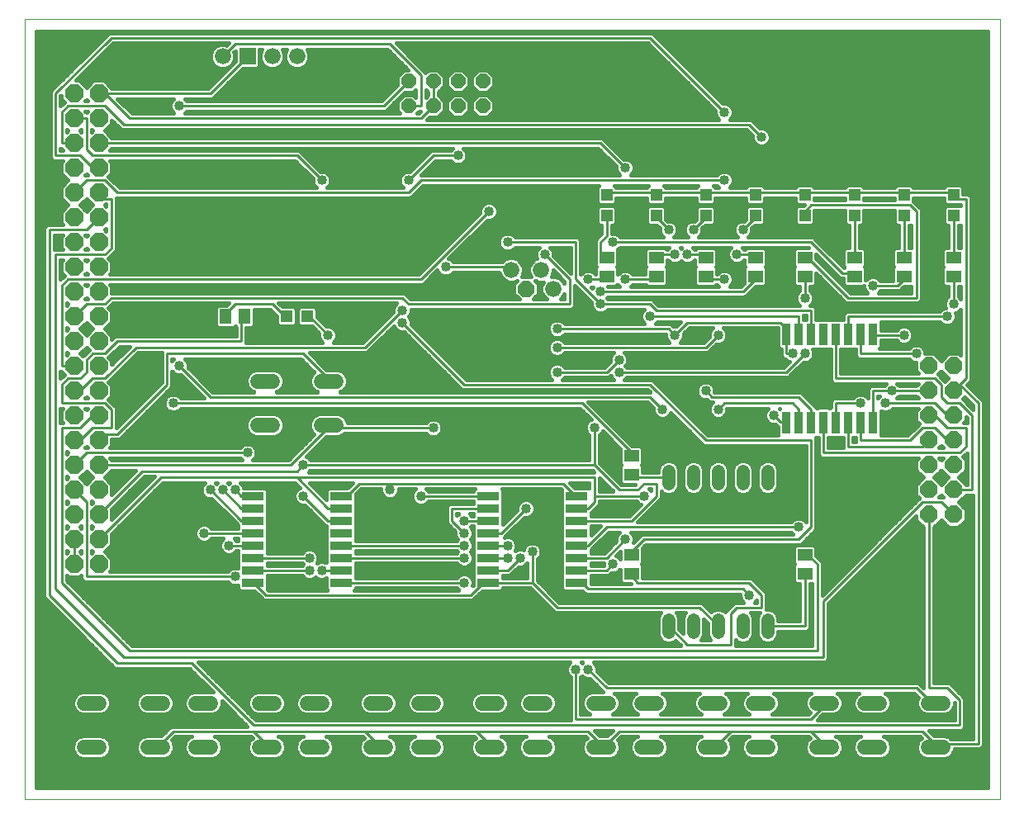
<source format=gtl>
G75*
%MOIN*%
%OFA0B0*%
%FSLAX25Y25*%
%IPPOS*%
%LPD*%
%AMOC8*
5,1,8,0,0,1.08239X$1,22.5*
%
%ADD10C,0.00000*%
%ADD11OC8,0.07000*%
%ADD12R,0.04724X0.04724*%
%ADD13OC8,0.07400*%
%ADD14R,0.05906X0.05118*%
%ADD15R,0.05118X0.05906*%
%ADD16C,0.06000*%
%ADD17OC8,0.06000*%
%ADD18R,0.09000X0.03300*%
%ADD19R,0.03300X0.09000*%
%ADD20C,0.06600*%
%ADD21R,0.06600X0.06600*%
%ADD22OC8,0.06600*%
%ADD23C,0.05200*%
%ADD24C,0.01000*%
%ADD25C,0.04000*%
%ADD26C,0.01600*%
D10*
X0001800Y0001800D02*
X0001800Y0316761D01*
X0395501Y0316761D01*
X0395501Y0001800D01*
X0001800Y0001800D01*
D11*
X0366800Y0116800D03*
X0376800Y0116800D03*
X0376800Y0126800D03*
X0366800Y0126800D03*
X0366800Y0136800D03*
X0376800Y0136800D03*
X0376800Y0146800D03*
X0366800Y0146800D03*
X0366800Y0156800D03*
X0376800Y0156800D03*
X0376800Y0166800D03*
X0366800Y0166800D03*
X0366800Y0176800D03*
X0376800Y0176800D03*
D12*
X0376800Y0237666D03*
X0376800Y0245934D03*
X0356800Y0245934D03*
X0356800Y0237666D03*
X0336800Y0237666D03*
X0336800Y0245934D03*
X0316800Y0245934D03*
X0316800Y0237666D03*
X0296800Y0237666D03*
X0296800Y0245934D03*
X0276800Y0245934D03*
X0276800Y0237666D03*
X0256800Y0237666D03*
X0256800Y0245934D03*
X0236800Y0245934D03*
X0236800Y0237666D03*
X0115934Y0196800D03*
X0107666Y0196800D03*
D13*
X0031800Y0196800D03*
X0021800Y0196800D03*
X0021800Y0186800D03*
X0031800Y0186800D03*
X0031800Y0176800D03*
X0021800Y0176800D03*
X0021800Y0166800D03*
X0031800Y0166800D03*
X0031800Y0156800D03*
X0021800Y0156800D03*
X0021800Y0146800D03*
X0031800Y0146800D03*
X0031800Y0136800D03*
X0021800Y0136800D03*
X0021800Y0126800D03*
X0031800Y0126800D03*
X0031800Y0116800D03*
X0021800Y0116800D03*
X0021800Y0106800D03*
X0031800Y0106800D03*
X0031800Y0096800D03*
X0021800Y0096800D03*
X0021800Y0206800D03*
X0031800Y0206800D03*
X0031800Y0216800D03*
X0021800Y0216800D03*
X0021800Y0226800D03*
X0031800Y0226800D03*
X0031800Y0236800D03*
X0021800Y0236800D03*
X0021800Y0246800D03*
X0031800Y0246800D03*
X0031800Y0256800D03*
X0021800Y0256800D03*
X0021800Y0266800D03*
X0031800Y0266800D03*
X0031800Y0276800D03*
X0021800Y0276800D03*
X0021800Y0286800D03*
X0031800Y0286800D03*
D14*
X0236800Y0220540D03*
X0236800Y0213060D03*
X0256800Y0213060D03*
X0256800Y0220540D03*
X0276800Y0220540D03*
X0276800Y0213060D03*
X0296800Y0213060D03*
X0296800Y0220540D03*
X0316800Y0220540D03*
X0316800Y0213060D03*
X0336800Y0213060D03*
X0336800Y0220540D03*
X0356800Y0220540D03*
X0356800Y0213060D03*
X0376800Y0213060D03*
X0376800Y0220540D03*
X0246800Y0140540D03*
X0246800Y0133060D03*
X0246800Y0100540D03*
X0246800Y0093060D03*
X0316800Y0093060D03*
X0316800Y0100540D03*
D15*
X0090540Y0196800D03*
X0083060Y0196800D03*
D16*
X0096000Y0170700D02*
X0102000Y0170700D01*
X0121600Y0170700D02*
X0127600Y0170700D01*
X0127600Y0152900D02*
X0121600Y0152900D01*
X0102000Y0152900D02*
X0096000Y0152900D01*
X0096600Y0040700D02*
X0102600Y0040700D01*
X0116000Y0040700D02*
X0122000Y0040700D01*
X0122000Y0022900D02*
X0116000Y0022900D01*
X0102600Y0022900D02*
X0096600Y0022900D01*
X0077000Y0022900D02*
X0071000Y0022900D01*
X0057600Y0022900D02*
X0051600Y0022900D01*
X0032000Y0022900D02*
X0026000Y0022900D01*
X0026000Y0040700D02*
X0032000Y0040700D01*
X0051600Y0040700D02*
X0057600Y0040700D01*
X0071000Y0040700D02*
X0077000Y0040700D01*
X0141600Y0040700D02*
X0147600Y0040700D01*
X0161000Y0040700D02*
X0167000Y0040700D01*
X0167000Y0022900D02*
X0161000Y0022900D01*
X0147600Y0022900D02*
X0141600Y0022900D01*
X0186600Y0022900D02*
X0192600Y0022900D01*
X0206000Y0022900D02*
X0212000Y0022900D01*
X0212000Y0040700D02*
X0206000Y0040700D01*
X0192600Y0040700D02*
X0186600Y0040700D01*
X0231600Y0040700D02*
X0237600Y0040700D01*
X0251000Y0040700D02*
X0257000Y0040700D01*
X0257000Y0022900D02*
X0251000Y0022900D01*
X0237600Y0022900D02*
X0231600Y0022900D01*
X0276600Y0022900D02*
X0282600Y0022900D01*
X0296000Y0022900D02*
X0302000Y0022900D01*
X0302000Y0040700D02*
X0296000Y0040700D01*
X0282600Y0040700D02*
X0276600Y0040700D01*
X0321600Y0040700D02*
X0327600Y0040700D01*
X0341000Y0040700D02*
X0347000Y0040700D01*
X0366600Y0040700D02*
X0372600Y0040700D01*
X0372600Y0022900D02*
X0366600Y0022900D01*
X0347000Y0022900D02*
X0341000Y0022900D01*
X0327600Y0022900D02*
X0321600Y0022900D01*
D17*
X0186800Y0281800D03*
X0176800Y0281800D03*
X0176800Y0291800D03*
X0186800Y0291800D03*
X0166800Y0291800D03*
X0156800Y0291800D03*
X0156800Y0281800D03*
X0166800Y0281800D03*
D18*
X0189000Y0124300D03*
X0189000Y0119300D03*
X0189000Y0114300D03*
X0189000Y0109300D03*
X0189000Y0104300D03*
X0189000Y0099300D03*
X0189000Y0094300D03*
X0189000Y0089300D03*
X0224600Y0089300D03*
X0224600Y0094300D03*
X0224600Y0099300D03*
X0224600Y0104300D03*
X0224600Y0109300D03*
X0224600Y0114300D03*
X0224600Y0119300D03*
X0224600Y0124300D03*
X0129600Y0124300D03*
X0129600Y0119300D03*
X0129600Y0114300D03*
X0129600Y0109300D03*
X0129600Y0104300D03*
X0129600Y0099300D03*
X0129600Y0094300D03*
X0129600Y0089300D03*
X0094000Y0089300D03*
X0094000Y0094300D03*
X0094000Y0099300D03*
X0094000Y0104300D03*
X0094000Y0109300D03*
X0094000Y0114300D03*
X0094000Y0119300D03*
X0094000Y0124300D03*
D19*
X0309300Y0154000D03*
X0314300Y0154000D03*
X0319300Y0154000D03*
X0324300Y0154000D03*
X0329300Y0154000D03*
X0334300Y0154000D03*
X0339300Y0154000D03*
X0344300Y0154000D03*
X0344300Y0189600D03*
X0339300Y0189600D03*
X0334300Y0189600D03*
X0329300Y0189600D03*
X0324300Y0189600D03*
X0319300Y0189600D03*
X0314300Y0189600D03*
X0309300Y0189600D03*
D20*
X0215300Y0207987D03*
X0210300Y0215613D03*
X0198300Y0215613D03*
X0111800Y0301800D03*
X0101800Y0301800D03*
X0081800Y0301800D03*
D21*
X0091800Y0301800D03*
D22*
X0204300Y0207987D03*
D23*
X0261800Y0134400D02*
X0261800Y0129200D01*
X0271800Y0129200D02*
X0271800Y0134400D01*
X0281800Y0134400D02*
X0281800Y0129200D01*
X0291800Y0129200D02*
X0291800Y0134400D01*
X0301800Y0134400D02*
X0301800Y0129200D01*
X0301800Y0074400D02*
X0301800Y0069200D01*
X0291800Y0069200D02*
X0291800Y0074400D01*
X0281800Y0074400D02*
X0281800Y0069200D01*
X0271800Y0069200D02*
X0271800Y0074400D01*
X0261800Y0074400D02*
X0261800Y0069200D01*
D24*
X0261800Y0071800D02*
X0269300Y0064300D01*
X0286800Y0064300D01*
X0286800Y0076800D01*
X0289300Y0079300D01*
X0299300Y0079300D01*
X0299300Y0084300D01*
X0294300Y0089300D01*
X0249300Y0089300D01*
X0246800Y0091800D01*
X0246800Y0093060D01*
X0239300Y0096800D02*
X0236800Y0094300D01*
X0224600Y0094300D01*
X0224600Y0089300D02*
X0226800Y0089300D01*
X0229300Y0086800D01*
X0291800Y0086800D01*
X0294300Y0084300D01*
X0301800Y0071800D02*
X0316800Y0071800D01*
X0316800Y0093060D01*
X0321800Y0096800D02*
X0321800Y0061800D01*
X0044300Y0061800D01*
X0016800Y0089300D01*
X0016800Y0151800D01*
X0024300Y0151800D01*
X0029300Y0156800D01*
X0031800Y0156800D01*
X0036800Y0159300D02*
X0034300Y0161800D01*
X0016800Y0161800D01*
X0016800Y0169300D01*
X0019300Y0171800D01*
X0024300Y0171800D01*
X0026800Y0174300D01*
X0026800Y0179300D01*
X0029300Y0181800D01*
X0034300Y0181800D01*
X0039300Y0186800D01*
X0089300Y0186800D01*
X0089300Y0196800D01*
X0090540Y0196800D01*
X0086800Y0201800D02*
X0081800Y0196800D01*
X0083060Y0196800D01*
X0086800Y0201800D02*
X0101800Y0201800D01*
X0106800Y0196800D01*
X0107666Y0196800D01*
X0115934Y0196800D02*
X0116800Y0196800D01*
X0124300Y0189300D01*
X0114300Y0181800D02*
X0124300Y0171800D01*
X0124600Y0170700D01*
X0114300Y0181800D02*
X0059300Y0181800D01*
X0059300Y0169300D01*
X0039300Y0149300D01*
X0034300Y0149300D01*
X0031800Y0146800D01*
X0029300Y0151800D02*
X0024300Y0146800D01*
X0021800Y0146800D01*
X0026800Y0141800D02*
X0091800Y0141800D01*
X0109300Y0136800D02*
X0031800Y0136800D01*
X0026800Y0141800D02*
X0021800Y0136800D01*
X0021800Y0126800D02*
X0026800Y0121800D01*
X0026800Y0091800D01*
X0086800Y0091800D01*
X0094000Y0089300D02*
X0094300Y0089300D01*
X0099300Y0084300D01*
X0181800Y0084300D01*
X0186800Y0089300D01*
X0189000Y0089300D01*
X0206800Y0089300D01*
X0216800Y0079300D01*
X0274300Y0079300D01*
X0281800Y0071800D01*
X0316800Y0099300D02*
X0316800Y0100540D01*
X0316800Y0099300D02*
X0319300Y0099300D01*
X0321800Y0096800D01*
X0314300Y0106800D02*
X0319300Y0111800D01*
X0319300Y0146800D01*
X0276800Y0146800D01*
X0254300Y0169300D01*
X0179300Y0169300D01*
X0154300Y0194300D01*
X0154300Y0199300D02*
X0139300Y0184300D01*
X0046800Y0184300D01*
X0034300Y0171800D01*
X0029300Y0171800D01*
X0024300Y0166800D01*
X0021800Y0166800D01*
X0021800Y0176800D02*
X0016800Y0176800D01*
X0016800Y0209300D01*
X0019300Y0211800D01*
X0161800Y0211800D01*
X0189300Y0239300D01*
X0196800Y0226800D02*
X0224300Y0226800D01*
X0224300Y0211800D01*
X0234300Y0201800D01*
X0254300Y0201800D01*
X0256800Y0199300D01*
X0319300Y0199300D01*
X0319300Y0189600D01*
X0314300Y0189600D02*
X0314300Y0196800D01*
X0254300Y0196800D01*
X0261800Y0191800D02*
X0216800Y0191800D01*
X0216800Y0184300D02*
X0276800Y0184300D01*
X0281800Y0189300D01*
X0269300Y0194300D02*
X0306800Y0194300D01*
X0309300Y0191800D01*
X0309300Y0189600D01*
X0309300Y0181800D01*
X0311800Y0181800D01*
X0316800Y0181800D02*
X0309300Y0174300D01*
X0241800Y0174300D01*
X0236800Y0174300D02*
X0216800Y0174300D01*
X0226800Y0161800D02*
X0061800Y0161800D01*
X0064300Y0176800D02*
X0076800Y0164300D01*
X0254300Y0164300D01*
X0259300Y0159300D01*
X0276800Y0166800D02*
X0279300Y0164300D01*
X0314300Y0164300D01*
X0319300Y0159300D01*
X0319300Y0154000D01*
X0324300Y0154000D02*
X0324300Y0141800D01*
X0379300Y0141800D01*
X0381800Y0144300D01*
X0381800Y0151800D01*
X0374300Y0151800D01*
X0369300Y0156800D01*
X0366800Y0156800D01*
X0369300Y0161800D02*
X0374300Y0156800D01*
X0376800Y0156800D01*
X0379300Y0161800D02*
X0374300Y0161800D01*
X0371800Y0164300D01*
X0371800Y0169300D01*
X0369300Y0171800D01*
X0329300Y0171800D01*
X0329300Y0189600D01*
X0334300Y0189600D02*
X0334300Y0196800D01*
X0374300Y0196800D01*
X0376800Y0201800D02*
X0376800Y0213060D01*
X0376800Y0220540D02*
X0376800Y0237666D01*
X0376800Y0244300D02*
X0376800Y0245934D01*
X0376800Y0246800D01*
X0356800Y0246800D01*
X0356800Y0245934D01*
X0356800Y0246800D02*
X0336800Y0246800D01*
X0336800Y0245934D01*
X0336800Y0246800D02*
X0316800Y0246800D01*
X0316800Y0245934D01*
X0316800Y0246800D02*
X0296800Y0246800D01*
X0296800Y0245934D01*
X0296800Y0246800D02*
X0276800Y0246800D01*
X0276800Y0245934D01*
X0276800Y0246800D02*
X0256800Y0246800D01*
X0256800Y0245934D01*
X0256800Y0246800D02*
X0236800Y0246800D01*
X0236800Y0245934D01*
X0236800Y0237666D02*
X0236800Y0229300D01*
X0234300Y0226800D01*
X0234300Y0221800D01*
X0236800Y0221800D01*
X0236800Y0220540D01*
X0239300Y0226800D02*
X0319300Y0226800D01*
X0331800Y0214300D01*
X0336800Y0214300D01*
X0336800Y0213060D01*
X0344300Y0209300D02*
X0354300Y0209300D01*
X0356800Y0211800D01*
X0356800Y0213060D01*
X0361800Y0204300D02*
X0334300Y0204300D01*
X0319300Y0219300D01*
X0316800Y0219300D01*
X0316800Y0220540D01*
X0316800Y0213060D02*
X0316800Y0204300D01*
X0296800Y0211800D02*
X0296800Y0213060D01*
X0296800Y0211800D02*
X0291800Y0206800D01*
X0234300Y0206800D01*
X0236800Y0211800D02*
X0229300Y0211800D01*
X0221800Y0211800D02*
X0221800Y0201800D01*
X0156800Y0201800D01*
X0154300Y0204300D01*
X0036800Y0204300D01*
X0034300Y0201800D01*
X0026800Y0201800D01*
X0021800Y0196800D01*
X0014300Y0221800D02*
X0034300Y0221800D01*
X0036800Y0224300D01*
X0036800Y0244300D01*
X0034300Y0244300D01*
X0031800Y0246800D01*
X0034300Y0251800D02*
X0026800Y0251800D01*
X0021800Y0246800D01*
X0029300Y0256800D02*
X0031800Y0256800D01*
X0029300Y0256800D02*
X0024300Y0261800D01*
X0014300Y0261800D01*
X0014300Y0286800D01*
X0036800Y0309300D01*
X0254300Y0309300D01*
X0284300Y0279300D01*
X0294300Y0274300D02*
X0041800Y0274300D01*
X0034300Y0281800D01*
X0019300Y0281800D01*
X0016800Y0279300D01*
X0016800Y0266800D01*
X0021800Y0266800D01*
X0026800Y0264300D02*
X0026800Y0276800D01*
X0021800Y0276800D01*
X0031800Y0266800D02*
X0234300Y0266800D01*
X0244300Y0256800D01*
X0256800Y0237666D02*
X0256800Y0236800D01*
X0261800Y0231800D01*
X0271800Y0231800D02*
X0276800Y0236800D01*
X0276800Y0237666D01*
X0291800Y0231800D02*
X0296800Y0236800D01*
X0296800Y0237666D01*
X0296800Y0221800D02*
X0289300Y0221800D01*
X0296800Y0221800D02*
X0296800Y0220540D01*
X0284300Y0211800D02*
X0276800Y0211800D01*
X0276800Y0213060D01*
X0276800Y0220540D02*
X0276800Y0221800D01*
X0269300Y0221800D01*
X0264300Y0221800D02*
X0256800Y0221800D01*
X0256800Y0220540D01*
X0256800Y0213060D02*
X0256800Y0211800D01*
X0244300Y0211800D01*
X0236800Y0211800D02*
X0236800Y0213060D01*
X0221800Y0211800D02*
X0211800Y0221800D01*
X0198300Y0215613D02*
X0196800Y0216800D01*
X0171800Y0216800D01*
X0156800Y0246800D02*
X0039300Y0246800D01*
X0034300Y0251800D01*
X0029300Y0261800D02*
X0026800Y0264300D01*
X0029300Y0261800D02*
X0111800Y0261800D01*
X0121800Y0251800D01*
X0156800Y0251800D02*
X0166800Y0261800D01*
X0176800Y0261800D01*
X0161800Y0251800D02*
X0156800Y0246800D01*
X0161800Y0251800D02*
X0284300Y0251800D01*
X0299300Y0269300D02*
X0294300Y0274300D01*
X0319300Y0241800D02*
X0316800Y0239300D01*
X0316800Y0237666D01*
X0319300Y0241800D02*
X0359300Y0241800D01*
X0361800Y0239300D01*
X0361800Y0204300D01*
X0356800Y0189300D02*
X0344300Y0189300D01*
X0344300Y0189600D01*
X0339300Y0189600D02*
X0339300Y0181800D01*
X0361800Y0181800D01*
X0366800Y0166800D02*
X0351800Y0166800D01*
X0344300Y0166800D01*
X0344300Y0154000D01*
X0339300Y0154000D02*
X0339300Y0146800D01*
X0359300Y0146800D01*
X0364300Y0151800D01*
X0369300Y0151800D01*
X0374300Y0146800D01*
X0376800Y0146800D01*
X0366800Y0146800D02*
X0364300Y0144300D01*
X0334300Y0144300D01*
X0334300Y0154000D01*
X0329300Y0154000D02*
X0329300Y0161800D01*
X0339300Y0161800D01*
X0349300Y0161800D02*
X0369300Y0161800D01*
X0376800Y0166800D02*
X0379300Y0169300D01*
X0386800Y0161800D01*
X0386800Y0024300D01*
X0371800Y0024300D01*
X0369600Y0022900D01*
X0369300Y0024300D01*
X0364300Y0029300D01*
X0319300Y0029300D01*
X0286800Y0029300D01*
X0241800Y0029300D01*
X0236800Y0024300D01*
X0234600Y0022900D01*
X0234300Y0024300D01*
X0229300Y0029300D01*
X0184300Y0029300D01*
X0139300Y0029300D01*
X0094300Y0029300D01*
X0099300Y0024300D01*
X0099600Y0022900D01*
X0094300Y0029300D02*
X0061800Y0029300D01*
X0056800Y0024300D01*
X0054600Y0022900D01*
X0069300Y0056800D02*
X0039300Y0056800D01*
X0011800Y0084300D01*
X0011800Y0231800D01*
X0026800Y0231800D01*
X0031800Y0236800D01*
X0014300Y0221800D02*
X0014300Y0086800D01*
X0041800Y0059300D01*
X0324300Y0059300D01*
X0324300Y0081800D01*
X0364300Y0121800D01*
X0371800Y0121800D01*
X0376800Y0116800D01*
X0366800Y0116800D02*
X0366800Y0046800D01*
X0374300Y0046800D01*
X0379300Y0041800D01*
X0379300Y0031800D01*
X0094300Y0031800D01*
X0069300Y0056800D01*
X0094000Y0094300D02*
X0116800Y0094300D01*
X0121800Y0094300D02*
X0129600Y0094300D01*
X0129600Y0089300D02*
X0179300Y0089300D01*
X0179300Y0099300D02*
X0129600Y0099300D01*
X0129600Y0104300D02*
X0179300Y0104300D01*
X0179300Y0109300D02*
X0174300Y0114300D01*
X0174300Y0119300D01*
X0189000Y0119300D01*
X0189000Y0114300D02*
X0179300Y0114300D01*
X0189000Y0109300D02*
X0194300Y0109300D01*
X0204300Y0119300D01*
X0189000Y0124300D02*
X0161800Y0124300D01*
X0149300Y0126800D02*
X0149300Y0129300D01*
X0136800Y0129300D01*
X0131800Y0124300D01*
X0129600Y0124300D01*
X0129600Y0119300D02*
X0124300Y0119300D01*
X0111800Y0131800D01*
X0231800Y0131800D01*
X0231800Y0124300D01*
X0251800Y0124300D01*
X0249300Y0126800D02*
X0251800Y0129300D01*
X0256800Y0129300D01*
X0256800Y0124300D01*
X0246800Y0114300D01*
X0224600Y0114300D01*
X0224600Y0119300D02*
X0229300Y0119300D01*
X0231800Y0121800D01*
X0231800Y0124300D01*
X0224600Y0124300D02*
X0224300Y0124300D01*
X0219300Y0129300D01*
X0149300Y0129300D01*
X0129600Y0114300D02*
X0124300Y0114300D01*
X0114300Y0124300D01*
X0111800Y0131800D02*
X0056800Y0131800D01*
X0031800Y0106800D01*
X0021800Y0106800D02*
X0021800Y0096800D01*
X0031800Y0116800D02*
X0049300Y0134300D01*
X0111800Y0134300D01*
X0114300Y0136800D01*
X0231800Y0136800D01*
X0231800Y0151800D01*
X0226800Y0161800D02*
X0246800Y0141800D01*
X0246800Y0140540D01*
X0246800Y0133060D02*
X0246800Y0131800D01*
X0261800Y0131800D01*
X0249300Y0126800D02*
X0241800Y0126800D01*
X0231800Y0136800D01*
X0236800Y0111800D02*
X0229300Y0104300D01*
X0224600Y0104300D01*
X0224600Y0099300D02*
X0236800Y0099300D01*
X0244300Y0106800D01*
X0246800Y0101800D02*
X0246800Y0100540D01*
X0246800Y0101800D02*
X0251800Y0106800D01*
X0314300Y0106800D01*
X0314300Y0111800D02*
X0236800Y0111800D01*
X0206800Y0101800D02*
X0206800Y0089300D01*
X0196800Y0094300D02*
X0189000Y0094300D01*
X0189000Y0099300D02*
X0196800Y0099300D01*
X0196800Y0104300D02*
X0189000Y0104300D01*
X0196800Y0094300D02*
X0201800Y0099300D01*
X0224300Y0054300D02*
X0224300Y0034300D01*
X0319300Y0034300D01*
X0324300Y0039300D01*
X0324600Y0040700D01*
X0319300Y0029300D02*
X0324300Y0024300D01*
X0324600Y0022900D01*
X0361800Y0046800D02*
X0366800Y0041800D01*
X0369300Y0041800D01*
X0369600Y0040700D01*
X0361800Y0046800D02*
X0236800Y0046800D01*
X0229300Y0054300D01*
X0189300Y0024300D02*
X0189600Y0022900D01*
X0189300Y0024300D02*
X0184300Y0029300D01*
X0144600Y0022900D02*
X0144300Y0024300D01*
X0139300Y0029300D01*
X0116800Y0099300D02*
X0094000Y0099300D01*
X0094000Y0104300D02*
X0084300Y0104300D01*
X0094000Y0109300D02*
X0074300Y0109300D01*
X0089300Y0114300D02*
X0094000Y0114300D01*
X0089300Y0114300D02*
X0076800Y0126800D01*
X0081800Y0126800D02*
X0089300Y0119300D01*
X0094000Y0119300D01*
X0094000Y0124300D02*
X0089300Y0124300D01*
X0086800Y0126800D01*
X0109300Y0136800D02*
X0124300Y0151800D01*
X0124600Y0152900D01*
X0126800Y0151800D01*
X0166800Y0151800D01*
X0236800Y0174300D02*
X0241800Y0179300D01*
X0261800Y0191800D02*
X0264300Y0189300D01*
X0269300Y0194300D01*
X0284300Y0161800D02*
X0281800Y0159300D01*
X0284300Y0161800D02*
X0311800Y0161800D01*
X0314300Y0159300D01*
X0314300Y0154000D01*
X0309300Y0154000D02*
X0309300Y0154300D01*
X0306800Y0154300D01*
X0304300Y0156800D01*
X0376800Y0126800D02*
X0384300Y0126800D01*
X0384300Y0156800D01*
X0379300Y0161800D01*
X0379300Y0169300D02*
X0381800Y0171800D01*
X0381800Y0244300D01*
X0376800Y0244300D01*
X0356800Y0237666D02*
X0356800Y0220540D01*
X0336800Y0220540D02*
X0336800Y0237666D01*
X0166800Y0281800D02*
X0161800Y0276800D01*
X0044300Y0276800D01*
X0034300Y0286800D01*
X0031800Y0286800D01*
X0034300Y0286800D02*
X0076800Y0286800D01*
X0091800Y0301800D01*
X0086800Y0306800D02*
X0149300Y0306800D01*
X0161800Y0294300D01*
X0161800Y0281800D01*
X0156800Y0281800D01*
X0166800Y0281800D02*
X0166800Y0291800D01*
X0156800Y0291800D02*
X0146800Y0281800D01*
X0064300Y0281800D01*
X0081800Y0301800D02*
X0086800Y0306800D01*
X0036800Y0159300D02*
X0036800Y0151800D01*
X0029300Y0151800D01*
X0279600Y0022900D02*
X0281800Y0024300D01*
X0286800Y0029300D01*
D25*
X0229300Y0054300D03*
X0224300Y0054300D03*
X0179300Y0089300D03*
X0179300Y0099300D03*
X0179300Y0104300D03*
X0179300Y0109300D03*
X0179300Y0114300D03*
X0161800Y0124300D03*
X0149300Y0126800D03*
X0166800Y0151800D03*
X0204300Y0119300D03*
X0196800Y0104300D03*
X0196800Y0099300D03*
X0201800Y0099300D03*
X0206800Y0101800D03*
X0239300Y0096800D03*
X0244300Y0106800D03*
X0251800Y0124300D03*
X0231800Y0151800D03*
X0241800Y0174300D03*
X0241800Y0179300D03*
X0254300Y0196800D03*
X0264300Y0189300D03*
X0281800Y0189300D03*
X0284300Y0211800D03*
X0289300Y0221800D03*
X0291800Y0231800D03*
X0271800Y0231800D03*
X0261800Y0231800D03*
X0264300Y0221800D03*
X0269300Y0221800D03*
X0244300Y0211800D03*
X0234300Y0206800D03*
X0234300Y0201800D03*
X0229300Y0211800D03*
X0211800Y0221800D03*
X0196800Y0226800D03*
X0189300Y0239300D03*
X0176800Y0261800D03*
X0156800Y0251800D03*
X0121800Y0251800D03*
X0171800Y0216800D03*
X0154300Y0199300D03*
X0154300Y0194300D03*
X0124300Y0189300D03*
X0091800Y0141800D03*
X0086800Y0126800D03*
X0081800Y0126800D03*
X0076800Y0126800D03*
X0074300Y0109300D03*
X0084300Y0104300D03*
X0086800Y0091800D03*
X0116800Y0094300D03*
X0121800Y0094300D03*
X0116800Y0099300D03*
X0114300Y0124300D03*
X0114300Y0136800D03*
X0061800Y0161800D03*
X0064300Y0176800D03*
X0064300Y0281800D03*
X0216800Y0191800D03*
X0216800Y0184300D03*
X0216800Y0174300D03*
X0259300Y0159300D03*
X0276800Y0166800D03*
X0281800Y0159300D03*
X0304300Y0156800D03*
X0311800Y0181800D03*
X0316800Y0181800D03*
X0316800Y0204300D03*
X0344300Y0209300D03*
X0356800Y0189300D03*
X0361800Y0181800D03*
X0374300Y0196800D03*
X0376800Y0201800D03*
X0351800Y0166800D03*
X0349300Y0161800D03*
X0339300Y0161800D03*
X0314300Y0111800D03*
X0294300Y0084300D03*
X0239300Y0226800D03*
X0244300Y0256800D03*
X0284300Y0251800D03*
X0299300Y0269300D03*
X0284300Y0279300D03*
D26*
X0286835Y0276744D02*
X0390701Y0276744D01*
X0390701Y0278342D02*
X0287800Y0278342D01*
X0287900Y0278584D02*
X0287900Y0280016D01*
X0287352Y0281339D01*
X0286339Y0282352D01*
X0285016Y0282900D01*
X0283670Y0282900D01*
X0256400Y0310170D01*
X0255170Y0311400D01*
X0035930Y0311400D01*
X0013430Y0288900D01*
X0012200Y0287670D01*
X0012200Y0260930D01*
X0013430Y0259700D01*
X0017205Y0259700D01*
X0016500Y0258995D01*
X0016500Y0254605D01*
X0019305Y0251800D01*
X0016500Y0248995D01*
X0016500Y0244605D01*
X0019305Y0241800D01*
X0016500Y0238995D01*
X0016500Y0234605D01*
X0017205Y0233900D01*
X0010930Y0233900D01*
X0009700Y0232670D01*
X0009700Y0083430D01*
X0010930Y0082200D01*
X0038430Y0054700D01*
X0068430Y0054700D01*
X0077830Y0045300D01*
X0070085Y0045300D01*
X0068394Y0044600D01*
X0067100Y0043306D01*
X0066400Y0041615D01*
X0066400Y0039785D01*
X0067100Y0038094D01*
X0068394Y0036800D01*
X0070085Y0036100D01*
X0077915Y0036100D01*
X0079606Y0036800D01*
X0080900Y0038094D01*
X0081600Y0039785D01*
X0081600Y0041530D01*
X0091730Y0031400D01*
X0060930Y0031400D01*
X0059700Y0030170D01*
X0057030Y0027500D01*
X0050685Y0027500D01*
X0048994Y0026800D01*
X0047700Y0025506D01*
X0047000Y0023815D01*
X0047000Y0021985D01*
X0047700Y0020294D01*
X0048994Y0019000D01*
X0050685Y0018300D01*
X0058515Y0018300D01*
X0060206Y0019000D01*
X0061500Y0020294D01*
X0062200Y0021985D01*
X0062200Y0023815D01*
X0061500Y0025506D01*
X0061238Y0025768D01*
X0062670Y0027200D01*
X0069361Y0027200D01*
X0068394Y0026800D01*
X0067100Y0025506D01*
X0066400Y0023815D01*
X0066400Y0021985D01*
X0067100Y0020294D01*
X0068394Y0019000D01*
X0070085Y0018300D01*
X0077915Y0018300D01*
X0079606Y0019000D01*
X0080900Y0020294D01*
X0081600Y0021985D01*
X0081600Y0023815D01*
X0080900Y0025506D01*
X0079606Y0026800D01*
X0078639Y0027200D01*
X0093430Y0027200D01*
X0093912Y0026718D01*
X0092700Y0025506D01*
X0092000Y0023815D01*
X0092000Y0021985D01*
X0092700Y0020294D01*
X0093994Y0019000D01*
X0095685Y0018300D01*
X0103515Y0018300D01*
X0105206Y0019000D01*
X0106500Y0020294D01*
X0107200Y0021985D01*
X0107200Y0023815D01*
X0106500Y0025506D01*
X0105206Y0026800D01*
X0104239Y0027200D01*
X0114361Y0027200D01*
X0113394Y0026800D01*
X0112100Y0025506D01*
X0111400Y0023815D01*
X0111400Y0021985D01*
X0112100Y0020294D01*
X0113394Y0019000D01*
X0115085Y0018300D01*
X0122915Y0018300D01*
X0124606Y0019000D01*
X0125900Y0020294D01*
X0126600Y0021985D01*
X0126600Y0023815D01*
X0125900Y0025506D01*
X0124606Y0026800D01*
X0123639Y0027200D01*
X0138430Y0027200D01*
X0138912Y0026718D01*
X0137700Y0025506D01*
X0137000Y0023815D01*
X0137000Y0021985D01*
X0137700Y0020294D01*
X0138994Y0019000D01*
X0140685Y0018300D01*
X0148515Y0018300D01*
X0150206Y0019000D01*
X0151500Y0020294D01*
X0152200Y0021985D01*
X0152200Y0023815D01*
X0151500Y0025506D01*
X0150206Y0026800D01*
X0149239Y0027200D01*
X0159361Y0027200D01*
X0158394Y0026800D01*
X0157100Y0025506D01*
X0156400Y0023815D01*
X0156400Y0021985D01*
X0157100Y0020294D01*
X0158394Y0019000D01*
X0160085Y0018300D01*
X0167915Y0018300D01*
X0169606Y0019000D01*
X0170900Y0020294D01*
X0171600Y0021985D01*
X0171600Y0023815D01*
X0170900Y0025506D01*
X0169606Y0026800D01*
X0168639Y0027200D01*
X0183430Y0027200D01*
X0183912Y0026718D01*
X0182700Y0025506D01*
X0182000Y0023815D01*
X0182000Y0021985D01*
X0182700Y0020294D01*
X0183994Y0019000D01*
X0185685Y0018300D01*
X0193515Y0018300D01*
X0195206Y0019000D01*
X0196500Y0020294D01*
X0197200Y0021985D01*
X0197200Y0023815D01*
X0196500Y0025506D01*
X0195206Y0026800D01*
X0194239Y0027200D01*
X0204361Y0027200D01*
X0203394Y0026800D01*
X0202100Y0025506D01*
X0201400Y0023815D01*
X0201400Y0021985D01*
X0202100Y0020294D01*
X0203394Y0019000D01*
X0205085Y0018300D01*
X0212915Y0018300D01*
X0214606Y0019000D01*
X0215900Y0020294D01*
X0216600Y0021985D01*
X0216600Y0023815D01*
X0215900Y0025506D01*
X0214606Y0026800D01*
X0213639Y0027200D01*
X0228430Y0027200D01*
X0228912Y0026718D01*
X0227700Y0025506D01*
X0227000Y0023815D01*
X0227000Y0021985D01*
X0227700Y0020294D01*
X0228994Y0019000D01*
X0230685Y0018300D01*
X0238515Y0018300D01*
X0240206Y0019000D01*
X0241500Y0020294D01*
X0242200Y0021985D01*
X0242200Y0023815D01*
X0241500Y0025506D01*
X0241238Y0025768D01*
X0242670Y0027200D01*
X0249361Y0027200D01*
X0248394Y0026800D01*
X0247100Y0025506D01*
X0246400Y0023815D01*
X0246400Y0021985D01*
X0247100Y0020294D01*
X0248394Y0019000D01*
X0250085Y0018300D01*
X0257915Y0018300D01*
X0259606Y0019000D01*
X0260900Y0020294D01*
X0261600Y0021985D01*
X0261600Y0023815D01*
X0260900Y0025506D01*
X0259606Y0026800D01*
X0258639Y0027200D01*
X0274961Y0027200D01*
X0273994Y0026800D01*
X0272700Y0025506D01*
X0272000Y0023815D01*
X0272000Y0021985D01*
X0272700Y0020294D01*
X0273994Y0019000D01*
X0275685Y0018300D01*
X0283515Y0018300D01*
X0285206Y0019000D01*
X0286500Y0020294D01*
X0287200Y0021985D01*
X0287200Y0023815D01*
X0286500Y0025506D01*
X0286238Y0025768D01*
X0287670Y0027200D01*
X0294361Y0027200D01*
X0293394Y0026800D01*
X0292100Y0025506D01*
X0291400Y0023815D01*
X0291400Y0021985D01*
X0292100Y0020294D01*
X0293394Y0019000D01*
X0295085Y0018300D01*
X0302915Y0018300D01*
X0304606Y0019000D01*
X0305900Y0020294D01*
X0306600Y0021985D01*
X0306600Y0023815D01*
X0305900Y0025506D01*
X0304606Y0026800D01*
X0303639Y0027200D01*
X0318430Y0027200D01*
X0318912Y0026718D01*
X0317700Y0025506D01*
X0317000Y0023815D01*
X0317000Y0021985D01*
X0317700Y0020294D01*
X0318994Y0019000D01*
X0320685Y0018300D01*
X0328515Y0018300D01*
X0330206Y0019000D01*
X0331500Y0020294D01*
X0332200Y0021985D01*
X0332200Y0023815D01*
X0331500Y0025506D01*
X0330206Y0026800D01*
X0329239Y0027200D01*
X0339361Y0027200D01*
X0338394Y0026800D01*
X0337100Y0025506D01*
X0336400Y0023815D01*
X0336400Y0021985D01*
X0337100Y0020294D01*
X0338394Y0019000D01*
X0340085Y0018300D01*
X0347915Y0018300D01*
X0349606Y0019000D01*
X0350900Y0020294D01*
X0351600Y0021985D01*
X0351600Y0023815D01*
X0350900Y0025506D01*
X0349606Y0026800D01*
X0348639Y0027200D01*
X0363430Y0027200D01*
X0363912Y0026718D01*
X0362700Y0025506D01*
X0362000Y0023815D01*
X0362000Y0021985D01*
X0362700Y0020294D01*
X0363994Y0019000D01*
X0365685Y0018300D01*
X0373515Y0018300D01*
X0375206Y0019000D01*
X0376500Y0020294D01*
X0377200Y0021985D01*
X0377200Y0022200D01*
X0387670Y0022200D01*
X0388900Y0023430D01*
X0388900Y0162670D01*
X0387670Y0163900D01*
X0387670Y0163900D01*
X0382270Y0169300D01*
X0382670Y0169700D01*
X0383900Y0170930D01*
X0383900Y0245170D01*
X0382670Y0246400D01*
X0380762Y0246400D01*
X0380762Y0248959D01*
X0379825Y0249896D01*
X0373775Y0249896D01*
X0372838Y0248959D01*
X0372838Y0248900D01*
X0360762Y0248900D01*
X0360762Y0248959D01*
X0359825Y0249896D01*
X0353775Y0249896D01*
X0352838Y0248959D01*
X0352838Y0248900D01*
X0340762Y0248900D01*
X0340762Y0248959D01*
X0339825Y0249896D01*
X0333775Y0249896D01*
X0332838Y0248959D01*
X0332838Y0248900D01*
X0320762Y0248900D01*
X0320762Y0248959D01*
X0319825Y0249896D01*
X0313775Y0249896D01*
X0312838Y0248959D01*
X0312838Y0248900D01*
X0300762Y0248900D01*
X0300762Y0248959D01*
X0299825Y0249896D01*
X0293775Y0249896D01*
X0292838Y0248959D01*
X0292838Y0248900D01*
X0286491Y0248900D01*
X0287352Y0249761D01*
X0287900Y0251084D01*
X0287900Y0252516D01*
X0287352Y0253839D01*
X0286339Y0254852D01*
X0285016Y0255400D01*
X0283584Y0255400D01*
X0282261Y0254852D01*
X0281309Y0253900D01*
X0246491Y0253900D01*
X0247352Y0254761D01*
X0247900Y0256084D01*
X0247900Y0257516D01*
X0247352Y0258839D01*
X0246339Y0259852D01*
X0245016Y0260400D01*
X0243670Y0260400D01*
X0236400Y0267670D01*
X0235170Y0268900D01*
X0037100Y0268900D01*
X0037100Y0268995D01*
X0034295Y0271800D01*
X0037100Y0274605D01*
X0037100Y0276030D01*
X0040930Y0272200D01*
X0293430Y0272200D01*
X0295700Y0269930D01*
X0295700Y0268584D01*
X0296248Y0267261D01*
X0297261Y0266248D01*
X0298584Y0265700D01*
X0300016Y0265700D01*
X0301339Y0266248D01*
X0302352Y0267261D01*
X0302900Y0268584D01*
X0302900Y0270016D01*
X0302352Y0271339D01*
X0301339Y0272352D01*
X0300016Y0272900D01*
X0298670Y0272900D01*
X0296400Y0275170D01*
X0295170Y0276400D01*
X0286491Y0276400D01*
X0287352Y0277261D01*
X0287900Y0278584D01*
X0287900Y0279941D02*
X0390701Y0279941D01*
X0390701Y0281539D02*
X0287152Y0281539D01*
X0283432Y0283138D02*
X0390701Y0283138D01*
X0390701Y0284737D02*
X0281833Y0284737D01*
X0280235Y0286335D02*
X0390701Y0286335D01*
X0390701Y0287934D02*
X0278636Y0287934D01*
X0277038Y0289532D02*
X0390701Y0289532D01*
X0390701Y0291131D02*
X0275439Y0291131D01*
X0273841Y0292729D02*
X0390701Y0292729D01*
X0390701Y0294328D02*
X0272242Y0294328D01*
X0270644Y0295926D02*
X0390701Y0295926D01*
X0390701Y0297525D02*
X0269045Y0297525D01*
X0267447Y0299123D02*
X0390701Y0299123D01*
X0390701Y0300722D02*
X0265848Y0300722D01*
X0264250Y0302320D02*
X0390701Y0302320D01*
X0390701Y0303919D02*
X0262651Y0303919D01*
X0261053Y0305517D02*
X0390701Y0305517D01*
X0390701Y0307116D02*
X0259454Y0307116D01*
X0257856Y0308714D02*
X0390701Y0308714D01*
X0390701Y0310313D02*
X0256257Y0310313D01*
X0253430Y0307200D02*
X0280700Y0279930D01*
X0280700Y0278584D01*
X0281248Y0277261D01*
X0282109Y0276400D01*
X0164370Y0276400D01*
X0165170Y0277200D01*
X0168705Y0277200D01*
X0171400Y0279895D01*
X0171400Y0283705D01*
X0168900Y0286205D01*
X0168900Y0287395D01*
X0171400Y0289895D01*
X0171400Y0293705D01*
X0168705Y0296400D01*
X0164895Y0296400D01*
X0163782Y0295288D01*
X0162670Y0296400D01*
X0151870Y0307200D01*
X0253430Y0307200D01*
X0253514Y0307116D02*
X0151954Y0307116D01*
X0153553Y0305517D02*
X0255113Y0305517D01*
X0256712Y0303919D02*
X0155151Y0303919D01*
X0156750Y0302320D02*
X0258310Y0302320D01*
X0259909Y0300722D02*
X0158348Y0300722D01*
X0159947Y0299123D02*
X0261507Y0299123D01*
X0263106Y0297525D02*
X0161545Y0297525D01*
X0163144Y0295926D02*
X0164421Y0295926D01*
X0169179Y0295926D02*
X0174421Y0295926D01*
X0174895Y0296400D02*
X0172200Y0293705D01*
X0172200Y0289895D01*
X0174895Y0287200D01*
X0178705Y0287200D01*
X0181400Y0289895D01*
X0181400Y0293705D01*
X0178705Y0296400D01*
X0174895Y0296400D01*
X0172822Y0294328D02*
X0170778Y0294328D01*
X0171400Y0292729D02*
X0172200Y0292729D01*
X0172200Y0291131D02*
X0171400Y0291131D01*
X0171037Y0289532D02*
X0172563Y0289532D01*
X0174161Y0287934D02*
X0169439Y0287934D01*
X0168900Y0286335D02*
X0174830Y0286335D01*
X0174895Y0286400D02*
X0172200Y0283705D01*
X0172200Y0279895D01*
X0174895Y0277200D01*
X0178705Y0277200D01*
X0181400Y0279895D01*
X0181400Y0283705D01*
X0178705Y0286400D01*
X0174895Y0286400D01*
X0173231Y0284737D02*
X0170369Y0284737D01*
X0171400Y0283138D02*
X0172200Y0283138D01*
X0172200Y0281539D02*
X0171400Y0281539D01*
X0171400Y0279941D02*
X0172200Y0279941D01*
X0173752Y0278342D02*
X0169848Y0278342D01*
X0164714Y0276744D02*
X0281765Y0276744D01*
X0280800Y0278342D02*
X0189848Y0278342D01*
X0188705Y0277200D02*
X0191400Y0279895D01*
X0191400Y0283705D01*
X0188705Y0286400D01*
X0184895Y0286400D01*
X0182200Y0283705D01*
X0182200Y0279895D01*
X0184895Y0277200D01*
X0188705Y0277200D01*
X0191400Y0279941D02*
X0280689Y0279941D01*
X0279091Y0281539D02*
X0191400Y0281539D01*
X0191400Y0283138D02*
X0277492Y0283138D01*
X0275894Y0284737D02*
X0190369Y0284737D01*
X0188770Y0286335D02*
X0274295Y0286335D01*
X0272697Y0287934D02*
X0189439Y0287934D01*
X0188705Y0287200D02*
X0191400Y0289895D01*
X0191400Y0293705D01*
X0188705Y0296400D01*
X0184895Y0296400D01*
X0182200Y0293705D01*
X0182200Y0289895D01*
X0184895Y0287200D01*
X0188705Y0287200D01*
X0191037Y0289532D02*
X0271098Y0289532D01*
X0269500Y0291131D02*
X0191400Y0291131D01*
X0191400Y0292729D02*
X0267901Y0292729D01*
X0266303Y0294328D02*
X0190778Y0294328D01*
X0189179Y0295926D02*
X0264704Y0295926D01*
X0293682Y0271948D02*
X0034444Y0271948D01*
X0035745Y0270350D02*
X0295280Y0270350D01*
X0295700Y0268751D02*
X0235318Y0268751D01*
X0236917Y0267153D02*
X0296356Y0267153D01*
X0302244Y0267153D02*
X0390701Y0267153D01*
X0390701Y0268751D02*
X0302900Y0268751D01*
X0302762Y0270350D02*
X0390701Y0270350D01*
X0390701Y0271948D02*
X0301743Y0271948D01*
X0298023Y0273547D02*
X0390701Y0273547D01*
X0390701Y0275145D02*
X0296424Y0275145D01*
X0286826Y0254365D02*
X0390701Y0254365D01*
X0390701Y0255963D02*
X0247850Y0255963D01*
X0247881Y0257562D02*
X0390701Y0257562D01*
X0390701Y0259160D02*
X0247031Y0259160D01*
X0243311Y0260759D02*
X0390701Y0260759D01*
X0390701Y0262357D02*
X0241712Y0262357D01*
X0240114Y0263956D02*
X0390701Y0263956D01*
X0390701Y0265554D02*
X0238515Y0265554D01*
X0235773Y0262357D02*
X0180400Y0262357D01*
X0180400Y0262516D02*
X0179852Y0263839D01*
X0178991Y0264700D01*
X0233430Y0264700D01*
X0240700Y0257430D01*
X0240700Y0256084D01*
X0241248Y0254761D01*
X0242109Y0253900D01*
X0162670Y0253900D01*
X0161870Y0253900D01*
X0167670Y0259700D01*
X0173809Y0259700D01*
X0174761Y0258748D01*
X0176084Y0258200D01*
X0177516Y0258200D01*
X0178839Y0258748D01*
X0179852Y0259761D01*
X0180400Y0261084D01*
X0180400Y0262516D01*
X0179735Y0263956D02*
X0234174Y0263956D01*
X0237371Y0260759D02*
X0180265Y0260759D01*
X0179251Y0259160D02*
X0238970Y0259160D01*
X0240568Y0257562D02*
X0165532Y0257562D01*
X0167130Y0259160D02*
X0174348Y0259160D01*
X0173809Y0263900D02*
X0165930Y0263900D01*
X0164700Y0262670D01*
X0157430Y0255400D01*
X0156084Y0255400D01*
X0154761Y0254852D01*
X0153748Y0253839D01*
X0153200Y0252516D01*
X0153200Y0251084D01*
X0153748Y0249761D01*
X0154609Y0248900D01*
X0123991Y0248900D01*
X0124852Y0249761D01*
X0125400Y0251084D01*
X0125400Y0252516D01*
X0124852Y0253839D01*
X0123839Y0254852D01*
X0122516Y0255400D01*
X0121170Y0255400D01*
X0113900Y0262670D01*
X0112670Y0263900D01*
X0036395Y0263900D01*
X0037100Y0264605D01*
X0037100Y0264700D01*
X0174609Y0264700D01*
X0173809Y0263900D01*
X0173865Y0263956D02*
X0036451Y0263956D01*
X0036395Y0259700D02*
X0110930Y0259700D01*
X0118200Y0252430D01*
X0118200Y0251084D01*
X0118748Y0249761D01*
X0119609Y0248900D01*
X0040170Y0248900D01*
X0036400Y0252670D01*
X0035783Y0253287D01*
X0037100Y0254605D01*
X0037100Y0258995D01*
X0036395Y0259700D01*
X0036935Y0259160D02*
X0111470Y0259160D01*
X0113068Y0257562D02*
X0037100Y0257562D01*
X0037100Y0255963D02*
X0114667Y0255963D01*
X0116265Y0254365D02*
X0036860Y0254365D01*
X0036304Y0252766D02*
X0117864Y0252766D01*
X0118200Y0251168D02*
X0037902Y0251168D01*
X0039501Y0249569D02*
X0118940Y0249569D01*
X0124660Y0249569D02*
X0153940Y0249569D01*
X0153200Y0251168D02*
X0125400Y0251168D01*
X0125296Y0252766D02*
X0153304Y0252766D01*
X0154274Y0254365D02*
X0124326Y0254365D01*
X0120607Y0255963D02*
X0157993Y0255963D01*
X0159592Y0257562D02*
X0119008Y0257562D01*
X0117410Y0259160D02*
X0161190Y0259160D01*
X0162789Y0260759D02*
X0115811Y0260759D01*
X0114212Y0262357D02*
X0164388Y0262357D01*
X0163933Y0255963D02*
X0240750Y0255963D01*
X0241644Y0254365D02*
X0162335Y0254365D01*
X0162670Y0249700D02*
X0233579Y0249700D01*
X0232838Y0248959D01*
X0232838Y0242909D01*
X0233775Y0241972D01*
X0239825Y0241972D01*
X0240762Y0242909D01*
X0240762Y0244700D01*
X0252838Y0244700D01*
X0252838Y0242909D01*
X0253775Y0241972D01*
X0259825Y0241972D01*
X0260762Y0242909D01*
X0260762Y0244700D01*
X0272838Y0244700D01*
X0272838Y0242909D01*
X0273775Y0241972D01*
X0279825Y0241972D01*
X0280762Y0242909D01*
X0280762Y0244700D01*
X0292838Y0244700D01*
X0292838Y0242909D01*
X0293775Y0241972D01*
X0299825Y0241972D01*
X0300762Y0242909D01*
X0300762Y0244700D01*
X0312838Y0244700D01*
X0312838Y0242909D01*
X0313775Y0241972D01*
X0316502Y0241972D01*
X0316159Y0241628D01*
X0313775Y0241628D01*
X0312838Y0240691D01*
X0312838Y0234641D01*
X0313775Y0233704D01*
X0319825Y0233704D01*
X0320762Y0234641D01*
X0320762Y0239700D01*
X0332838Y0239700D01*
X0332838Y0234641D01*
X0333775Y0233704D01*
X0334700Y0233704D01*
X0334700Y0224699D01*
X0333184Y0224699D01*
X0332247Y0223762D01*
X0332247Y0217318D01*
X0332766Y0216800D01*
X0332518Y0216552D01*
X0321400Y0227670D01*
X0320170Y0228900D01*
X0293991Y0228900D01*
X0294852Y0229761D01*
X0295400Y0231084D01*
X0295400Y0232430D01*
X0296674Y0233704D01*
X0299825Y0233704D01*
X0300762Y0234641D01*
X0300762Y0240691D01*
X0299825Y0241628D01*
X0293775Y0241628D01*
X0292838Y0240691D01*
X0292838Y0235808D01*
X0292430Y0235400D01*
X0291084Y0235400D01*
X0289761Y0234852D01*
X0288748Y0233839D01*
X0288200Y0232516D01*
X0288200Y0231084D01*
X0288748Y0229761D01*
X0289609Y0228900D01*
X0273991Y0228900D01*
X0274852Y0229761D01*
X0275400Y0231084D01*
X0275400Y0232430D01*
X0276674Y0233704D01*
X0279825Y0233704D01*
X0280762Y0234641D01*
X0280762Y0240691D01*
X0279825Y0241628D01*
X0273775Y0241628D01*
X0272838Y0240691D01*
X0272838Y0235808D01*
X0272430Y0235400D01*
X0271084Y0235400D01*
X0269761Y0234852D01*
X0268748Y0233839D01*
X0268200Y0232516D01*
X0268200Y0231084D01*
X0268748Y0229761D01*
X0269609Y0228900D01*
X0263991Y0228900D01*
X0264852Y0229761D01*
X0265400Y0231084D01*
X0265400Y0232516D01*
X0264852Y0233839D01*
X0263839Y0234852D01*
X0262516Y0235400D01*
X0261170Y0235400D01*
X0260762Y0235808D01*
X0260762Y0240691D01*
X0259825Y0241628D01*
X0253775Y0241628D01*
X0252838Y0240691D01*
X0252838Y0234641D01*
X0253775Y0233704D01*
X0256926Y0233704D01*
X0258200Y0232430D01*
X0258200Y0231084D01*
X0258748Y0229761D01*
X0259609Y0228900D01*
X0242291Y0228900D01*
X0241339Y0229852D01*
X0240016Y0230400D01*
X0238900Y0230400D01*
X0238900Y0233704D01*
X0239825Y0233704D01*
X0240762Y0234641D01*
X0240762Y0240691D01*
X0239825Y0241628D01*
X0233775Y0241628D01*
X0232838Y0240691D01*
X0232838Y0234641D01*
X0233775Y0233704D01*
X0234700Y0233704D01*
X0234700Y0230170D01*
X0233430Y0228900D01*
X0232200Y0227670D01*
X0232200Y0220930D01*
X0232247Y0220883D01*
X0232247Y0217318D01*
X0232766Y0216800D01*
X0232247Y0216282D01*
X0232247Y0213944D01*
X0231339Y0214852D01*
X0230016Y0215400D01*
X0228584Y0215400D01*
X0227261Y0214852D01*
X0226400Y0213991D01*
X0226400Y0227670D01*
X0225170Y0228900D01*
X0199791Y0228900D01*
X0198839Y0229852D01*
X0197516Y0230400D01*
X0196084Y0230400D01*
X0194761Y0229852D01*
X0193748Y0228839D01*
X0193200Y0227516D01*
X0193200Y0226084D01*
X0193748Y0224761D01*
X0194761Y0223748D01*
X0196084Y0223200D01*
X0197516Y0223200D01*
X0198839Y0223748D01*
X0199791Y0224700D01*
X0209609Y0224700D01*
X0208748Y0223839D01*
X0208200Y0222516D01*
X0208200Y0221084D01*
X0208567Y0220198D01*
X0207524Y0219767D01*
X0206146Y0218388D01*
X0205400Y0216587D01*
X0205400Y0214638D01*
X0206125Y0212887D01*
X0202475Y0212887D01*
X0203200Y0214638D01*
X0203200Y0216587D01*
X0202454Y0218388D01*
X0201076Y0219767D01*
X0199275Y0220513D01*
X0197325Y0220513D01*
X0195524Y0219767D01*
X0194658Y0218900D01*
X0174791Y0218900D01*
X0173839Y0219852D01*
X0173120Y0220150D01*
X0188670Y0235700D01*
X0190016Y0235700D01*
X0191339Y0236248D01*
X0192352Y0237261D01*
X0192900Y0238584D01*
X0192900Y0240016D01*
X0192352Y0241339D01*
X0191339Y0242352D01*
X0190016Y0242900D01*
X0188584Y0242900D01*
X0187261Y0242352D01*
X0186248Y0241339D01*
X0185700Y0240016D01*
X0185700Y0238670D01*
X0160930Y0213900D01*
X0036395Y0213900D01*
X0037100Y0214605D01*
X0037100Y0218995D01*
X0035783Y0220313D01*
X0037670Y0222200D01*
X0038900Y0223430D01*
X0038900Y0244700D01*
X0157670Y0244700D01*
X0158900Y0245930D01*
X0162670Y0249700D01*
X0162539Y0249569D02*
X0233448Y0249569D01*
X0232838Y0247971D02*
X0160941Y0247971D01*
X0159342Y0246372D02*
X0232838Y0246372D01*
X0232838Y0244774D02*
X0157744Y0244774D01*
X0174220Y0227190D02*
X0038900Y0227190D01*
X0038900Y0225592D02*
X0172622Y0225592D01*
X0171023Y0223993D02*
X0038900Y0223993D01*
X0037864Y0222395D02*
X0169425Y0222395D01*
X0167826Y0220796D02*
X0036266Y0220796D01*
X0036898Y0219198D02*
X0166228Y0219198D01*
X0164629Y0217599D02*
X0037100Y0217599D01*
X0037100Y0216001D02*
X0163031Y0216001D01*
X0161432Y0214402D02*
X0036897Y0214402D01*
X0036395Y0209700D02*
X0162670Y0209700D01*
X0163900Y0210930D01*
X0168450Y0215480D01*
X0168748Y0214761D01*
X0169761Y0213748D01*
X0171084Y0213200D01*
X0172516Y0213200D01*
X0173839Y0213748D01*
X0174791Y0214700D01*
X0193400Y0214700D01*
X0193400Y0214638D01*
X0194146Y0212837D01*
X0195524Y0211459D01*
X0197325Y0210713D01*
X0199275Y0210713D01*
X0200676Y0211293D01*
X0199400Y0210017D01*
X0199400Y0205958D01*
X0201458Y0203900D01*
X0157670Y0203900D01*
X0156400Y0205170D01*
X0155170Y0206400D01*
X0037100Y0206400D01*
X0037100Y0208995D01*
X0036395Y0209700D01*
X0036489Y0209606D02*
X0199400Y0209606D01*
X0199400Y0208008D02*
X0037100Y0208008D01*
X0037100Y0206409D02*
X0199400Y0206409D01*
X0200547Y0204811D02*
X0156759Y0204811D01*
X0152109Y0202200D02*
X0151248Y0201339D01*
X0150700Y0200016D01*
X0150700Y0198670D01*
X0138430Y0186400D01*
X0126491Y0186400D01*
X0127352Y0187261D01*
X0127900Y0188584D01*
X0127900Y0190016D01*
X0127352Y0191339D01*
X0126339Y0192352D01*
X0125016Y0192900D01*
X0123670Y0192900D01*
X0119896Y0196674D01*
X0119896Y0199825D01*
X0118959Y0200762D01*
X0112909Y0200762D01*
X0111972Y0199825D01*
X0111972Y0193775D01*
X0112909Y0192838D01*
X0117792Y0192838D01*
X0120700Y0189930D01*
X0120700Y0188584D01*
X0121248Y0187261D01*
X0122109Y0186400D01*
X0091400Y0186400D01*
X0091400Y0192247D01*
X0093762Y0192247D01*
X0094699Y0193184D01*
X0094699Y0199700D01*
X0100930Y0199700D01*
X0103704Y0196926D01*
X0103704Y0193775D01*
X0104641Y0192838D01*
X0110691Y0192838D01*
X0111628Y0193775D01*
X0111628Y0199825D01*
X0110691Y0200762D01*
X0105808Y0200762D01*
X0104370Y0202200D01*
X0152109Y0202200D01*
X0151523Y0201614D02*
X0104956Y0201614D01*
X0102213Y0198417D02*
X0094699Y0198417D01*
X0094699Y0196818D02*
X0103704Y0196818D01*
X0103704Y0195220D02*
X0094699Y0195220D01*
X0094699Y0193621D02*
X0103858Y0193621D01*
X0111475Y0193621D02*
X0112125Y0193621D01*
X0111972Y0195220D02*
X0111628Y0195220D01*
X0111628Y0196818D02*
X0111972Y0196818D01*
X0111972Y0198417D02*
X0111628Y0198417D01*
X0111438Y0200015D02*
X0112162Y0200015D01*
X0119706Y0200015D02*
X0150700Y0200015D01*
X0150447Y0198417D02*
X0119896Y0198417D01*
X0119896Y0196818D02*
X0148849Y0196818D01*
X0147250Y0195220D02*
X0121350Y0195220D01*
X0122948Y0193621D02*
X0145652Y0193621D01*
X0144053Y0192023D02*
X0126668Y0192023D01*
X0127731Y0190424D02*
X0142455Y0190424D01*
X0140856Y0188826D02*
X0127900Y0188826D01*
X0127318Y0187227D02*
X0139257Y0187227D01*
X0142000Y0184030D02*
X0161600Y0184030D01*
X0163198Y0182432D02*
X0140402Y0182432D01*
X0140170Y0182200D02*
X0141400Y0183430D01*
X0150950Y0192980D01*
X0151248Y0192261D01*
X0152261Y0191248D01*
X0153584Y0190700D01*
X0154930Y0190700D01*
X0178430Y0167200D01*
X0180170Y0167200D01*
X0253430Y0167200D01*
X0254230Y0166400D01*
X0129239Y0166400D01*
X0130206Y0166800D01*
X0131500Y0168094D01*
X0132200Y0169785D01*
X0132200Y0171615D01*
X0131500Y0173306D01*
X0130206Y0174600D01*
X0128515Y0175300D01*
X0123770Y0175300D01*
X0116870Y0182200D01*
X0140170Y0182200D01*
X0143599Y0185629D02*
X0160001Y0185629D01*
X0158403Y0187227D02*
X0145197Y0187227D01*
X0146796Y0188826D02*
X0156804Y0188826D01*
X0155206Y0190424D02*
X0148394Y0190424D01*
X0149993Y0192023D02*
X0151486Y0192023D01*
X0157900Y0193670D02*
X0157900Y0195016D01*
X0157352Y0196339D01*
X0156891Y0196800D01*
X0157352Y0197261D01*
X0157900Y0198584D01*
X0157900Y0199700D01*
X0222670Y0199700D01*
X0223900Y0200930D01*
X0223900Y0202670D01*
X0223900Y0209230D01*
X0230700Y0202430D01*
X0230700Y0201084D01*
X0231248Y0199761D01*
X0232261Y0198748D01*
X0233584Y0198200D01*
X0235016Y0198200D01*
X0236339Y0198748D01*
X0237291Y0199700D01*
X0252109Y0199700D01*
X0251248Y0198839D01*
X0250700Y0197516D01*
X0250700Y0196084D01*
X0251248Y0194761D01*
X0252109Y0193900D01*
X0219791Y0193900D01*
X0218839Y0194852D01*
X0217516Y0195400D01*
X0216084Y0195400D01*
X0214761Y0194852D01*
X0213748Y0193839D01*
X0213200Y0192516D01*
X0213200Y0191084D01*
X0213748Y0189761D01*
X0214761Y0188748D01*
X0216084Y0188200D01*
X0217516Y0188200D01*
X0218839Y0188748D01*
X0219791Y0189700D01*
X0260700Y0189700D01*
X0260700Y0188584D01*
X0261248Y0187261D01*
X0262109Y0186400D01*
X0219791Y0186400D01*
X0218839Y0187352D01*
X0217516Y0187900D01*
X0216084Y0187900D01*
X0214761Y0187352D01*
X0213748Y0186339D01*
X0213200Y0185016D01*
X0213200Y0183584D01*
X0213748Y0182261D01*
X0214761Y0181248D01*
X0216084Y0180700D01*
X0217516Y0180700D01*
X0218839Y0181248D01*
X0219791Y0182200D01*
X0239609Y0182200D01*
X0238748Y0181339D01*
X0238200Y0180016D01*
X0238200Y0178670D01*
X0235930Y0176400D01*
X0219791Y0176400D01*
X0218839Y0177352D01*
X0217516Y0177900D01*
X0216084Y0177900D01*
X0214761Y0177352D01*
X0213748Y0176339D01*
X0213200Y0175016D01*
X0213200Y0173584D01*
X0213748Y0172261D01*
X0214609Y0171400D01*
X0180170Y0171400D01*
X0157900Y0193670D01*
X0157948Y0193621D02*
X0213658Y0193621D01*
X0213200Y0192023D02*
X0159547Y0192023D01*
X0161145Y0190424D02*
X0213473Y0190424D01*
X0214683Y0188826D02*
X0162744Y0188826D01*
X0164343Y0187227D02*
X0214636Y0187227D01*
X0213454Y0185629D02*
X0165941Y0185629D01*
X0167540Y0184030D02*
X0213200Y0184030D01*
X0213677Y0182432D02*
X0169138Y0182432D01*
X0170737Y0180833D02*
X0215762Y0180833D01*
X0217838Y0180833D02*
X0238538Y0180833D01*
X0238200Y0179235D02*
X0172335Y0179235D01*
X0173934Y0177636D02*
X0215447Y0177636D01*
X0213623Y0176038D02*
X0175532Y0176038D01*
X0177131Y0174439D02*
X0213200Y0174439D01*
X0213508Y0172841D02*
X0178729Y0172841D01*
X0175986Y0169644D02*
X0132141Y0169644D01*
X0132200Y0171242D02*
X0174388Y0171242D01*
X0172789Y0172841D02*
X0131692Y0172841D01*
X0130366Y0174439D02*
X0171191Y0174439D01*
X0169592Y0176038D02*
X0123032Y0176038D01*
X0121434Y0177636D02*
X0167994Y0177636D01*
X0166395Y0179235D02*
X0119835Y0179235D01*
X0118237Y0180833D02*
X0164797Y0180833D01*
X0177585Y0168045D02*
X0131451Y0168045D01*
X0129352Y0166447D02*
X0254183Y0166447D01*
X0256926Y0169644D02*
X0274553Y0169644D01*
X0274761Y0169852D02*
X0273748Y0168839D01*
X0273200Y0167516D01*
X0273200Y0166084D01*
X0273748Y0164761D01*
X0274761Y0163748D01*
X0276084Y0163200D01*
X0277430Y0163200D01*
X0278430Y0162200D01*
X0279609Y0162200D01*
X0278748Y0161339D01*
X0278200Y0160016D01*
X0278200Y0158584D01*
X0278748Y0157261D01*
X0279761Y0156248D01*
X0281084Y0155700D01*
X0282516Y0155700D01*
X0283839Y0156248D01*
X0284852Y0157261D01*
X0285400Y0158584D01*
X0285400Y0159700D01*
X0302109Y0159700D01*
X0301248Y0158839D01*
X0300700Y0157516D01*
X0300700Y0156084D01*
X0301248Y0154761D01*
X0302261Y0153748D01*
X0303584Y0153200D01*
X0304930Y0153200D01*
X0305930Y0152200D01*
X0306050Y0152200D01*
X0306050Y0148900D01*
X0277670Y0148900D01*
X0255170Y0171400D01*
X0243991Y0171400D01*
X0244791Y0172200D01*
X0310170Y0172200D01*
X0311400Y0173430D01*
X0316170Y0178200D01*
X0317516Y0178200D01*
X0318839Y0178748D01*
X0319852Y0179761D01*
X0320400Y0181084D01*
X0320400Y0182516D01*
X0319992Y0183500D01*
X0321613Y0183500D01*
X0321800Y0183687D01*
X0321987Y0183500D01*
X0326613Y0183500D01*
X0326800Y0183687D01*
X0326987Y0183500D01*
X0327200Y0183500D01*
X0327200Y0170930D01*
X0328430Y0169700D01*
X0349609Y0169700D01*
X0348809Y0168900D01*
X0343430Y0168900D01*
X0342200Y0167670D01*
X0342200Y0163991D01*
X0341339Y0164852D01*
X0340016Y0165400D01*
X0338584Y0165400D01*
X0337261Y0164852D01*
X0336309Y0163900D01*
X0328430Y0163900D01*
X0327200Y0162670D01*
X0327200Y0160100D01*
X0326987Y0160100D01*
X0326800Y0159913D01*
X0326613Y0160100D01*
X0321987Y0160100D01*
X0321800Y0159913D01*
X0321613Y0160100D01*
X0321400Y0160100D01*
X0321400Y0160170D01*
X0320170Y0161400D01*
X0315170Y0166400D01*
X0280400Y0166400D01*
X0280400Y0167516D01*
X0279852Y0168839D01*
X0278839Y0169852D01*
X0277516Y0170400D01*
X0276084Y0170400D01*
X0274761Y0169852D01*
X0273419Y0168045D02*
X0258525Y0168045D01*
X0260123Y0166447D02*
X0273200Y0166447D01*
X0273712Y0164848D02*
X0261722Y0164848D01*
X0263320Y0163250D02*
X0275964Y0163250D01*
X0279060Y0161651D02*
X0264919Y0161651D01*
X0266517Y0160053D02*
X0278215Y0160053D01*
X0278254Y0158454D02*
X0268116Y0158454D01*
X0269714Y0156856D02*
X0279153Y0156856D01*
X0284447Y0156856D02*
X0300700Y0156856D01*
X0301042Y0155257D02*
X0271313Y0155257D01*
X0272911Y0153659D02*
X0302477Y0153659D01*
X0306050Y0152060D02*
X0274510Y0152060D01*
X0276108Y0150462D02*
X0306050Y0150462D01*
X0301089Y0158454D02*
X0285346Y0158454D01*
X0280400Y0166447D02*
X0342200Y0166447D01*
X0342200Y0164848D02*
X0341343Y0164848D01*
X0342575Y0168045D02*
X0280181Y0168045D01*
X0279047Y0169644D02*
X0349553Y0169644D01*
X0353991Y0169700D02*
X0362488Y0169700D01*
X0361700Y0168912D01*
X0361700Y0168900D01*
X0354791Y0168900D01*
X0353991Y0169700D01*
X0354047Y0169644D02*
X0362431Y0169644D01*
X0362488Y0173900D02*
X0331400Y0173900D01*
X0331400Y0183500D01*
X0331613Y0183500D01*
X0331800Y0183687D01*
X0331987Y0183500D01*
X0336613Y0183500D01*
X0336800Y0183687D01*
X0336987Y0183500D01*
X0337200Y0183500D01*
X0337200Y0180930D01*
X0338430Y0179700D01*
X0358809Y0179700D01*
X0359761Y0178748D01*
X0361084Y0178200D01*
X0361700Y0178200D01*
X0361700Y0174688D01*
X0362488Y0173900D01*
X0361948Y0174439D02*
X0331400Y0174439D01*
X0331400Y0176038D02*
X0361700Y0176038D01*
X0361700Y0177636D02*
X0331400Y0177636D01*
X0331400Y0179235D02*
X0359274Y0179235D01*
X0358809Y0183900D02*
X0347013Y0183900D01*
X0347550Y0184437D01*
X0347550Y0187200D01*
X0353809Y0187200D01*
X0354761Y0186248D01*
X0356084Y0185700D01*
X0357516Y0185700D01*
X0358839Y0186248D01*
X0359852Y0187261D01*
X0360400Y0188584D01*
X0360400Y0190016D01*
X0359852Y0191339D01*
X0358839Y0192352D01*
X0357516Y0192900D01*
X0356084Y0192900D01*
X0354761Y0192352D01*
X0353809Y0191400D01*
X0347550Y0191400D01*
X0347550Y0194700D01*
X0371309Y0194700D01*
X0372261Y0193748D01*
X0373584Y0193200D01*
X0375016Y0193200D01*
X0376339Y0193748D01*
X0377352Y0194761D01*
X0377900Y0196084D01*
X0377900Y0197516D01*
X0377602Y0198236D01*
X0378839Y0198748D01*
X0379700Y0199609D01*
X0379700Y0181112D01*
X0378912Y0181900D01*
X0374688Y0181900D01*
X0371800Y0179012D01*
X0368912Y0181900D01*
X0365400Y0181900D01*
X0365400Y0182516D01*
X0364852Y0183839D01*
X0363839Y0184852D01*
X0362516Y0185400D01*
X0361084Y0185400D01*
X0359761Y0184852D01*
X0358809Y0183900D01*
X0358939Y0184030D02*
X0347143Y0184030D01*
X0347550Y0185629D02*
X0379700Y0185629D01*
X0379700Y0187227D02*
X0359818Y0187227D01*
X0360400Y0188826D02*
X0379700Y0188826D01*
X0379700Y0190424D02*
X0360231Y0190424D01*
X0359168Y0192023D02*
X0379700Y0192023D01*
X0379700Y0193621D02*
X0376033Y0193621D01*
X0377542Y0195220D02*
X0379700Y0195220D01*
X0379700Y0196818D02*
X0377900Y0196818D01*
X0378040Y0198417D02*
X0379700Y0198417D01*
X0383900Y0198417D02*
X0390701Y0198417D01*
X0390701Y0200015D02*
X0383900Y0200015D01*
X0383900Y0201614D02*
X0390701Y0201614D01*
X0390701Y0203212D02*
X0383900Y0203212D01*
X0383900Y0204811D02*
X0390701Y0204811D01*
X0390701Y0206409D02*
X0383900Y0206409D01*
X0383900Y0208008D02*
X0390701Y0208008D01*
X0390701Y0209606D02*
X0383900Y0209606D01*
X0383900Y0211205D02*
X0390701Y0211205D01*
X0390701Y0212803D02*
X0383900Y0212803D01*
X0383900Y0214402D02*
X0390701Y0214402D01*
X0390701Y0216001D02*
X0383900Y0216001D01*
X0383900Y0217599D02*
X0390701Y0217599D01*
X0390701Y0219198D02*
X0383900Y0219198D01*
X0383900Y0220796D02*
X0390701Y0220796D01*
X0390701Y0222395D02*
X0383900Y0222395D01*
X0383900Y0223993D02*
X0390701Y0223993D01*
X0390701Y0225592D02*
X0383900Y0225592D01*
X0383900Y0227190D02*
X0390701Y0227190D01*
X0390701Y0228789D02*
X0383900Y0228789D01*
X0383900Y0230387D02*
X0390701Y0230387D01*
X0390701Y0231986D02*
X0383900Y0231986D01*
X0383900Y0233584D02*
X0390701Y0233584D01*
X0390701Y0235183D02*
X0383900Y0235183D01*
X0383900Y0236781D02*
X0390701Y0236781D01*
X0390701Y0238380D02*
X0383900Y0238380D01*
X0383900Y0239978D02*
X0390701Y0239978D01*
X0390701Y0241577D02*
X0383900Y0241577D01*
X0383900Y0243175D02*
X0390701Y0243175D01*
X0390701Y0244774D02*
X0383900Y0244774D01*
X0382698Y0246372D02*
X0390701Y0246372D01*
X0390701Y0247971D02*
X0380762Y0247971D01*
X0380152Y0249569D02*
X0390701Y0249569D01*
X0390701Y0251168D02*
X0287900Y0251168D01*
X0287796Y0252766D02*
X0390701Y0252766D01*
X0379700Y0241972D02*
X0379700Y0241628D01*
X0373775Y0241628D01*
X0372838Y0240691D01*
X0372838Y0234641D01*
X0373775Y0233704D01*
X0374700Y0233704D01*
X0374700Y0224699D01*
X0373184Y0224699D01*
X0372247Y0223762D01*
X0372247Y0217318D01*
X0372766Y0216800D01*
X0372247Y0216282D01*
X0372247Y0209838D01*
X0373184Y0208901D01*
X0374700Y0208901D01*
X0374700Y0204791D01*
X0373748Y0203839D01*
X0373200Y0202516D01*
X0373200Y0201084D01*
X0373498Y0200364D01*
X0372261Y0199852D01*
X0371309Y0198900D01*
X0333430Y0198900D01*
X0332200Y0197670D01*
X0332200Y0195930D01*
X0332200Y0195700D01*
X0331987Y0195700D01*
X0331800Y0195513D01*
X0331613Y0195700D01*
X0326987Y0195700D01*
X0326800Y0195513D01*
X0326613Y0195700D01*
X0321987Y0195700D01*
X0321800Y0195513D01*
X0321613Y0195700D01*
X0321400Y0195700D01*
X0321400Y0200170D01*
X0320170Y0201400D01*
X0318991Y0201400D01*
X0319852Y0202261D01*
X0320400Y0203584D01*
X0320400Y0205016D01*
X0319852Y0206339D01*
X0318900Y0207291D01*
X0318900Y0208901D01*
X0320415Y0208901D01*
X0321353Y0209838D01*
X0321353Y0214277D01*
X0333430Y0202200D01*
X0362670Y0202200D01*
X0363900Y0203430D01*
X0363900Y0240170D01*
X0362670Y0241400D01*
X0360762Y0243308D01*
X0360762Y0244700D01*
X0372838Y0244700D01*
X0372838Y0242909D01*
X0373775Y0241972D01*
X0379700Y0241972D01*
X0373723Y0241577D02*
X0362493Y0241577D01*
X0363900Y0239978D02*
X0372838Y0239978D01*
X0372838Y0238380D02*
X0363900Y0238380D01*
X0363900Y0236781D02*
X0372838Y0236781D01*
X0372838Y0235183D02*
X0363900Y0235183D01*
X0363900Y0233584D02*
X0374700Y0233584D01*
X0374700Y0231986D02*
X0363900Y0231986D01*
X0363900Y0230387D02*
X0374700Y0230387D01*
X0374700Y0228789D02*
X0363900Y0228789D01*
X0363900Y0227190D02*
X0374700Y0227190D01*
X0374700Y0225592D02*
X0363900Y0225592D01*
X0363900Y0223993D02*
X0372478Y0223993D01*
X0372247Y0222395D02*
X0363900Y0222395D01*
X0363900Y0220796D02*
X0372247Y0220796D01*
X0372247Y0219198D02*
X0363900Y0219198D01*
X0363900Y0217599D02*
X0372247Y0217599D01*
X0372247Y0216001D02*
X0363900Y0216001D01*
X0363900Y0214402D02*
X0372247Y0214402D01*
X0372247Y0212803D02*
X0363900Y0212803D01*
X0363900Y0211205D02*
X0372247Y0211205D01*
X0372479Y0209606D02*
X0363900Y0209606D01*
X0363900Y0208008D02*
X0374700Y0208008D01*
X0374700Y0206409D02*
X0363900Y0206409D01*
X0363900Y0204811D02*
X0374700Y0204811D01*
X0373488Y0203212D02*
X0363682Y0203212D01*
X0359700Y0206400D02*
X0346491Y0206400D01*
X0347291Y0207200D01*
X0355170Y0207200D01*
X0356400Y0208430D01*
X0356871Y0208901D01*
X0359700Y0208901D01*
X0359700Y0206400D01*
X0359700Y0206409D02*
X0346501Y0206409D01*
X0342109Y0206400D02*
X0341248Y0207261D01*
X0340700Y0208584D01*
X0340700Y0209185D01*
X0340415Y0208901D01*
X0333184Y0208901D01*
X0332247Y0209838D01*
X0332247Y0212200D01*
X0330930Y0212200D01*
X0321353Y0221777D01*
X0321353Y0220217D01*
X0321400Y0220170D01*
X0335170Y0206400D01*
X0342109Y0206400D01*
X0342099Y0206409D02*
X0335160Y0206409D01*
X0333562Y0208008D02*
X0340939Y0208008D01*
X0341353Y0211444D02*
X0341353Y0216282D01*
X0340834Y0216800D01*
X0341353Y0217318D01*
X0341353Y0223762D01*
X0340415Y0224699D01*
X0338900Y0224699D01*
X0338900Y0233704D01*
X0339825Y0233704D01*
X0340762Y0234641D01*
X0340762Y0239700D01*
X0352838Y0239700D01*
X0352838Y0234641D01*
X0353775Y0233704D01*
X0354700Y0233704D01*
X0354700Y0224699D01*
X0353184Y0224699D01*
X0352247Y0223762D01*
X0352247Y0217318D01*
X0352766Y0216800D01*
X0352247Y0216282D01*
X0352247Y0211400D01*
X0347291Y0211400D01*
X0346339Y0212352D01*
X0345016Y0212900D01*
X0343584Y0212900D01*
X0342261Y0212352D01*
X0341353Y0211444D01*
X0341353Y0212803D02*
X0343351Y0212803D01*
X0345249Y0212803D02*
X0352247Y0212803D01*
X0352247Y0214402D02*
X0341353Y0214402D01*
X0341353Y0216001D02*
X0352247Y0216001D01*
X0352247Y0217599D02*
X0341353Y0217599D01*
X0341353Y0219198D02*
X0352247Y0219198D01*
X0352247Y0220796D02*
X0341353Y0220796D01*
X0341353Y0222395D02*
X0352247Y0222395D01*
X0352478Y0223993D02*
X0341122Y0223993D01*
X0338900Y0225592D02*
X0354700Y0225592D01*
X0354700Y0227190D02*
X0338900Y0227190D01*
X0338900Y0228789D02*
X0354700Y0228789D01*
X0354700Y0230387D02*
X0338900Y0230387D01*
X0338900Y0231986D02*
X0354700Y0231986D01*
X0354700Y0233584D02*
X0338900Y0233584D01*
X0340762Y0235183D02*
X0352838Y0235183D01*
X0352838Y0236781D02*
X0340762Y0236781D01*
X0340762Y0238380D02*
X0352838Y0238380D01*
X0352838Y0243900D02*
X0340762Y0243900D01*
X0340762Y0244700D01*
X0352838Y0244700D01*
X0352838Y0243900D01*
X0353448Y0249569D02*
X0340152Y0249569D01*
X0333448Y0249569D02*
X0320152Y0249569D01*
X0320762Y0244700D02*
X0320762Y0243900D01*
X0332838Y0243900D01*
X0332838Y0244700D01*
X0320762Y0244700D01*
X0320762Y0238380D02*
X0332838Y0238380D01*
X0332838Y0236781D02*
X0320762Y0236781D01*
X0320762Y0235183D02*
X0332838Y0235183D01*
X0334700Y0233584D02*
X0296554Y0233584D01*
X0295400Y0231986D02*
X0334700Y0231986D01*
X0334700Y0230387D02*
X0295111Y0230387D01*
X0300762Y0235183D02*
X0312838Y0235183D01*
X0312838Y0236781D02*
X0300762Y0236781D01*
X0300762Y0238380D02*
X0312838Y0238380D01*
X0312838Y0239978D02*
X0300762Y0239978D01*
X0299877Y0241577D02*
X0313723Y0241577D01*
X0312838Y0243175D02*
X0300762Y0243175D01*
X0300152Y0249569D02*
X0313448Y0249569D01*
X0293448Y0249569D02*
X0287160Y0249569D01*
X0282109Y0248900D02*
X0280762Y0248900D01*
X0280762Y0248959D01*
X0280021Y0249700D01*
X0281309Y0249700D01*
X0282109Y0248900D01*
X0281440Y0249569D02*
X0280152Y0249569D01*
X0281774Y0254365D02*
X0246956Y0254365D01*
X0252838Y0248900D02*
X0240762Y0248900D01*
X0240762Y0248959D01*
X0240021Y0249700D01*
X0253579Y0249700D01*
X0252838Y0248959D01*
X0252838Y0248900D01*
X0253448Y0249569D02*
X0240152Y0249569D01*
X0240762Y0243175D02*
X0252838Y0243175D01*
X0253723Y0241577D02*
X0239877Y0241577D01*
X0240762Y0239978D02*
X0252838Y0239978D01*
X0252838Y0238380D02*
X0240762Y0238380D01*
X0240762Y0236781D02*
X0252838Y0236781D01*
X0252838Y0235183D02*
X0240762Y0235183D01*
X0238900Y0233584D02*
X0257046Y0233584D01*
X0258200Y0231986D02*
X0238900Y0231986D01*
X0240047Y0230387D02*
X0258489Y0230387D01*
X0263041Y0235183D02*
X0270559Y0235183D01*
X0268642Y0233584D02*
X0264958Y0233584D01*
X0265400Y0231986D02*
X0268200Y0231986D01*
X0268489Y0230387D02*
X0265111Y0230387D01*
X0266491Y0224700D02*
X0267109Y0224700D01*
X0266800Y0224391D01*
X0266491Y0224700D01*
X0262109Y0224700D02*
X0261309Y0223900D01*
X0261215Y0223900D01*
X0260415Y0224699D01*
X0253184Y0224699D01*
X0252247Y0223762D01*
X0252247Y0217318D01*
X0252766Y0216800D01*
X0252247Y0216282D01*
X0252247Y0213900D01*
X0247291Y0213900D01*
X0246339Y0214852D01*
X0245016Y0215400D01*
X0243584Y0215400D01*
X0242261Y0214852D01*
X0241353Y0213944D01*
X0241353Y0216282D01*
X0240834Y0216800D01*
X0241353Y0217318D01*
X0241353Y0223762D01*
X0242291Y0224700D01*
X0262109Y0224700D01*
X0261402Y0223993D02*
X0261122Y0223993D01*
X0261353Y0219656D02*
X0262261Y0218748D01*
X0263584Y0218200D01*
X0265016Y0218200D01*
X0266339Y0218748D01*
X0266800Y0219209D01*
X0267261Y0218748D01*
X0268584Y0218200D01*
X0270016Y0218200D01*
X0271339Y0218748D01*
X0272247Y0219656D01*
X0272247Y0217318D01*
X0272766Y0216800D01*
X0272247Y0216282D01*
X0272247Y0209838D01*
X0273184Y0208901D01*
X0280415Y0208901D01*
X0281215Y0209700D01*
X0281309Y0209700D01*
X0282109Y0208900D01*
X0246491Y0208900D01*
X0247291Y0209700D01*
X0252385Y0209700D01*
X0253184Y0208901D01*
X0260415Y0208901D01*
X0261353Y0209838D01*
X0261353Y0216282D01*
X0260834Y0216800D01*
X0261353Y0217318D01*
X0261353Y0219656D01*
X0261353Y0219198D02*
X0261811Y0219198D01*
X0261353Y0217599D02*
X0272247Y0217599D01*
X0272247Y0216001D02*
X0261353Y0216001D01*
X0261353Y0214402D02*
X0272247Y0214402D01*
X0272247Y0212803D02*
X0261353Y0212803D01*
X0261353Y0211205D02*
X0272247Y0211205D01*
X0272479Y0209606D02*
X0261121Y0209606D01*
X0255170Y0203900D02*
X0237291Y0203900D01*
X0236891Y0204300D01*
X0237291Y0204700D01*
X0292670Y0204700D01*
X0293900Y0205930D01*
X0296871Y0208901D01*
X0300415Y0208901D01*
X0301353Y0209838D01*
X0301353Y0216282D01*
X0300834Y0216800D01*
X0301353Y0217318D01*
X0301353Y0223762D01*
X0300415Y0224699D01*
X0293184Y0224699D01*
X0292385Y0223900D01*
X0292291Y0223900D01*
X0291491Y0224700D01*
X0318430Y0224700D01*
X0318431Y0224699D01*
X0313184Y0224699D01*
X0312247Y0223762D01*
X0312247Y0217318D01*
X0312766Y0216800D01*
X0312247Y0216282D01*
X0312247Y0209838D01*
X0313184Y0208901D01*
X0314700Y0208901D01*
X0314700Y0207291D01*
X0313748Y0206339D01*
X0313200Y0205016D01*
X0313200Y0203584D01*
X0313748Y0202261D01*
X0314609Y0201400D01*
X0257670Y0201400D01*
X0256400Y0202670D01*
X0255170Y0203900D01*
X0255857Y0203212D02*
X0313354Y0203212D01*
X0313200Y0204811D02*
X0292781Y0204811D01*
X0294379Y0206409D02*
X0313818Y0206409D01*
X0314700Y0208008D02*
X0295978Y0208008D01*
X0292247Y0210217D02*
X0290930Y0208900D01*
X0286491Y0208900D01*
X0287352Y0209761D01*
X0287900Y0211084D01*
X0287900Y0212516D01*
X0287352Y0213839D01*
X0286339Y0214852D01*
X0285016Y0215400D01*
X0283584Y0215400D01*
X0282261Y0214852D01*
X0281353Y0213944D01*
X0281353Y0216282D01*
X0280834Y0216800D01*
X0281353Y0217318D01*
X0281353Y0223762D01*
X0280415Y0224699D01*
X0273184Y0224699D01*
X0272385Y0223900D01*
X0272291Y0223900D01*
X0271491Y0224700D01*
X0287109Y0224700D01*
X0286248Y0223839D01*
X0285700Y0222516D01*
X0285700Y0221084D01*
X0286248Y0219761D01*
X0287261Y0218748D01*
X0288584Y0218200D01*
X0290016Y0218200D01*
X0291339Y0218748D01*
X0292247Y0219656D01*
X0292247Y0217318D01*
X0292766Y0216800D01*
X0292247Y0216282D01*
X0292247Y0210217D01*
X0291637Y0209606D02*
X0287198Y0209606D01*
X0287900Y0211205D02*
X0292247Y0211205D01*
X0292247Y0212803D02*
X0287781Y0212803D01*
X0286789Y0214402D02*
X0292247Y0214402D01*
X0292247Y0216001D02*
X0281353Y0216001D01*
X0281353Y0217599D02*
X0292247Y0217599D01*
X0292247Y0219198D02*
X0291789Y0219198D01*
X0292198Y0223993D02*
X0292478Y0223993D01*
X0286402Y0223993D02*
X0281122Y0223993D01*
X0281353Y0222395D02*
X0285700Y0222395D01*
X0285819Y0220796D02*
X0281353Y0220796D01*
X0281353Y0219198D02*
X0286811Y0219198D01*
X0281811Y0214402D02*
X0281353Y0214402D01*
X0281402Y0209606D02*
X0281121Y0209606D01*
X0272247Y0219198D02*
X0271789Y0219198D01*
X0272198Y0223993D02*
X0272478Y0223993D01*
X0275111Y0230387D02*
X0288489Y0230387D01*
X0288200Y0231986D02*
X0275400Y0231986D01*
X0276554Y0233584D02*
X0288642Y0233584D01*
X0290559Y0235183D02*
X0280762Y0235183D01*
X0280762Y0236781D02*
X0292838Y0236781D01*
X0292838Y0238380D02*
X0280762Y0238380D01*
X0280762Y0239978D02*
X0292838Y0239978D01*
X0293723Y0241577D02*
X0279877Y0241577D01*
X0280762Y0243175D02*
X0292838Y0243175D01*
X0273723Y0241577D02*
X0259877Y0241577D01*
X0260762Y0243175D02*
X0272838Y0243175D01*
X0272838Y0239978D02*
X0260762Y0239978D01*
X0260762Y0238380D02*
X0272838Y0238380D01*
X0272838Y0236781D02*
X0260762Y0236781D01*
X0260762Y0248900D02*
X0260762Y0248959D01*
X0260021Y0249700D01*
X0273579Y0249700D01*
X0272838Y0248959D01*
X0272838Y0248900D01*
X0260762Y0248900D01*
X0260152Y0249569D02*
X0273448Y0249569D01*
X0252478Y0223993D02*
X0241584Y0223993D01*
X0241353Y0222395D02*
X0252247Y0222395D01*
X0252247Y0220796D02*
X0241353Y0220796D01*
X0241353Y0219198D02*
X0252247Y0219198D01*
X0252247Y0217599D02*
X0241353Y0217599D01*
X0241353Y0216001D02*
X0252247Y0216001D01*
X0252247Y0214402D02*
X0246789Y0214402D01*
X0241811Y0214402D02*
X0241353Y0214402D01*
X0241262Y0209747D02*
X0242109Y0208900D01*
X0237291Y0208900D01*
X0237290Y0208901D01*
X0240415Y0208901D01*
X0241262Y0209747D01*
X0241402Y0209606D02*
X0241121Y0209606D01*
X0247198Y0209606D02*
X0252479Y0209606D01*
X0257456Y0201614D02*
X0314395Y0201614D01*
X0319205Y0201614D02*
X0373200Y0201614D01*
X0372655Y0200015D02*
X0321400Y0200015D01*
X0321400Y0198417D02*
X0332947Y0198417D01*
X0332200Y0196818D02*
X0321400Y0196818D01*
X0317200Y0196818D02*
X0316400Y0196818D01*
X0316400Y0197200D02*
X0317200Y0197200D01*
X0317200Y0195700D01*
X0316987Y0195700D01*
X0316800Y0195513D01*
X0316613Y0195700D01*
X0316400Y0195700D01*
X0316400Y0197200D01*
X0320246Y0203212D02*
X0332418Y0203212D01*
X0330819Y0204811D02*
X0320400Y0204811D01*
X0319782Y0206409D02*
X0329221Y0206409D01*
X0327622Y0208008D02*
X0318900Y0208008D01*
X0321121Y0209606D02*
X0326024Y0209606D01*
X0324425Y0211205D02*
X0321353Y0211205D01*
X0321353Y0212803D02*
X0322827Y0212803D01*
X0325569Y0216001D02*
X0327130Y0216001D01*
X0327168Y0214402D02*
X0328728Y0214402D01*
X0328766Y0212803D02*
X0330327Y0212803D01*
X0330365Y0211205D02*
X0332247Y0211205D01*
X0332479Y0209606D02*
X0331963Y0209606D01*
X0332247Y0217599D02*
X0331471Y0217599D01*
X0332247Y0219198D02*
X0329872Y0219198D01*
X0328274Y0220796D02*
X0332247Y0220796D01*
X0332247Y0222395D02*
X0326675Y0222395D01*
X0325077Y0223993D02*
X0332478Y0223993D01*
X0334700Y0225592D02*
X0323478Y0225592D01*
X0321880Y0227190D02*
X0334700Y0227190D01*
X0334700Y0228789D02*
X0320281Y0228789D01*
X0321353Y0220796D02*
X0322334Y0220796D01*
X0322372Y0219198D02*
X0323933Y0219198D01*
X0323971Y0217599D02*
X0325531Y0217599D01*
X0312247Y0217599D02*
X0301353Y0217599D01*
X0301353Y0216001D02*
X0312247Y0216001D01*
X0312247Y0214402D02*
X0301353Y0214402D01*
X0301353Y0212803D02*
X0312247Y0212803D01*
X0312247Y0211205D02*
X0301353Y0211205D01*
X0301121Y0209606D02*
X0312479Y0209606D01*
X0312247Y0219198D02*
X0301353Y0219198D01*
X0301353Y0220796D02*
X0312247Y0220796D01*
X0312247Y0222395D02*
X0301353Y0222395D01*
X0301122Y0223993D02*
X0312478Y0223993D01*
X0305930Y0192200D02*
X0283991Y0192200D01*
X0284852Y0191339D01*
X0285400Y0190016D01*
X0285400Y0188584D01*
X0284852Y0187261D01*
X0283839Y0186248D01*
X0282516Y0185700D01*
X0281170Y0185700D01*
X0278900Y0183430D01*
X0278900Y0183430D01*
X0277670Y0182200D01*
X0243991Y0182200D01*
X0244852Y0181339D01*
X0245400Y0180016D01*
X0245400Y0178584D01*
X0244852Y0177261D01*
X0244391Y0176800D01*
X0244791Y0176400D01*
X0308430Y0176400D01*
X0310480Y0178450D01*
X0309761Y0178748D01*
X0308809Y0179700D01*
X0308430Y0179700D01*
X0307200Y0180930D01*
X0307200Y0183500D01*
X0306987Y0183500D01*
X0306050Y0184437D01*
X0306050Y0192080D01*
X0305930Y0192200D01*
X0306050Y0192023D02*
X0284168Y0192023D01*
X0285231Y0190424D02*
X0306050Y0190424D01*
X0306050Y0188826D02*
X0285400Y0188826D01*
X0284818Y0187227D02*
X0306050Y0187227D01*
X0306050Y0185629D02*
X0281099Y0185629D01*
X0279500Y0184030D02*
X0306457Y0184030D01*
X0307200Y0182432D02*
X0277902Y0182432D01*
X0275930Y0186400D02*
X0278200Y0188670D01*
X0278200Y0190016D01*
X0278748Y0191339D01*
X0279609Y0192200D01*
X0270170Y0192200D01*
X0267900Y0189930D01*
X0267900Y0188584D01*
X0267352Y0187261D01*
X0266491Y0186400D01*
X0275930Y0186400D01*
X0276757Y0187227D02*
X0267318Y0187227D01*
X0267900Y0188826D02*
X0278200Y0188826D01*
X0278369Y0190424D02*
X0268394Y0190424D01*
X0269993Y0192023D02*
X0279432Y0192023D01*
X0266730Y0194700D02*
X0264930Y0192900D01*
X0263670Y0192900D01*
X0262670Y0193900D01*
X0256491Y0193900D01*
X0257291Y0194700D01*
X0266730Y0194700D01*
X0265652Y0193621D02*
X0262948Y0193621D01*
X0260700Y0188826D02*
X0218917Y0188826D01*
X0218964Y0187227D02*
X0261282Y0187227D01*
X0251058Y0195220D02*
X0217951Y0195220D01*
X0215649Y0195220D02*
X0157816Y0195220D01*
X0156910Y0196818D02*
X0250700Y0196818D01*
X0251073Y0198417D02*
X0235540Y0198417D01*
X0233060Y0198417D02*
X0157831Y0198417D01*
X0164175Y0211205D02*
X0196137Y0211205D01*
X0194179Y0212803D02*
X0165773Y0212803D01*
X0167372Y0214402D02*
X0169107Y0214402D01*
X0174493Y0214402D02*
X0193498Y0214402D01*
X0194955Y0219198D02*
X0174494Y0219198D01*
X0173766Y0220796D02*
X0208319Y0220796D01*
X0208200Y0222395D02*
X0175364Y0222395D01*
X0176963Y0223993D02*
X0194516Y0223993D01*
X0193404Y0225592D02*
X0178561Y0225592D01*
X0180160Y0227190D02*
X0193200Y0227190D01*
X0193727Y0228789D02*
X0181758Y0228789D01*
X0183357Y0230387D02*
X0196053Y0230387D01*
X0197547Y0230387D02*
X0234700Y0230387D01*
X0234700Y0231986D02*
X0184955Y0231986D01*
X0186554Y0233584D02*
X0234700Y0233584D01*
X0232838Y0235183D02*
X0188152Y0235183D01*
X0191872Y0236781D02*
X0232838Y0236781D01*
X0232838Y0238380D02*
X0192815Y0238380D01*
X0192900Y0239978D02*
X0232838Y0239978D01*
X0233723Y0241577D02*
X0192114Y0241577D01*
X0186486Y0241577D02*
X0038900Y0241577D01*
X0038900Y0243175D02*
X0232838Y0243175D01*
X0233319Y0228789D02*
X0225281Y0228789D01*
X0226400Y0227190D02*
X0232200Y0227190D01*
X0232200Y0225592D02*
X0226400Y0225592D01*
X0226400Y0223993D02*
X0232200Y0223993D01*
X0232200Y0222395D02*
X0226400Y0222395D01*
X0226400Y0220796D02*
X0232247Y0220796D01*
X0232247Y0219198D02*
X0226400Y0219198D01*
X0226400Y0217599D02*
X0232247Y0217599D01*
X0232247Y0216001D02*
X0226400Y0216001D01*
X0226400Y0214402D02*
X0226811Y0214402D01*
X0222200Y0214402D02*
X0222168Y0214402D01*
X0222200Y0214370D02*
X0215400Y0221170D01*
X0215400Y0222516D01*
X0214852Y0223839D01*
X0213991Y0224700D01*
X0222200Y0224700D01*
X0222200Y0214370D01*
X0222200Y0216001D02*
X0220569Y0216001D01*
X0218971Y0217599D02*
X0222200Y0217599D01*
X0222200Y0219198D02*
X0217372Y0219198D01*
X0215774Y0220796D02*
X0222200Y0220796D01*
X0222200Y0222395D02*
X0215400Y0222395D01*
X0214698Y0223993D02*
X0222200Y0223993D01*
X0215200Y0215430D02*
X0219700Y0210930D01*
X0219700Y0210169D01*
X0219454Y0210763D01*
X0218076Y0212141D01*
X0216275Y0212887D01*
X0214475Y0212887D01*
X0215200Y0214638D01*
X0215200Y0215430D01*
X0215102Y0214402D02*
X0216228Y0214402D01*
X0216477Y0212803D02*
X0217827Y0212803D01*
X0219012Y0211205D02*
X0219425Y0211205D01*
X0223900Y0208008D02*
X0225122Y0208008D01*
X0223900Y0206409D02*
X0226721Y0206409D01*
X0228319Y0204811D02*
X0223900Y0204811D01*
X0223900Y0203212D02*
X0229918Y0203212D01*
X0230700Y0201614D02*
X0223900Y0201614D01*
X0222985Y0200015D02*
X0231143Y0200015D01*
X0219700Y0203900D02*
X0219700Y0205806D01*
X0219454Y0205212D01*
X0218142Y0203900D01*
X0219700Y0203900D01*
X0219700Y0204811D02*
X0219053Y0204811D01*
X0212458Y0203900D02*
X0207142Y0203900D01*
X0209200Y0205958D01*
X0209200Y0210017D01*
X0207924Y0211293D01*
X0209325Y0210713D01*
X0211125Y0210713D01*
X0210400Y0208962D01*
X0210400Y0207013D01*
X0211146Y0205212D01*
X0212458Y0203900D01*
X0211547Y0204811D02*
X0208053Y0204811D01*
X0209200Y0206409D02*
X0210650Y0206409D01*
X0210400Y0208008D02*
X0209200Y0208008D01*
X0209200Y0209606D02*
X0210667Y0209606D01*
X0208137Y0211205D02*
X0208012Y0211205D01*
X0205498Y0214402D02*
X0203102Y0214402D01*
X0203200Y0216001D02*
X0205400Y0216001D01*
X0205819Y0217599D02*
X0202781Y0217599D01*
X0201645Y0219198D02*
X0206955Y0219198D01*
X0208902Y0223993D02*
X0199084Y0223993D01*
X0200463Y0211205D02*
X0200588Y0211205D01*
X0179016Y0231986D02*
X0038900Y0231986D01*
X0038900Y0233584D02*
X0180614Y0233584D01*
X0182213Y0235183D02*
X0038900Y0235183D01*
X0038900Y0236781D02*
X0183811Y0236781D01*
X0185410Y0238380D02*
X0038900Y0238380D01*
X0038900Y0239978D02*
X0185700Y0239978D01*
X0177417Y0230387D02*
X0038900Y0230387D01*
X0038900Y0228789D02*
X0175819Y0228789D01*
X0230620Y0208450D02*
X0230950Y0208120D01*
X0231184Y0208684D01*
X0230620Y0208450D01*
X0231789Y0214402D02*
X0232247Y0214402D01*
X0266789Y0219198D02*
X0266811Y0219198D01*
X0245062Y0180833D02*
X0307297Y0180833D01*
X0309274Y0179235D02*
X0245400Y0179235D01*
X0245007Y0177636D02*
X0309666Y0177636D01*
X0312409Y0174439D02*
X0327200Y0174439D01*
X0327200Y0172841D02*
X0310811Y0172841D01*
X0314008Y0176038D02*
X0327200Y0176038D01*
X0327200Y0177636D02*
X0315606Y0177636D01*
X0319326Y0179235D02*
X0327200Y0179235D01*
X0327200Y0180833D02*
X0320296Y0180833D01*
X0320400Y0182432D02*
X0327200Y0182432D01*
X0331400Y0182432D02*
X0337200Y0182432D01*
X0337297Y0180833D02*
X0331400Y0180833D01*
X0327200Y0171242D02*
X0255328Y0171242D01*
X0253430Y0162200D02*
X0255700Y0159930D01*
X0255700Y0158584D01*
X0256248Y0157261D01*
X0257261Y0156248D01*
X0258584Y0155700D01*
X0260016Y0155700D01*
X0261339Y0156248D01*
X0262352Y0157261D01*
X0262650Y0157980D01*
X0275930Y0144700D01*
X0317200Y0144700D01*
X0317200Y0113991D01*
X0316339Y0114852D01*
X0315016Y0115400D01*
X0313584Y0115400D01*
X0312261Y0114852D01*
X0311309Y0113900D01*
X0249370Y0113900D01*
X0257670Y0122200D01*
X0258900Y0123430D01*
X0258900Y0126160D01*
X0259421Y0125639D01*
X0260965Y0125000D01*
X0262635Y0125000D01*
X0264179Y0125639D01*
X0265361Y0126821D01*
X0266000Y0128365D01*
X0266000Y0135235D01*
X0265361Y0136779D01*
X0264179Y0137961D01*
X0262635Y0138600D01*
X0260965Y0138600D01*
X0259421Y0137961D01*
X0258239Y0136779D01*
X0257600Y0135235D01*
X0257600Y0133900D01*
X0251353Y0133900D01*
X0251353Y0136282D01*
X0250834Y0136800D01*
X0251353Y0137318D01*
X0251353Y0143762D01*
X0250415Y0144699D01*
X0246871Y0144699D01*
X0229370Y0162200D01*
X0253430Y0162200D01*
X0253979Y0161651D02*
X0229919Y0161651D01*
X0231517Y0160053D02*
X0255578Y0160053D01*
X0255754Y0158454D02*
X0233116Y0158454D01*
X0234714Y0156856D02*
X0256653Y0156856D01*
X0261947Y0156856D02*
X0263775Y0156856D01*
X0265373Y0155257D02*
X0236313Y0155257D01*
X0237911Y0153659D02*
X0266972Y0153659D01*
X0268570Y0152060D02*
X0239510Y0152060D01*
X0241108Y0150462D02*
X0270169Y0150462D01*
X0271767Y0148863D02*
X0242707Y0148863D01*
X0244305Y0147265D02*
X0273366Y0147265D01*
X0274964Y0145666D02*
X0245904Y0145666D01*
X0242247Y0143383D02*
X0242247Y0137318D01*
X0242766Y0136800D01*
X0242247Y0136282D01*
X0242247Y0129838D01*
X0243184Y0128901D01*
X0248431Y0128901D01*
X0248430Y0128900D01*
X0242670Y0128900D01*
X0233900Y0137670D01*
X0233900Y0148809D01*
X0234852Y0149761D01*
X0235150Y0150480D01*
X0242247Y0143383D01*
X0242247Y0142469D02*
X0233900Y0142469D01*
X0233900Y0140870D02*
X0242247Y0140870D01*
X0242247Y0139272D02*
X0233900Y0139272D01*
X0233900Y0137673D02*
X0242247Y0137673D01*
X0242247Y0136075D02*
X0235495Y0136075D01*
X0237093Y0134476D02*
X0242247Y0134476D01*
X0242247Y0132878D02*
X0238692Y0132878D01*
X0240290Y0131279D02*
X0242247Y0131279D01*
X0242404Y0129681D02*
X0241889Y0129681D01*
X0239146Y0126484D02*
X0233900Y0126484D01*
X0233900Y0126400D02*
X0239230Y0126400D01*
X0233900Y0131730D01*
X0233900Y0126400D01*
X0233900Y0128082D02*
X0237548Y0128082D01*
X0235949Y0129681D02*
X0233900Y0129681D01*
X0233900Y0131279D02*
X0234351Y0131279D01*
X0231730Y0133900D02*
X0230930Y0134700D01*
X0117291Y0134700D01*
X0116491Y0133900D01*
X0231730Y0133900D01*
X0231154Y0134476D02*
X0117068Y0134476D01*
X0117291Y0138900D02*
X0116339Y0139852D01*
X0115620Y0140150D01*
X0123770Y0148300D01*
X0128515Y0148300D01*
X0130206Y0149000D01*
X0130905Y0149700D01*
X0163809Y0149700D01*
X0164761Y0148748D01*
X0166084Y0148200D01*
X0167516Y0148200D01*
X0168839Y0148748D01*
X0169852Y0149761D01*
X0170400Y0151084D01*
X0170400Y0152516D01*
X0169852Y0153839D01*
X0168839Y0154852D01*
X0167516Y0155400D01*
X0166084Y0155400D01*
X0164761Y0154852D01*
X0163809Y0153900D01*
X0132165Y0153900D01*
X0131500Y0155506D01*
X0130206Y0156800D01*
X0128515Y0157500D01*
X0120685Y0157500D01*
X0118994Y0156800D01*
X0117700Y0155506D01*
X0117000Y0153815D01*
X0117000Y0151985D01*
X0117700Y0150294D01*
X0118762Y0149232D01*
X0108430Y0138900D01*
X0093991Y0138900D01*
X0094852Y0139761D01*
X0095400Y0141084D01*
X0095400Y0142516D01*
X0094852Y0143839D01*
X0093839Y0144852D01*
X0092516Y0145400D01*
X0091084Y0145400D01*
X0089761Y0144852D01*
X0088809Y0143900D01*
X0036395Y0143900D01*
X0037100Y0144605D01*
X0037100Y0147200D01*
X0040170Y0147200D01*
X0060170Y0167200D01*
X0061400Y0168430D01*
X0061400Y0174609D01*
X0062261Y0173748D01*
X0063584Y0173200D01*
X0064930Y0173200D01*
X0074230Y0163900D01*
X0064791Y0163900D01*
X0063839Y0164852D01*
X0062516Y0165400D01*
X0061084Y0165400D01*
X0059761Y0164852D01*
X0058748Y0163839D01*
X0058200Y0162516D01*
X0058200Y0161084D01*
X0058748Y0159761D01*
X0059761Y0158748D01*
X0061084Y0158200D01*
X0062516Y0158200D01*
X0063839Y0158748D01*
X0064791Y0159700D01*
X0225930Y0159700D01*
X0230480Y0155150D01*
X0229761Y0154852D01*
X0228748Y0153839D01*
X0228200Y0152516D01*
X0228200Y0151084D01*
X0228748Y0149761D01*
X0229700Y0148809D01*
X0229700Y0138900D01*
X0117291Y0138900D01*
X0116919Y0139272D02*
X0229700Y0139272D01*
X0229700Y0140870D02*
X0116340Y0140870D01*
X0117939Y0142469D02*
X0229700Y0142469D01*
X0229700Y0144068D02*
X0119537Y0144068D01*
X0121136Y0145666D02*
X0229700Y0145666D01*
X0229700Y0147265D02*
X0122734Y0147265D01*
X0118393Y0148863D02*
X0104274Y0148863D01*
X0104606Y0149000D02*
X0105900Y0150294D01*
X0106600Y0151985D01*
X0106600Y0153815D01*
X0105900Y0155506D01*
X0104606Y0156800D01*
X0102915Y0157500D01*
X0095085Y0157500D01*
X0093394Y0156800D01*
X0092100Y0155506D01*
X0091400Y0153815D01*
X0091400Y0151985D01*
X0092100Y0150294D01*
X0093394Y0149000D01*
X0095085Y0148300D01*
X0102915Y0148300D01*
X0104606Y0149000D01*
X0105969Y0150462D02*
X0117631Y0150462D01*
X0117000Y0152060D02*
X0106600Y0152060D01*
X0106600Y0153659D02*
X0117000Y0153659D01*
X0117597Y0155257D02*
X0106003Y0155257D01*
X0104471Y0156856D02*
X0119129Y0156856D01*
X0119961Y0166400D02*
X0103639Y0166400D01*
X0104606Y0166800D01*
X0105900Y0168094D01*
X0106600Y0169785D01*
X0106600Y0171615D01*
X0105900Y0173306D01*
X0104606Y0174600D01*
X0102915Y0175300D01*
X0095085Y0175300D01*
X0093394Y0174600D01*
X0092100Y0173306D01*
X0091400Y0171615D01*
X0091400Y0169785D01*
X0092100Y0168094D01*
X0093394Y0166800D01*
X0094361Y0166400D01*
X0077670Y0166400D01*
X0067900Y0176170D01*
X0067900Y0177516D01*
X0067352Y0178839D01*
X0066491Y0179700D01*
X0113430Y0179700D01*
X0118762Y0174368D01*
X0117700Y0173306D01*
X0117000Y0171615D01*
X0117000Y0169785D01*
X0117700Y0168094D01*
X0118994Y0166800D01*
X0119961Y0166400D01*
X0119848Y0166447D02*
X0103752Y0166447D01*
X0105851Y0168045D02*
X0117749Y0168045D01*
X0117059Y0169644D02*
X0106541Y0169644D01*
X0106600Y0171242D02*
X0117000Y0171242D01*
X0117508Y0172841D02*
X0106092Y0172841D01*
X0104766Y0174439D02*
X0118691Y0174439D01*
X0117092Y0176038D02*
X0068032Y0176038D01*
X0067850Y0177636D02*
X0115494Y0177636D01*
X0113895Y0179235D02*
X0066956Y0179235D01*
X0062109Y0179700D02*
X0061400Y0178991D01*
X0061400Y0179700D01*
X0062109Y0179700D01*
X0061644Y0179235D02*
X0061400Y0179235D01*
X0057200Y0179235D02*
X0044705Y0179235D01*
X0046303Y0180833D02*
X0057200Y0180833D01*
X0057200Y0180930D02*
X0057200Y0182200D01*
X0047670Y0182200D01*
X0036400Y0170930D01*
X0035783Y0170313D01*
X0037100Y0168995D01*
X0037100Y0164605D01*
X0035783Y0163287D01*
X0037670Y0161400D01*
X0038900Y0160170D01*
X0038900Y0151870D01*
X0057200Y0170170D01*
X0057200Y0180930D01*
X0057200Y0177636D02*
X0043106Y0177636D01*
X0041508Y0176038D02*
X0057200Y0176038D01*
X0057200Y0174439D02*
X0039909Y0174439D01*
X0038311Y0172841D02*
X0057200Y0172841D01*
X0057200Y0171242D02*
X0036712Y0171242D01*
X0036452Y0169644D02*
X0056674Y0169644D01*
X0055075Y0168045D02*
X0037100Y0168045D01*
X0037100Y0166447D02*
X0053477Y0166447D01*
X0051878Y0164848D02*
X0037100Y0164848D01*
X0035820Y0163250D02*
X0050280Y0163250D01*
X0048681Y0161651D02*
X0037419Y0161651D01*
X0038900Y0160053D02*
X0047083Y0160053D01*
X0045484Y0158454D02*
X0038900Y0158454D01*
X0038900Y0156856D02*
X0043886Y0156856D01*
X0042287Y0155257D02*
X0038900Y0155257D01*
X0038900Y0153659D02*
X0040689Y0153659D01*
X0039090Y0152060D02*
X0038900Y0152060D01*
X0041833Y0148863D02*
X0093726Y0148863D01*
X0092031Y0150462D02*
X0043431Y0150462D01*
X0045030Y0152060D02*
X0091400Y0152060D01*
X0091400Y0153659D02*
X0046628Y0153659D01*
X0048227Y0155257D02*
X0091997Y0155257D01*
X0093529Y0156856D02*
X0049825Y0156856D01*
X0051424Y0158454D02*
X0060470Y0158454D01*
X0058627Y0160053D02*
X0053022Y0160053D01*
X0054621Y0161651D02*
X0058200Y0161651D01*
X0058504Y0163250D02*
X0056219Y0163250D01*
X0057818Y0164848D02*
X0059757Y0164848D01*
X0059417Y0166447D02*
X0071683Y0166447D01*
X0070085Y0168045D02*
X0061015Y0168045D01*
X0061400Y0169644D02*
X0068486Y0169644D01*
X0066888Y0171242D02*
X0061400Y0171242D01*
X0061400Y0172841D02*
X0065289Y0172841D01*
X0061570Y0174439D02*
X0061400Y0174439D01*
X0069631Y0174439D02*
X0093234Y0174439D01*
X0091908Y0172841D02*
X0071229Y0172841D01*
X0072828Y0171242D02*
X0091400Y0171242D01*
X0091459Y0169644D02*
X0074426Y0169644D01*
X0076025Y0168045D02*
X0092149Y0168045D01*
X0094248Y0166447D02*
X0077623Y0166447D01*
X0073282Y0164848D02*
X0063843Y0164848D01*
X0063130Y0158454D02*
X0227176Y0158454D01*
X0228775Y0156856D02*
X0130071Y0156856D01*
X0131603Y0155257D02*
X0165739Y0155257D01*
X0167861Y0155257D02*
X0230373Y0155257D01*
X0228673Y0153659D02*
X0169927Y0153659D01*
X0170400Y0152060D02*
X0228200Y0152060D01*
X0228458Y0150462D02*
X0170142Y0150462D01*
X0168954Y0148863D02*
X0229646Y0148863D01*
X0233954Y0148863D02*
X0236767Y0148863D01*
X0235169Y0150462D02*
X0235142Y0150462D01*
X0233900Y0147265D02*
X0238366Y0147265D01*
X0239964Y0145666D02*
X0233900Y0145666D01*
X0233900Y0144068D02*
X0241563Y0144068D01*
X0251047Y0144068D02*
X0317200Y0144068D01*
X0317200Y0142469D02*
X0251353Y0142469D01*
X0251353Y0140870D02*
X0317200Y0140870D01*
X0317200Y0139272D02*
X0251353Y0139272D01*
X0251353Y0137673D02*
X0259134Y0137673D01*
X0257948Y0136075D02*
X0251353Y0136075D01*
X0251353Y0134476D02*
X0257600Y0134476D01*
X0264466Y0137673D02*
X0269134Y0137673D01*
X0269421Y0137961D02*
X0268239Y0136779D01*
X0267600Y0135235D01*
X0267600Y0128365D01*
X0268239Y0126821D01*
X0269421Y0125639D01*
X0270965Y0125000D01*
X0272635Y0125000D01*
X0274179Y0125639D01*
X0275361Y0126821D01*
X0276000Y0128365D01*
X0276000Y0135235D01*
X0275361Y0136779D01*
X0274179Y0137961D01*
X0272635Y0138600D01*
X0270965Y0138600D01*
X0269421Y0137961D01*
X0267948Y0136075D02*
X0265652Y0136075D01*
X0266000Y0134476D02*
X0267600Y0134476D01*
X0267600Y0132878D02*
X0266000Y0132878D01*
X0266000Y0131279D02*
X0267600Y0131279D01*
X0267600Y0129681D02*
X0266000Y0129681D01*
X0265883Y0128082D02*
X0267717Y0128082D01*
X0268576Y0126484D02*
X0265024Y0126484D01*
X0258900Y0124885D02*
X0317200Y0124885D01*
X0317200Y0123287D02*
X0258757Y0123287D01*
X0257158Y0121688D02*
X0317200Y0121688D01*
X0317200Y0120090D02*
X0255560Y0120090D01*
X0253961Y0118491D02*
X0317200Y0118491D01*
X0317200Y0116893D02*
X0252363Y0116893D01*
X0250764Y0115294D02*
X0313329Y0115294D01*
X0315271Y0115294D02*
X0317200Y0115294D01*
X0321400Y0115294D02*
X0354824Y0115294D01*
X0353226Y0113696D02*
X0321400Y0113696D01*
X0321400Y0112097D02*
X0351627Y0112097D01*
X0350029Y0110499D02*
X0320969Y0110499D01*
X0321400Y0110930D02*
X0321400Y0147670D01*
X0321170Y0147900D01*
X0321613Y0147900D01*
X0321800Y0148087D01*
X0321987Y0147900D01*
X0322200Y0147900D01*
X0322200Y0140930D01*
X0323430Y0139700D01*
X0362488Y0139700D01*
X0361700Y0138912D01*
X0361700Y0134688D01*
X0364588Y0131800D01*
X0361700Y0128912D01*
X0361700Y0124688D01*
X0362959Y0123429D01*
X0323900Y0084370D01*
X0323900Y0097670D01*
X0322670Y0098900D01*
X0321353Y0100217D01*
X0321353Y0103762D01*
X0320415Y0104699D01*
X0313184Y0104699D01*
X0312247Y0103762D01*
X0312247Y0097318D01*
X0312766Y0096800D01*
X0312247Y0096282D01*
X0312247Y0089838D01*
X0313184Y0088901D01*
X0314700Y0088901D01*
X0314700Y0073900D01*
X0306000Y0073900D01*
X0306000Y0075235D01*
X0305361Y0076779D01*
X0304179Y0077961D01*
X0302635Y0078600D01*
X0301400Y0078600D01*
X0301400Y0085170D01*
X0300170Y0086400D01*
X0295170Y0091400D01*
X0251353Y0091400D01*
X0251353Y0096282D01*
X0250834Y0096800D01*
X0251353Y0097318D01*
X0251353Y0103383D01*
X0252670Y0104700D01*
X0315170Y0104700D01*
X0320170Y0109700D01*
X0321400Y0110930D01*
X0319370Y0108900D02*
X0348430Y0108900D01*
X0346832Y0107302D02*
X0317772Y0107302D01*
X0316173Y0105703D02*
X0345233Y0105703D01*
X0343635Y0104105D02*
X0321010Y0104105D01*
X0321353Y0102506D02*
X0342036Y0102506D01*
X0340438Y0100908D02*
X0321353Y0100908D01*
X0322261Y0099309D02*
X0338839Y0099309D01*
X0337241Y0097711D02*
X0323859Y0097711D01*
X0323900Y0096112D02*
X0335642Y0096112D01*
X0334044Y0094514D02*
X0323900Y0094514D01*
X0323900Y0092915D02*
X0332445Y0092915D01*
X0330847Y0091317D02*
X0323900Y0091317D01*
X0323900Y0089718D02*
X0329248Y0089718D01*
X0327650Y0088120D02*
X0323900Y0088120D01*
X0323900Y0086521D02*
X0326051Y0086521D01*
X0324453Y0084923D02*
X0323900Y0084923D01*
X0319700Y0084923D02*
X0318900Y0084923D01*
X0318900Y0086521D02*
X0319700Y0086521D01*
X0319700Y0088120D02*
X0318900Y0088120D01*
X0318900Y0088901D02*
X0319700Y0088901D01*
X0319700Y0063900D01*
X0288900Y0063900D01*
X0288900Y0066160D01*
X0289421Y0065639D01*
X0290965Y0065000D01*
X0292635Y0065000D01*
X0294179Y0065639D01*
X0295361Y0066821D01*
X0296000Y0068365D01*
X0296000Y0075235D01*
X0295361Y0076779D01*
X0294940Y0077200D01*
X0298660Y0077200D01*
X0298239Y0076779D01*
X0297600Y0075235D01*
X0297600Y0068365D01*
X0298239Y0066821D01*
X0299421Y0065639D01*
X0300965Y0065000D01*
X0302635Y0065000D01*
X0304179Y0065639D01*
X0305361Y0066821D01*
X0306000Y0068365D01*
X0306000Y0069700D01*
X0317670Y0069700D01*
X0318900Y0070930D01*
X0318900Y0088901D01*
X0318900Y0083324D02*
X0319700Y0083324D01*
X0319700Y0081726D02*
X0318900Y0081726D01*
X0318900Y0080127D02*
X0319700Y0080127D01*
X0319700Y0078529D02*
X0318900Y0078529D01*
X0318900Y0076930D02*
X0319700Y0076930D01*
X0319700Y0075332D02*
X0318900Y0075332D01*
X0318900Y0073733D02*
X0319700Y0073733D01*
X0319700Y0072134D02*
X0318900Y0072134D01*
X0318506Y0070536D02*
X0319700Y0070536D01*
X0319700Y0068937D02*
X0306000Y0068937D01*
X0305575Y0067339D02*
X0319700Y0067339D01*
X0319700Y0065740D02*
X0304280Y0065740D01*
X0299320Y0065740D02*
X0294280Y0065740D01*
X0295575Y0067339D02*
X0298025Y0067339D01*
X0297600Y0068937D02*
X0296000Y0068937D01*
X0296000Y0070536D02*
X0297600Y0070536D01*
X0297600Y0072134D02*
X0296000Y0072134D01*
X0296000Y0073733D02*
X0297600Y0073733D01*
X0297640Y0075332D02*
X0295960Y0075332D01*
X0295210Y0076930D02*
X0298390Y0076930D01*
X0301400Y0080127D02*
X0314700Y0080127D01*
X0314700Y0078529D02*
X0302808Y0078529D01*
X0305210Y0076930D02*
X0314700Y0076930D01*
X0314700Y0075332D02*
X0305960Y0075332D01*
X0301400Y0081726D02*
X0314700Y0081726D01*
X0314700Y0083324D02*
X0301400Y0083324D01*
X0301400Y0084923D02*
X0314700Y0084923D01*
X0314700Y0086521D02*
X0300049Y0086521D01*
X0298450Y0088120D02*
X0314700Y0088120D01*
X0312367Y0089718D02*
X0296852Y0089718D01*
X0295253Y0091317D02*
X0312247Y0091317D01*
X0312247Y0092915D02*
X0251353Y0092915D01*
X0251353Y0094514D02*
X0312247Y0094514D01*
X0312247Y0096112D02*
X0251353Y0096112D01*
X0251353Y0097711D02*
X0312247Y0097711D01*
X0312247Y0099309D02*
X0251353Y0099309D01*
X0251353Y0100908D02*
X0312247Y0100908D01*
X0312247Y0102506D02*
X0251353Y0102506D01*
X0252075Y0104105D02*
X0312590Y0104105D01*
X0312109Y0108900D02*
X0250930Y0108900D01*
X0249700Y0107670D01*
X0247749Y0105718D01*
X0247900Y0106084D01*
X0247900Y0107516D01*
X0247352Y0108839D01*
X0246491Y0109700D01*
X0311309Y0109700D01*
X0312109Y0108900D01*
X0247291Y0108900D01*
X0247900Y0107302D02*
X0249332Y0107302D01*
X0242109Y0109700D02*
X0241248Y0108839D01*
X0240700Y0107516D01*
X0240700Y0106170D01*
X0235930Y0101400D01*
X0230700Y0101400D01*
X0230700Y0101613D01*
X0230513Y0101800D01*
X0230700Y0101987D01*
X0230700Y0102730D01*
X0231400Y0103430D01*
X0237670Y0109700D01*
X0242109Y0109700D01*
X0241309Y0108900D02*
X0236870Y0108900D01*
X0235272Y0107302D02*
X0240700Y0107302D01*
X0240233Y0105703D02*
X0233673Y0105703D01*
X0232075Y0104105D02*
X0238635Y0104105D01*
X0237036Y0102506D02*
X0230700Y0102506D01*
X0230700Y0097200D02*
X0235700Y0097200D01*
X0235700Y0096400D01*
X0230700Y0096400D01*
X0230700Y0096613D01*
X0230513Y0096800D01*
X0230700Y0096987D01*
X0230700Y0097200D01*
X0230700Y0092200D02*
X0237670Y0092200D01*
X0238670Y0093200D01*
X0240016Y0093200D01*
X0241339Y0093748D01*
X0242247Y0094656D01*
X0242247Y0089838D01*
X0243184Y0088901D01*
X0246729Y0088901D01*
X0246730Y0088900D01*
X0230700Y0088900D01*
X0230700Y0091613D01*
X0230513Y0091800D01*
X0230700Y0091987D01*
X0230700Y0092200D01*
X0230700Y0091317D02*
X0242247Y0091317D01*
X0242247Y0092915D02*
X0238385Y0092915D01*
X0242105Y0094514D02*
X0242247Y0094514D01*
X0242367Y0089718D02*
X0230700Y0089718D01*
X0227080Y0086050D02*
X0228430Y0084700D01*
X0290700Y0084700D01*
X0290700Y0083584D01*
X0291248Y0082261D01*
X0292109Y0081400D01*
X0288430Y0081400D01*
X0285930Y0078900D01*
X0284700Y0077670D01*
X0284700Y0077440D01*
X0284179Y0077961D01*
X0282635Y0078600D01*
X0280965Y0078600D01*
X0279421Y0077961D01*
X0279015Y0077555D01*
X0275170Y0081400D01*
X0217670Y0081400D01*
X0208900Y0090170D01*
X0208900Y0098809D01*
X0209852Y0099761D01*
X0210400Y0101084D01*
X0210400Y0102516D01*
X0209852Y0103839D01*
X0208839Y0104852D01*
X0207516Y0105400D01*
X0206084Y0105400D01*
X0204761Y0104852D01*
X0203748Y0103839D01*
X0203236Y0102602D01*
X0202516Y0102900D01*
X0201084Y0102900D01*
X0199916Y0102416D01*
X0200400Y0103584D01*
X0200400Y0105016D01*
X0199852Y0106339D01*
X0198839Y0107352D01*
X0197516Y0107900D01*
X0196084Y0107900D01*
X0195718Y0107749D01*
X0196400Y0108430D01*
X0203670Y0115700D01*
X0205016Y0115700D01*
X0206339Y0116248D01*
X0207352Y0117261D01*
X0207900Y0118584D01*
X0207900Y0120016D01*
X0207352Y0121339D01*
X0206339Y0122352D01*
X0205016Y0122900D01*
X0203584Y0122900D01*
X0202261Y0122352D01*
X0201248Y0121339D01*
X0200700Y0120016D01*
X0200700Y0118670D01*
X0195100Y0113070D01*
X0195100Y0116613D01*
X0194913Y0116800D01*
X0195100Y0116987D01*
X0195100Y0121613D01*
X0194913Y0121800D01*
X0195100Y0121987D01*
X0195100Y0126613D01*
X0194513Y0127200D01*
X0218430Y0127200D01*
X0218759Y0126871D01*
X0218500Y0126613D01*
X0218500Y0121987D01*
X0218687Y0121800D01*
X0218500Y0121613D01*
X0218500Y0116987D01*
X0218687Y0116800D01*
X0218500Y0116613D01*
X0218500Y0111987D01*
X0218687Y0111800D01*
X0218500Y0111613D01*
X0218500Y0106987D01*
X0218687Y0106800D01*
X0218500Y0106613D01*
X0218500Y0101987D01*
X0218687Y0101800D01*
X0218500Y0101613D01*
X0218500Y0096987D01*
X0218687Y0096800D01*
X0218500Y0096613D01*
X0218500Y0091987D01*
X0218687Y0091800D01*
X0218500Y0091613D01*
X0218500Y0086987D01*
X0219437Y0086050D01*
X0227080Y0086050D01*
X0228208Y0084923D02*
X0214147Y0084923D01*
X0212549Y0086521D02*
X0218966Y0086521D01*
X0218500Y0088120D02*
X0210950Y0088120D01*
X0209352Y0089718D02*
X0218500Y0089718D01*
X0218500Y0091317D02*
X0208900Y0091317D01*
X0208900Y0092915D02*
X0218500Y0092915D01*
X0218500Y0094514D02*
X0208900Y0094514D01*
X0208900Y0096112D02*
X0218500Y0096112D01*
X0218500Y0097711D02*
X0208900Y0097711D01*
X0209400Y0099309D02*
X0218500Y0099309D01*
X0218500Y0100908D02*
X0210327Y0100908D01*
X0210400Y0102506D02*
X0218500Y0102506D01*
X0218500Y0104105D02*
X0209586Y0104105D01*
X0204014Y0104105D02*
X0200400Y0104105D01*
X0200133Y0102506D02*
X0199954Y0102506D01*
X0200115Y0105703D02*
X0218500Y0105703D01*
X0218500Y0107302D02*
X0198889Y0107302D01*
X0196870Y0108900D02*
X0218500Y0108900D01*
X0218500Y0110499D02*
X0198469Y0110499D01*
X0200067Y0112097D02*
X0218500Y0112097D01*
X0218500Y0113696D02*
X0201666Y0113696D01*
X0203264Y0115294D02*
X0218500Y0115294D01*
X0218594Y0116893D02*
X0206984Y0116893D01*
X0207862Y0118491D02*
X0218500Y0118491D01*
X0218500Y0120090D02*
X0207869Y0120090D01*
X0207003Y0121688D02*
X0218576Y0121688D01*
X0218500Y0123287D02*
X0195100Y0123287D01*
X0195100Y0124885D02*
X0218500Y0124885D01*
X0218500Y0126484D02*
X0195100Y0126484D01*
X0195024Y0121688D02*
X0201597Y0121688D01*
X0200731Y0120090D02*
X0195100Y0120090D01*
X0195100Y0118491D02*
X0200521Y0118491D01*
X0198923Y0116893D02*
X0195006Y0116893D01*
X0195100Y0115294D02*
X0197324Y0115294D01*
X0195726Y0113696D02*
X0195100Y0113696D01*
X0183087Y0111800D02*
X0182900Y0111613D01*
X0182900Y0106987D01*
X0183087Y0106800D01*
X0182900Y0106613D01*
X0182900Y0101987D01*
X0183087Y0101800D01*
X0182900Y0101613D01*
X0182900Y0096987D01*
X0183087Y0096800D01*
X0182900Y0096613D01*
X0182900Y0091987D01*
X0183087Y0091800D01*
X0182900Y0091613D01*
X0182900Y0088370D01*
X0182749Y0088218D01*
X0182900Y0088584D01*
X0182900Y0090016D01*
X0182352Y0091339D01*
X0181339Y0092352D01*
X0180016Y0092900D01*
X0178584Y0092900D01*
X0177261Y0092352D01*
X0176309Y0091400D01*
X0135700Y0091400D01*
X0135700Y0091613D01*
X0135513Y0091800D01*
X0135700Y0091987D01*
X0135700Y0096613D01*
X0135513Y0096800D01*
X0135700Y0096987D01*
X0135700Y0097200D01*
X0176309Y0097200D01*
X0177261Y0096248D01*
X0178584Y0095700D01*
X0180016Y0095700D01*
X0181339Y0096248D01*
X0182352Y0097261D01*
X0182900Y0098584D01*
X0182900Y0100016D01*
X0182352Y0101339D01*
X0181891Y0101800D01*
X0182352Y0102261D01*
X0182900Y0103584D01*
X0182900Y0105016D01*
X0182352Y0106339D01*
X0181891Y0106800D01*
X0182352Y0107261D01*
X0182900Y0108584D01*
X0182900Y0110016D01*
X0182352Y0111339D01*
X0181891Y0111800D01*
X0182291Y0112200D01*
X0182900Y0112200D01*
X0182900Y0111987D01*
X0183087Y0111800D01*
X0182900Y0112097D02*
X0182188Y0112097D01*
X0182700Y0110499D02*
X0182900Y0110499D01*
X0182900Y0108900D02*
X0182900Y0108900D01*
X0182900Y0107302D02*
X0182369Y0107302D01*
X0182615Y0105703D02*
X0182900Y0105703D01*
X0182900Y0104105D02*
X0182900Y0104105D01*
X0182900Y0102506D02*
X0182454Y0102506D01*
X0182531Y0100908D02*
X0182900Y0100908D01*
X0182900Y0099309D02*
X0182900Y0099309D01*
X0182900Y0097711D02*
X0182538Y0097711D01*
X0182900Y0096112D02*
X0181011Y0096112D01*
X0182900Y0094514D02*
X0135700Y0094514D01*
X0135700Y0096112D02*
X0177589Y0096112D01*
X0176309Y0101400D02*
X0176709Y0101800D01*
X0176309Y0102200D01*
X0135700Y0102200D01*
X0135700Y0101987D01*
X0135513Y0101800D01*
X0135700Y0101613D01*
X0135700Y0101400D01*
X0176309Y0101400D01*
X0176309Y0106400D02*
X0135700Y0106400D01*
X0135700Y0106613D01*
X0135513Y0106800D01*
X0135700Y0106987D01*
X0135700Y0111613D01*
X0135513Y0111800D01*
X0135700Y0111987D01*
X0135700Y0116613D01*
X0135513Y0116800D01*
X0135700Y0116987D01*
X0135700Y0121613D01*
X0135513Y0121800D01*
X0135700Y0121987D01*
X0135700Y0125230D01*
X0137670Y0127200D01*
X0145700Y0127200D01*
X0145700Y0126084D01*
X0146248Y0124761D01*
X0147261Y0123748D01*
X0148584Y0123200D01*
X0150016Y0123200D01*
X0151339Y0123748D01*
X0152352Y0124761D01*
X0152900Y0126084D01*
X0152900Y0127200D01*
X0159609Y0127200D01*
X0158748Y0126339D01*
X0158200Y0125016D01*
X0158200Y0123584D01*
X0158748Y0122261D01*
X0159761Y0121248D01*
X0161084Y0120700D01*
X0162516Y0120700D01*
X0163839Y0121248D01*
X0164791Y0122200D01*
X0182900Y0122200D01*
X0182900Y0121987D01*
X0183087Y0121800D01*
X0182900Y0121613D01*
X0182900Y0121400D01*
X0173430Y0121400D01*
X0172200Y0120170D01*
X0172200Y0113430D01*
X0173430Y0112200D01*
X0175700Y0109930D01*
X0175700Y0108584D01*
X0176248Y0107261D01*
X0176709Y0106800D01*
X0176309Y0106400D01*
X0176231Y0107302D02*
X0135700Y0107302D01*
X0135700Y0108900D02*
X0175700Y0108900D01*
X0175131Y0110499D02*
X0135700Y0110499D01*
X0135700Y0112097D02*
X0173533Y0112097D01*
X0172200Y0113696D02*
X0135700Y0113696D01*
X0135700Y0115294D02*
X0172200Y0115294D01*
X0172200Y0116893D02*
X0135606Y0116893D01*
X0135700Y0118491D02*
X0172200Y0118491D01*
X0172200Y0120090D02*
X0135700Y0120090D01*
X0135624Y0121688D02*
X0159320Y0121688D01*
X0158323Y0123287D02*
X0150226Y0123287D01*
X0148374Y0123287D02*
X0135700Y0123287D01*
X0135700Y0124885D02*
X0146196Y0124885D01*
X0145700Y0126484D02*
X0136954Y0126484D01*
X0134211Y0129681D02*
X0116889Y0129681D01*
X0116870Y0129700D02*
X0134230Y0129700D01*
X0132080Y0127550D01*
X0124437Y0127550D01*
X0123500Y0126613D01*
X0123500Y0123070D01*
X0116870Y0129700D01*
X0118487Y0128082D02*
X0132613Y0128082D01*
X0123500Y0126484D02*
X0120086Y0126484D01*
X0121684Y0124885D02*
X0123500Y0124885D01*
X0123500Y0123287D02*
X0123283Y0123287D01*
X0117139Y0118491D02*
X0100100Y0118491D01*
X0100100Y0116987D02*
X0100100Y0121613D01*
X0099913Y0121800D01*
X0100100Y0121987D01*
X0100100Y0126613D01*
X0099163Y0127550D01*
X0090386Y0127550D01*
X0089852Y0128839D01*
X0088991Y0129700D01*
X0110930Y0129700D01*
X0112980Y0127650D01*
X0112261Y0127352D01*
X0111248Y0126339D01*
X0110700Y0125016D01*
X0110700Y0123584D01*
X0111248Y0122261D01*
X0112261Y0121248D01*
X0113584Y0120700D01*
X0114930Y0120700D01*
X0123430Y0112200D01*
X0123500Y0112200D01*
X0123500Y0111987D01*
X0123687Y0111800D01*
X0123500Y0111613D01*
X0123500Y0106987D01*
X0123687Y0106800D01*
X0123500Y0106613D01*
X0123500Y0101987D01*
X0123687Y0101800D01*
X0123500Y0101613D01*
X0123500Y0097492D01*
X0122516Y0097900D01*
X0121084Y0097900D01*
X0119916Y0097416D01*
X0120400Y0098584D01*
X0120400Y0100016D01*
X0119852Y0101339D01*
X0118839Y0102352D01*
X0117516Y0102900D01*
X0116084Y0102900D01*
X0114761Y0102352D01*
X0113809Y0101400D01*
X0100100Y0101400D01*
X0100100Y0101613D01*
X0099913Y0101800D01*
X0100100Y0101987D01*
X0100100Y0106613D01*
X0099913Y0106800D01*
X0100100Y0106987D01*
X0100100Y0111613D01*
X0099913Y0111800D01*
X0100100Y0111987D01*
X0100100Y0116613D01*
X0099913Y0116800D01*
X0100100Y0116987D01*
X0100006Y0116893D02*
X0118737Y0116893D01*
X0120336Y0115294D02*
X0100100Y0115294D01*
X0100100Y0113696D02*
X0121934Y0113696D01*
X0123500Y0112097D02*
X0100100Y0112097D01*
X0100100Y0110499D02*
X0123500Y0110499D01*
X0123500Y0108900D02*
X0100100Y0108900D01*
X0100100Y0107302D02*
X0123500Y0107302D01*
X0123500Y0105703D02*
X0100100Y0105703D01*
X0100100Y0104105D02*
X0123500Y0104105D01*
X0123500Y0102506D02*
X0118467Y0102506D01*
X0120031Y0100908D02*
X0123500Y0100908D01*
X0123500Y0099309D02*
X0120400Y0099309D01*
X0120627Y0097711D02*
X0120038Y0097711D01*
X0122973Y0097711D02*
X0123500Y0097711D01*
X0123500Y0091108D02*
X0123500Y0086987D01*
X0124087Y0086400D01*
X0100170Y0086400D01*
X0099841Y0086729D01*
X0100100Y0086987D01*
X0100100Y0091613D01*
X0099913Y0091800D01*
X0100100Y0091987D01*
X0100100Y0092200D01*
X0113809Y0092200D01*
X0114761Y0091248D01*
X0116084Y0090700D01*
X0117516Y0090700D01*
X0118839Y0091248D01*
X0119300Y0091709D01*
X0119761Y0091248D01*
X0121084Y0090700D01*
X0122516Y0090700D01*
X0123500Y0091108D01*
X0123500Y0089718D02*
X0100100Y0089718D01*
X0100100Y0088120D02*
X0123500Y0088120D01*
X0123966Y0086521D02*
X0100049Y0086521D01*
X0097200Y0083430D02*
X0098430Y0082200D01*
X0182670Y0082200D01*
X0186520Y0086050D01*
X0194163Y0086050D01*
X0195100Y0086987D01*
X0195100Y0087200D01*
X0205930Y0087200D01*
X0214700Y0078430D01*
X0215930Y0077200D01*
X0258660Y0077200D01*
X0258239Y0076779D01*
X0257600Y0075235D01*
X0257600Y0068365D01*
X0258239Y0066821D01*
X0259421Y0065639D01*
X0260965Y0065000D01*
X0262635Y0065000D01*
X0264179Y0065639D01*
X0264585Y0066045D01*
X0266730Y0063900D01*
X0045170Y0063900D01*
X0018900Y0090170D01*
X0018900Y0092205D01*
X0019605Y0091500D01*
X0023995Y0091500D01*
X0024700Y0092205D01*
X0024700Y0090930D01*
X0025930Y0089700D01*
X0083809Y0089700D01*
X0084761Y0088748D01*
X0086084Y0088200D01*
X0087516Y0088200D01*
X0087900Y0088359D01*
X0087900Y0086987D01*
X0088837Y0086050D01*
X0094580Y0086050D01*
X0097200Y0083430D01*
X0097306Y0083324D02*
X0025746Y0083324D01*
X0027344Y0081726D02*
X0211405Y0081726D01*
X0209806Y0083324D02*
X0183794Y0083324D01*
X0185392Y0084923D02*
X0208208Y0084923D01*
X0206609Y0086521D02*
X0194634Y0086521D01*
X0195100Y0091400D02*
X0195100Y0091613D01*
X0194913Y0091800D01*
X0195100Y0091987D01*
X0195100Y0092200D01*
X0197670Y0092200D01*
X0198900Y0093430D01*
X0201170Y0095700D01*
X0202516Y0095700D01*
X0203839Y0096248D01*
X0204700Y0097109D01*
X0204700Y0091400D01*
X0195100Y0091400D01*
X0198385Y0092915D02*
X0204700Y0092915D01*
X0204700Y0094514D02*
X0199983Y0094514D01*
X0203511Y0096112D02*
X0204700Y0096112D01*
X0215746Y0083324D02*
X0290808Y0083324D01*
X0291783Y0081726D02*
X0217344Y0081726D01*
X0214602Y0078529D02*
X0030541Y0078529D01*
X0028943Y0080127D02*
X0213003Y0080127D01*
X0240620Y0100150D02*
X0242247Y0101777D01*
X0242247Y0098944D01*
X0241339Y0099852D01*
X0240620Y0100150D01*
X0241378Y0100908D02*
X0242247Y0100908D01*
X0242247Y0099309D02*
X0241882Y0099309D01*
X0230930Y0108900D02*
X0230700Y0108900D01*
X0230700Y0108670D02*
X0230700Y0111613D01*
X0230513Y0111800D01*
X0230700Y0111987D01*
X0230700Y0112200D01*
X0234230Y0112200D01*
X0230700Y0108670D01*
X0230700Y0110499D02*
X0232529Y0110499D01*
X0234127Y0112097D02*
X0230700Y0112097D01*
X0230700Y0116400D02*
X0245930Y0116400D01*
X0250480Y0120950D01*
X0249761Y0121248D01*
X0248809Y0122200D01*
X0233900Y0122200D01*
X0233900Y0120930D01*
X0230700Y0117730D01*
X0230700Y0116987D01*
X0230513Y0116800D01*
X0230700Y0116613D01*
X0230700Y0116400D01*
X0230606Y0116893D02*
X0246423Y0116893D01*
X0248021Y0118491D02*
X0231461Y0118491D01*
X0233060Y0120090D02*
X0249620Y0120090D01*
X0249320Y0121688D02*
X0233900Y0121688D01*
X0229700Y0127550D02*
X0224020Y0127550D01*
X0221870Y0129700D01*
X0229700Y0129700D01*
X0229700Y0127550D01*
X0229700Y0128082D02*
X0223487Y0128082D01*
X0221889Y0129681D02*
X0229700Y0129681D01*
X0253991Y0127200D02*
X0254700Y0127200D01*
X0254700Y0126491D01*
X0253991Y0127200D01*
X0275024Y0126484D02*
X0278576Y0126484D01*
X0278239Y0126821D02*
X0279421Y0125639D01*
X0280965Y0125000D01*
X0282635Y0125000D01*
X0284179Y0125639D01*
X0285361Y0126821D01*
X0286000Y0128365D01*
X0286000Y0135235D01*
X0285361Y0136779D01*
X0284179Y0137961D01*
X0282635Y0138600D01*
X0280965Y0138600D01*
X0279421Y0137961D01*
X0278239Y0136779D01*
X0277600Y0135235D01*
X0277600Y0128365D01*
X0278239Y0126821D01*
X0277717Y0128082D02*
X0275883Y0128082D01*
X0276000Y0129681D02*
X0277600Y0129681D01*
X0277600Y0131279D02*
X0276000Y0131279D01*
X0276000Y0132878D02*
X0277600Y0132878D01*
X0277600Y0134476D02*
X0276000Y0134476D01*
X0275652Y0136075D02*
X0277948Y0136075D01*
X0279134Y0137673D02*
X0274466Y0137673D01*
X0284466Y0137673D02*
X0289134Y0137673D01*
X0289421Y0137961D02*
X0288239Y0136779D01*
X0287600Y0135235D01*
X0287600Y0128365D01*
X0288239Y0126821D01*
X0289421Y0125639D01*
X0290965Y0125000D01*
X0292635Y0125000D01*
X0294179Y0125639D01*
X0295361Y0126821D01*
X0296000Y0128365D01*
X0296000Y0135235D01*
X0295361Y0136779D01*
X0294179Y0137961D01*
X0292635Y0138600D01*
X0290965Y0138600D01*
X0289421Y0137961D01*
X0287948Y0136075D02*
X0285652Y0136075D01*
X0286000Y0134476D02*
X0287600Y0134476D01*
X0287600Y0132878D02*
X0286000Y0132878D01*
X0286000Y0131279D02*
X0287600Y0131279D01*
X0287600Y0129681D02*
X0286000Y0129681D01*
X0285883Y0128082D02*
X0287717Y0128082D01*
X0288576Y0126484D02*
X0285024Y0126484D01*
X0295024Y0126484D02*
X0298576Y0126484D01*
X0298239Y0126821D02*
X0299421Y0125639D01*
X0300965Y0125000D01*
X0302635Y0125000D01*
X0304179Y0125639D01*
X0305361Y0126821D01*
X0306000Y0128365D01*
X0306000Y0135235D01*
X0305361Y0136779D01*
X0304179Y0137961D01*
X0302635Y0138600D01*
X0300965Y0138600D01*
X0299421Y0137961D01*
X0298239Y0136779D01*
X0297600Y0135235D01*
X0297600Y0128365D01*
X0298239Y0126821D01*
X0297717Y0128082D02*
X0295883Y0128082D01*
X0296000Y0129681D02*
X0297600Y0129681D01*
X0297600Y0131279D02*
X0296000Y0131279D01*
X0296000Y0132878D02*
X0297600Y0132878D01*
X0297600Y0134476D02*
X0296000Y0134476D01*
X0295652Y0136075D02*
X0297948Y0136075D01*
X0299134Y0137673D02*
X0294466Y0137673D01*
X0304466Y0137673D02*
X0317200Y0137673D01*
X0317200Y0136075D02*
X0305652Y0136075D01*
X0306000Y0134476D02*
X0317200Y0134476D01*
X0317200Y0132878D02*
X0306000Y0132878D01*
X0306000Y0131279D02*
X0317200Y0131279D01*
X0317200Y0129681D02*
X0306000Y0129681D01*
X0305883Y0128082D02*
X0317200Y0128082D01*
X0317200Y0126484D02*
X0305024Y0126484D01*
X0321400Y0126484D02*
X0361700Y0126484D01*
X0361700Y0128082D02*
X0321400Y0128082D01*
X0321400Y0129681D02*
X0362468Y0129681D01*
X0364067Y0131279D02*
X0321400Y0131279D01*
X0321400Y0132878D02*
X0363510Y0132878D01*
X0361911Y0134476D02*
X0321400Y0134476D01*
X0321400Y0136075D02*
X0361700Y0136075D01*
X0361700Y0137673D02*
X0321400Y0137673D01*
X0321400Y0139272D02*
X0362060Y0139272D01*
X0369012Y0131800D02*
X0371800Y0129012D01*
X0374588Y0131800D01*
X0371800Y0134588D01*
X0369012Y0131800D01*
X0369533Y0131279D02*
X0374067Y0131279D01*
X0373510Y0132878D02*
X0370090Y0132878D01*
X0371689Y0134476D02*
X0371911Y0134476D01*
X0371800Y0139012D02*
X0372488Y0139700D01*
X0371112Y0139700D01*
X0371800Y0139012D01*
X0371540Y0139272D02*
X0372060Y0139272D01*
X0372488Y0143900D02*
X0371112Y0143900D01*
X0371800Y0144588D01*
X0372488Y0143900D01*
X0372320Y0144068D02*
X0371280Y0144068D01*
X0380641Y0140171D02*
X0382200Y0141730D01*
X0382200Y0128900D01*
X0381900Y0128900D01*
X0381900Y0128912D01*
X0379012Y0131800D01*
X0381900Y0134688D01*
X0381900Y0138912D01*
X0380641Y0140171D01*
X0381340Y0140870D02*
X0382200Y0140870D01*
X0382200Y0139272D02*
X0381540Y0139272D01*
X0381900Y0137673D02*
X0382200Y0137673D01*
X0382200Y0136075D02*
X0381900Y0136075D01*
X0381689Y0134476D02*
X0382200Y0134476D01*
X0382200Y0132878D02*
X0380090Y0132878D01*
X0379533Y0131279D02*
X0382200Y0131279D01*
X0382200Y0129681D02*
X0381132Y0129681D01*
X0381900Y0124700D02*
X0384700Y0124700D01*
X0384700Y0026400D01*
X0375605Y0026400D01*
X0375206Y0026800D01*
X0373515Y0027500D01*
X0369070Y0027500D01*
X0366870Y0029700D01*
X0380170Y0029700D01*
X0381400Y0030930D01*
X0381400Y0032670D01*
X0381400Y0042670D01*
X0380170Y0043900D01*
X0375170Y0048900D01*
X0368900Y0048900D01*
X0368900Y0111700D01*
X0368912Y0111700D01*
X0371800Y0114588D01*
X0374688Y0111700D01*
X0378912Y0111700D01*
X0381900Y0114688D01*
X0381900Y0118912D01*
X0379012Y0121800D01*
X0381900Y0124688D01*
X0381900Y0124700D01*
X0380499Y0123287D02*
X0384700Y0123287D01*
X0384700Y0121688D02*
X0379124Y0121688D01*
X0380723Y0120090D02*
X0384700Y0120090D01*
X0384700Y0118491D02*
X0381900Y0118491D01*
X0381900Y0116893D02*
X0384700Y0116893D01*
X0384700Y0115294D02*
X0381900Y0115294D01*
X0380908Y0113696D02*
X0384700Y0113696D01*
X0384700Y0112097D02*
X0379310Y0112097D01*
X0384700Y0110499D02*
X0368900Y0110499D01*
X0368900Y0108900D02*
X0384700Y0108900D01*
X0384700Y0107302D02*
X0368900Y0107302D01*
X0368900Y0105703D02*
X0384700Y0105703D01*
X0384700Y0104105D02*
X0368900Y0104105D01*
X0368900Y0102506D02*
X0384700Y0102506D01*
X0384700Y0100908D02*
X0368900Y0100908D01*
X0368900Y0099309D02*
X0384700Y0099309D01*
X0384700Y0097711D02*
X0368900Y0097711D01*
X0368900Y0096112D02*
X0384700Y0096112D01*
X0384700Y0094514D02*
X0368900Y0094514D01*
X0368900Y0092915D02*
X0384700Y0092915D01*
X0384700Y0091317D02*
X0368900Y0091317D01*
X0368900Y0089718D02*
X0384700Y0089718D01*
X0384700Y0088120D02*
X0368900Y0088120D01*
X0368900Y0086521D02*
X0384700Y0086521D01*
X0384700Y0084923D02*
X0368900Y0084923D01*
X0368900Y0083324D02*
X0384700Y0083324D01*
X0384700Y0081726D02*
X0368900Y0081726D01*
X0368900Y0080127D02*
X0384700Y0080127D01*
X0384700Y0078529D02*
X0368900Y0078529D01*
X0368900Y0076930D02*
X0384700Y0076930D01*
X0384700Y0075332D02*
X0368900Y0075332D01*
X0368900Y0073733D02*
X0384700Y0073733D01*
X0384700Y0072134D02*
X0368900Y0072134D01*
X0368900Y0070536D02*
X0384700Y0070536D01*
X0384700Y0068937D02*
X0368900Y0068937D01*
X0368900Y0067339D02*
X0384700Y0067339D01*
X0384700Y0065740D02*
X0368900Y0065740D01*
X0368900Y0064142D02*
X0384700Y0064142D01*
X0384700Y0062543D02*
X0368900Y0062543D01*
X0368900Y0060945D02*
X0384700Y0060945D01*
X0384700Y0059346D02*
X0368900Y0059346D01*
X0368900Y0057748D02*
X0384700Y0057748D01*
X0384700Y0056149D02*
X0368900Y0056149D01*
X0368900Y0054551D02*
X0384700Y0054551D01*
X0384700Y0052952D02*
X0368900Y0052952D01*
X0368900Y0051354D02*
X0384700Y0051354D01*
X0384700Y0049755D02*
X0368900Y0049755D01*
X0364700Y0049755D02*
X0236814Y0049755D01*
X0237670Y0048900D02*
X0232900Y0053670D01*
X0232900Y0055016D01*
X0232352Y0056339D01*
X0231491Y0057200D01*
X0325170Y0057200D01*
X0326400Y0058430D01*
X0326400Y0060170D01*
X0326400Y0080930D01*
X0361700Y0116230D01*
X0361700Y0114688D01*
X0364688Y0111700D01*
X0364700Y0111700D01*
X0364700Y0046870D01*
X0362670Y0048900D01*
X0237670Y0048900D01*
X0235216Y0051354D02*
X0364700Y0051354D01*
X0364700Y0052952D02*
X0233617Y0052952D01*
X0232900Y0054551D02*
X0364700Y0054551D01*
X0364700Y0056149D02*
X0232431Y0056149D01*
X0228584Y0050700D02*
X0227261Y0051248D01*
X0226800Y0051709D01*
X0226400Y0051309D01*
X0226400Y0036400D01*
X0229961Y0036400D01*
X0228994Y0036800D01*
X0227700Y0038094D01*
X0227000Y0039785D01*
X0227000Y0041615D01*
X0227700Y0043306D01*
X0228994Y0044600D01*
X0230685Y0045300D01*
X0235330Y0045300D01*
X0234700Y0045930D01*
X0229930Y0050700D01*
X0228584Y0050700D01*
X0227155Y0051354D02*
X0226445Y0051354D01*
X0226400Y0049755D02*
X0230875Y0049755D01*
X0232473Y0048157D02*
X0226400Y0048157D01*
X0226400Y0046558D02*
X0234072Y0046558D01*
X0229864Y0044960D02*
X0226400Y0044960D01*
X0226400Y0043361D02*
X0227756Y0043361D01*
X0227061Y0041763D02*
X0226400Y0041763D01*
X0226400Y0040164D02*
X0227000Y0040164D01*
X0227505Y0038566D02*
X0226400Y0038566D01*
X0226400Y0036967D02*
X0228827Y0036967D01*
X0222200Y0036967D02*
X0214773Y0036967D01*
X0214606Y0036800D02*
X0215900Y0038094D01*
X0216600Y0039785D01*
X0216600Y0041615D01*
X0215900Y0043306D01*
X0214606Y0044600D01*
X0212915Y0045300D01*
X0205085Y0045300D01*
X0203394Y0044600D01*
X0202100Y0043306D01*
X0201400Y0041615D01*
X0201400Y0039785D01*
X0202100Y0038094D01*
X0203394Y0036800D01*
X0205085Y0036100D01*
X0212915Y0036100D01*
X0214606Y0036800D01*
X0216095Y0038566D02*
X0222200Y0038566D01*
X0222200Y0040164D02*
X0216600Y0040164D01*
X0216539Y0041763D02*
X0222200Y0041763D01*
X0222200Y0043361D02*
X0215844Y0043361D01*
X0213736Y0044960D02*
X0222200Y0044960D01*
X0222200Y0046558D02*
X0082512Y0046558D01*
X0084110Y0044960D02*
X0094864Y0044960D01*
X0095685Y0045300D02*
X0093994Y0044600D01*
X0092700Y0043306D01*
X0092000Y0041615D01*
X0092000Y0039785D01*
X0092700Y0038094D01*
X0093994Y0036800D01*
X0095685Y0036100D01*
X0103515Y0036100D01*
X0105206Y0036800D01*
X0106500Y0038094D01*
X0107200Y0039785D01*
X0107200Y0041615D01*
X0106500Y0043306D01*
X0105206Y0044600D01*
X0103515Y0045300D01*
X0095685Y0045300D01*
X0092756Y0043361D02*
X0085709Y0043361D01*
X0087307Y0041763D02*
X0092061Y0041763D01*
X0092000Y0040164D02*
X0088906Y0040164D01*
X0090504Y0038566D02*
X0092505Y0038566D01*
X0092103Y0036967D02*
X0093827Y0036967D01*
X0093701Y0035369D02*
X0222200Y0035369D01*
X0222200Y0033900D02*
X0095170Y0033900D01*
X0071870Y0057200D01*
X0222109Y0057200D01*
X0221248Y0056339D01*
X0220700Y0055016D01*
X0220700Y0053584D01*
X0221248Y0052261D01*
X0222200Y0051309D01*
X0222200Y0033900D01*
X0227972Y0025778D02*
X0215628Y0025778D01*
X0216449Y0024179D02*
X0227151Y0024179D01*
X0227000Y0022581D02*
X0216600Y0022581D01*
X0216185Y0020982D02*
X0227415Y0020982D01*
X0228611Y0019384D02*
X0214989Y0019384D01*
X0203011Y0019384D02*
X0195589Y0019384D01*
X0196785Y0020982D02*
X0201815Y0020982D01*
X0201400Y0022581D02*
X0197200Y0022581D01*
X0197049Y0024179D02*
X0201551Y0024179D01*
X0202372Y0025778D02*
X0196228Y0025778D01*
X0193515Y0036100D02*
X0185685Y0036100D01*
X0183994Y0036800D01*
X0182700Y0038094D01*
X0182000Y0039785D01*
X0182000Y0041615D01*
X0182700Y0043306D01*
X0183994Y0044600D01*
X0185685Y0045300D01*
X0193515Y0045300D01*
X0195206Y0044600D01*
X0196500Y0043306D01*
X0197200Y0041615D01*
X0197200Y0039785D01*
X0196500Y0038094D01*
X0195206Y0036800D01*
X0193515Y0036100D01*
X0195373Y0036967D02*
X0203227Y0036967D01*
X0201905Y0038566D02*
X0196695Y0038566D01*
X0197200Y0040164D02*
X0201400Y0040164D01*
X0201461Y0041763D02*
X0197139Y0041763D01*
X0196444Y0043361D02*
X0202156Y0043361D01*
X0204264Y0044960D02*
X0194336Y0044960D01*
X0184864Y0044960D02*
X0168736Y0044960D01*
X0167915Y0045300D02*
X0160085Y0045300D01*
X0158394Y0044600D01*
X0157100Y0043306D01*
X0156400Y0041615D01*
X0156400Y0039785D01*
X0157100Y0038094D01*
X0158394Y0036800D01*
X0160085Y0036100D01*
X0167915Y0036100D01*
X0169606Y0036800D01*
X0170900Y0038094D01*
X0171600Y0039785D01*
X0171600Y0041615D01*
X0170900Y0043306D01*
X0169606Y0044600D01*
X0167915Y0045300D01*
X0170844Y0043361D02*
X0182756Y0043361D01*
X0182061Y0041763D02*
X0171539Y0041763D01*
X0171600Y0040164D02*
X0182000Y0040164D01*
X0182505Y0038566D02*
X0171095Y0038566D01*
X0169773Y0036967D02*
X0183827Y0036967D01*
X0182972Y0025778D02*
X0170628Y0025778D01*
X0171449Y0024179D02*
X0182151Y0024179D01*
X0182000Y0022581D02*
X0171600Y0022581D01*
X0171185Y0020982D02*
X0182415Y0020982D01*
X0183611Y0019384D02*
X0169989Y0019384D01*
X0158011Y0019384D02*
X0150589Y0019384D01*
X0151785Y0020982D02*
X0156815Y0020982D01*
X0156400Y0022581D02*
X0152200Y0022581D01*
X0152049Y0024179D02*
X0156551Y0024179D01*
X0157372Y0025778D02*
X0151228Y0025778D01*
X0148515Y0036100D02*
X0140685Y0036100D01*
X0138994Y0036800D01*
X0137700Y0038094D01*
X0137000Y0039785D01*
X0137000Y0041615D01*
X0137700Y0043306D01*
X0138994Y0044600D01*
X0140685Y0045300D01*
X0148515Y0045300D01*
X0150206Y0044600D01*
X0151500Y0043306D01*
X0152200Y0041615D01*
X0152200Y0039785D01*
X0151500Y0038094D01*
X0150206Y0036800D01*
X0148515Y0036100D01*
X0150373Y0036967D02*
X0158227Y0036967D01*
X0156905Y0038566D02*
X0151695Y0038566D01*
X0152200Y0040164D02*
X0156400Y0040164D01*
X0156461Y0041763D02*
X0152139Y0041763D01*
X0151444Y0043361D02*
X0157156Y0043361D01*
X0159264Y0044960D02*
X0149336Y0044960D01*
X0139864Y0044960D02*
X0123736Y0044960D01*
X0122915Y0045300D02*
X0124606Y0044600D01*
X0125900Y0043306D01*
X0126600Y0041615D01*
X0126600Y0039785D01*
X0125900Y0038094D01*
X0124606Y0036800D01*
X0122915Y0036100D01*
X0115085Y0036100D01*
X0113394Y0036800D01*
X0112100Y0038094D01*
X0111400Y0039785D01*
X0111400Y0041615D01*
X0112100Y0043306D01*
X0113394Y0044600D01*
X0115085Y0045300D01*
X0122915Y0045300D01*
X0125844Y0043361D02*
X0137756Y0043361D01*
X0137061Y0041763D02*
X0126539Y0041763D01*
X0126600Y0040164D02*
X0137000Y0040164D01*
X0137505Y0038566D02*
X0126095Y0038566D01*
X0124773Y0036967D02*
X0138827Y0036967D01*
X0137972Y0025778D02*
X0125628Y0025778D01*
X0126449Y0024179D02*
X0137151Y0024179D01*
X0137000Y0022581D02*
X0126600Y0022581D01*
X0126185Y0020982D02*
X0137415Y0020982D01*
X0138611Y0019384D02*
X0124989Y0019384D01*
X0113011Y0019384D02*
X0105589Y0019384D01*
X0106785Y0020982D02*
X0111815Y0020982D01*
X0111400Y0022581D02*
X0107200Y0022581D01*
X0107049Y0024179D02*
X0111551Y0024179D01*
X0112372Y0025778D02*
X0106228Y0025778D01*
X0105373Y0036967D02*
X0113227Y0036967D01*
X0111905Y0038566D02*
X0106695Y0038566D01*
X0107200Y0040164D02*
X0111400Y0040164D01*
X0111461Y0041763D02*
X0107139Y0041763D01*
X0106444Y0043361D02*
X0112156Y0043361D01*
X0114264Y0044960D02*
X0104336Y0044960D01*
X0090958Y0032172D02*
X0006600Y0032172D01*
X0006600Y0033770D02*
X0089360Y0033770D01*
X0087761Y0035369D02*
X0006600Y0035369D01*
X0006600Y0036967D02*
X0023227Y0036967D01*
X0023394Y0036800D02*
X0025085Y0036100D01*
X0032915Y0036100D01*
X0034606Y0036800D01*
X0035900Y0038094D01*
X0036600Y0039785D01*
X0036600Y0041615D01*
X0035900Y0043306D01*
X0034606Y0044600D01*
X0032915Y0045300D01*
X0025085Y0045300D01*
X0023394Y0044600D01*
X0022100Y0043306D01*
X0021400Y0041615D01*
X0021400Y0039785D01*
X0022100Y0038094D01*
X0023394Y0036800D01*
X0021905Y0038566D02*
X0006600Y0038566D01*
X0006600Y0040164D02*
X0021400Y0040164D01*
X0021461Y0041763D02*
X0006600Y0041763D01*
X0006600Y0043361D02*
X0022156Y0043361D01*
X0024264Y0044960D02*
X0006600Y0044960D01*
X0006600Y0046558D02*
X0076572Y0046558D01*
X0074973Y0048157D02*
X0006600Y0048157D01*
X0006600Y0049755D02*
X0073375Y0049755D01*
X0071776Y0051354D02*
X0006600Y0051354D01*
X0006600Y0052952D02*
X0070178Y0052952D01*
X0068579Y0054551D02*
X0006600Y0054551D01*
X0006600Y0056149D02*
X0036981Y0056149D01*
X0035382Y0057748D02*
X0006600Y0057748D01*
X0006600Y0059346D02*
X0033784Y0059346D01*
X0032185Y0060945D02*
X0006600Y0060945D01*
X0006600Y0062543D02*
X0030587Y0062543D01*
X0028988Y0064142D02*
X0006600Y0064142D01*
X0006600Y0065740D02*
X0027390Y0065740D01*
X0025791Y0067339D02*
X0006600Y0067339D01*
X0006600Y0068937D02*
X0024193Y0068937D01*
X0022594Y0070536D02*
X0006600Y0070536D01*
X0006600Y0072134D02*
X0020996Y0072134D01*
X0019397Y0073733D02*
X0006600Y0073733D01*
X0006600Y0075332D02*
X0017799Y0075332D01*
X0016200Y0076930D02*
X0006600Y0076930D01*
X0006600Y0078529D02*
X0014602Y0078529D01*
X0013003Y0080127D02*
X0006600Y0080127D01*
X0006600Y0081726D02*
X0011405Y0081726D01*
X0009806Y0083324D02*
X0006600Y0083324D01*
X0006600Y0084923D02*
X0009700Y0084923D01*
X0009700Y0086521D02*
X0006600Y0086521D01*
X0006600Y0088120D02*
X0009700Y0088120D01*
X0009700Y0089718D02*
X0006600Y0089718D01*
X0006600Y0091317D02*
X0009700Y0091317D01*
X0009700Y0092915D02*
X0006600Y0092915D01*
X0006600Y0094514D02*
X0009700Y0094514D01*
X0009700Y0096112D02*
X0006600Y0096112D01*
X0006600Y0097711D02*
X0009700Y0097711D01*
X0009700Y0099309D02*
X0006600Y0099309D01*
X0006600Y0100908D02*
X0009700Y0100908D01*
X0009700Y0102506D02*
X0006600Y0102506D01*
X0006600Y0104105D02*
X0009700Y0104105D01*
X0009700Y0105703D02*
X0006600Y0105703D01*
X0006600Y0107302D02*
X0009700Y0107302D01*
X0009700Y0108900D02*
X0006600Y0108900D01*
X0006600Y0110499D02*
X0009700Y0110499D01*
X0009700Y0112097D02*
X0006600Y0112097D01*
X0006600Y0113696D02*
X0009700Y0113696D01*
X0009700Y0115294D02*
X0006600Y0115294D01*
X0006600Y0116893D02*
X0009700Y0116893D01*
X0009700Y0118491D02*
X0006600Y0118491D01*
X0006600Y0120090D02*
X0009700Y0120090D01*
X0009700Y0121688D02*
X0006600Y0121688D01*
X0006600Y0123287D02*
X0009700Y0123287D01*
X0009700Y0124885D02*
X0006600Y0124885D01*
X0006600Y0126484D02*
X0009700Y0126484D01*
X0009700Y0128082D02*
X0006600Y0128082D01*
X0006600Y0129681D02*
X0009700Y0129681D01*
X0009700Y0131279D02*
X0006600Y0131279D01*
X0006600Y0132878D02*
X0009700Y0132878D01*
X0009700Y0134476D02*
X0006600Y0134476D01*
X0006600Y0136075D02*
X0009700Y0136075D01*
X0009700Y0137673D02*
X0006600Y0137673D01*
X0006600Y0139272D02*
X0009700Y0139272D01*
X0009700Y0140870D02*
X0006600Y0140870D01*
X0006600Y0142469D02*
X0009700Y0142469D01*
X0009700Y0144068D02*
X0006600Y0144068D01*
X0006600Y0145666D02*
X0009700Y0145666D01*
X0009700Y0147265D02*
X0006600Y0147265D01*
X0006600Y0148863D02*
X0009700Y0148863D01*
X0009700Y0150462D02*
X0006600Y0150462D01*
X0006600Y0152060D02*
X0009700Y0152060D01*
X0009700Y0153659D02*
X0006600Y0153659D01*
X0006600Y0155257D02*
X0009700Y0155257D01*
X0009700Y0156856D02*
X0006600Y0156856D01*
X0006600Y0158454D02*
X0009700Y0158454D01*
X0009700Y0160053D02*
X0006600Y0160053D01*
X0006600Y0161651D02*
X0009700Y0161651D01*
X0009700Y0163250D02*
X0006600Y0163250D01*
X0006600Y0164848D02*
X0009700Y0164848D01*
X0009700Y0166447D02*
X0006600Y0166447D01*
X0006600Y0168045D02*
X0009700Y0168045D01*
X0009700Y0169644D02*
X0006600Y0169644D01*
X0006600Y0171242D02*
X0009700Y0171242D01*
X0009700Y0172841D02*
X0006600Y0172841D01*
X0006600Y0174439D02*
X0009700Y0174439D01*
X0009700Y0176038D02*
X0006600Y0176038D01*
X0006600Y0177636D02*
X0009700Y0177636D01*
X0009700Y0179235D02*
X0006600Y0179235D01*
X0006600Y0180833D02*
X0009700Y0180833D01*
X0009700Y0182432D02*
X0006600Y0182432D01*
X0006600Y0184030D02*
X0009700Y0184030D01*
X0009700Y0185629D02*
X0006600Y0185629D01*
X0006600Y0187227D02*
X0009700Y0187227D01*
X0009700Y0188826D02*
X0006600Y0188826D01*
X0006600Y0190424D02*
X0009700Y0190424D01*
X0009700Y0192023D02*
X0006600Y0192023D01*
X0006600Y0193621D02*
X0009700Y0193621D01*
X0009700Y0195220D02*
X0006600Y0195220D01*
X0006600Y0196818D02*
X0009700Y0196818D01*
X0009700Y0198417D02*
X0006600Y0198417D01*
X0006600Y0200015D02*
X0009700Y0200015D01*
X0009700Y0201614D02*
X0006600Y0201614D01*
X0006600Y0203212D02*
X0009700Y0203212D01*
X0009700Y0204811D02*
X0006600Y0204811D01*
X0006600Y0206409D02*
X0009700Y0206409D01*
X0009700Y0208008D02*
X0006600Y0208008D01*
X0006600Y0209606D02*
X0009700Y0209606D01*
X0009700Y0211205D02*
X0006600Y0211205D01*
X0006600Y0212803D02*
X0009700Y0212803D01*
X0009700Y0214402D02*
X0006600Y0214402D01*
X0006600Y0216001D02*
X0009700Y0216001D01*
X0009700Y0217599D02*
X0006600Y0217599D01*
X0006600Y0219198D02*
X0009700Y0219198D01*
X0009700Y0220796D02*
X0006600Y0220796D01*
X0006600Y0222395D02*
X0009700Y0222395D01*
X0009700Y0223993D02*
X0006600Y0223993D01*
X0006600Y0225592D02*
X0009700Y0225592D01*
X0009700Y0227190D02*
X0006600Y0227190D01*
X0006600Y0228789D02*
X0009700Y0228789D01*
X0009700Y0230387D02*
X0006600Y0230387D01*
X0006600Y0231986D02*
X0009700Y0231986D01*
X0010614Y0233584D02*
X0006600Y0233584D01*
X0006600Y0235183D02*
X0016500Y0235183D01*
X0016500Y0236781D02*
X0006600Y0236781D01*
X0006600Y0238380D02*
X0016500Y0238380D01*
X0017483Y0239978D02*
X0006600Y0239978D01*
X0006600Y0241577D02*
X0019081Y0241577D01*
X0017929Y0243175D02*
X0006600Y0243175D01*
X0006600Y0244774D02*
X0016500Y0244774D01*
X0016500Y0246372D02*
X0006600Y0246372D01*
X0006600Y0247971D02*
X0016500Y0247971D01*
X0017074Y0249569D02*
X0006600Y0249569D01*
X0006600Y0251168D02*
X0018672Y0251168D01*
X0018338Y0252766D02*
X0006600Y0252766D01*
X0006600Y0254365D02*
X0016740Y0254365D01*
X0016500Y0255963D02*
X0006600Y0255963D01*
X0006600Y0257562D02*
X0016500Y0257562D01*
X0016665Y0259160D02*
X0006600Y0259160D01*
X0006600Y0260759D02*
X0012371Y0260759D01*
X0012200Y0262357D02*
X0006600Y0262357D01*
X0006600Y0263956D02*
X0012200Y0263956D01*
X0012200Y0265554D02*
X0006600Y0265554D01*
X0006600Y0267153D02*
X0012200Y0267153D01*
X0012200Y0268751D02*
X0006600Y0268751D01*
X0006600Y0270350D02*
X0012200Y0270350D01*
X0012200Y0271948D02*
X0006600Y0271948D01*
X0006600Y0273547D02*
X0012200Y0273547D01*
X0012200Y0275145D02*
X0006600Y0275145D01*
X0006600Y0276744D02*
X0012200Y0276744D01*
X0012200Y0278342D02*
X0006600Y0278342D01*
X0006600Y0279941D02*
X0012200Y0279941D01*
X0012200Y0281539D02*
X0006600Y0281539D01*
X0006600Y0283138D02*
X0012200Y0283138D01*
X0012200Y0284737D02*
X0006600Y0284737D01*
X0006600Y0286335D02*
X0012200Y0286335D01*
X0012464Y0287934D02*
X0006600Y0287934D01*
X0006600Y0289532D02*
X0014062Y0289532D01*
X0015661Y0291131D02*
X0006600Y0291131D01*
X0006600Y0292729D02*
X0017259Y0292729D01*
X0018858Y0294328D02*
X0006600Y0294328D01*
X0006600Y0295926D02*
X0020456Y0295926D01*
X0022055Y0297525D02*
X0006600Y0297525D01*
X0006600Y0299123D02*
X0023653Y0299123D01*
X0025252Y0300722D02*
X0006600Y0300722D01*
X0006600Y0302320D02*
X0026850Y0302320D01*
X0028449Y0303919D02*
X0006600Y0303919D01*
X0006600Y0305517D02*
X0030047Y0305517D01*
X0031646Y0307116D02*
X0006600Y0307116D01*
X0006600Y0308714D02*
X0033244Y0308714D01*
X0034843Y0310313D02*
X0006600Y0310313D01*
X0006600Y0311911D02*
X0390701Y0311911D01*
X0390701Y0311961D02*
X0390701Y0006600D01*
X0006600Y0006600D01*
X0006600Y0311961D01*
X0390701Y0311961D01*
X0373448Y0249569D02*
X0360152Y0249569D01*
X0360895Y0243175D02*
X0372838Y0243175D01*
X0378900Y0233704D02*
X0379700Y0233704D01*
X0379700Y0224699D01*
X0378900Y0224699D01*
X0378900Y0233704D01*
X0378900Y0233584D02*
X0379700Y0233584D01*
X0379700Y0231986D02*
X0378900Y0231986D01*
X0378900Y0230387D02*
X0379700Y0230387D01*
X0379700Y0228789D02*
X0378900Y0228789D01*
X0378900Y0227190D02*
X0379700Y0227190D01*
X0379700Y0225592D02*
X0378900Y0225592D01*
X0378900Y0208901D02*
X0378900Y0204791D01*
X0379700Y0203991D01*
X0379700Y0208901D01*
X0378900Y0208901D01*
X0378900Y0208008D02*
X0379700Y0208008D01*
X0379700Y0206409D02*
X0378900Y0206409D01*
X0378900Y0204811D02*
X0379700Y0204811D01*
X0383900Y0196818D02*
X0390701Y0196818D01*
X0390701Y0195220D02*
X0383900Y0195220D01*
X0383900Y0193621D02*
X0390701Y0193621D01*
X0390701Y0192023D02*
X0383900Y0192023D01*
X0383900Y0190424D02*
X0390701Y0190424D01*
X0390701Y0188826D02*
X0383900Y0188826D01*
X0383900Y0187227D02*
X0390701Y0187227D01*
X0390701Y0185629D02*
X0383900Y0185629D01*
X0383900Y0184030D02*
X0390701Y0184030D01*
X0390701Y0182432D02*
X0383900Y0182432D01*
X0383900Y0180833D02*
X0390701Y0180833D01*
X0390701Y0179235D02*
X0383900Y0179235D01*
X0383900Y0177636D02*
X0390701Y0177636D01*
X0390701Y0176038D02*
X0383900Y0176038D01*
X0383900Y0174439D02*
X0390701Y0174439D01*
X0390701Y0172841D02*
X0383900Y0172841D01*
X0383900Y0171242D02*
X0390701Y0171242D01*
X0390701Y0169644D02*
X0382614Y0169644D01*
X0383525Y0168045D02*
X0390701Y0168045D01*
X0390701Y0166447D02*
X0385123Y0166447D01*
X0386722Y0164848D02*
X0390701Y0164848D01*
X0390701Y0163250D02*
X0388320Y0163250D01*
X0388900Y0161651D02*
X0390701Y0161651D01*
X0390701Y0160053D02*
X0388900Y0160053D01*
X0388900Y0158454D02*
X0390701Y0158454D01*
X0390701Y0156856D02*
X0388900Y0156856D01*
X0388900Y0155257D02*
X0390701Y0155257D01*
X0390701Y0153659D02*
X0388900Y0153659D01*
X0388900Y0152060D02*
X0390701Y0152060D01*
X0390701Y0150462D02*
X0388900Y0150462D01*
X0388900Y0148863D02*
X0390701Y0148863D01*
X0390701Y0147265D02*
X0388900Y0147265D01*
X0388900Y0145666D02*
X0390701Y0145666D01*
X0390701Y0144068D02*
X0388900Y0144068D01*
X0388900Y0142469D02*
X0390701Y0142469D01*
X0390701Y0140870D02*
X0388900Y0140870D01*
X0388900Y0139272D02*
X0390701Y0139272D01*
X0390701Y0137673D02*
X0388900Y0137673D01*
X0388900Y0136075D02*
X0390701Y0136075D01*
X0390701Y0134476D02*
X0388900Y0134476D01*
X0388900Y0132878D02*
X0390701Y0132878D01*
X0390701Y0131279D02*
X0388900Y0131279D01*
X0388900Y0129681D02*
X0390701Y0129681D01*
X0390701Y0128082D02*
X0388900Y0128082D01*
X0388900Y0126484D02*
X0390701Y0126484D01*
X0390701Y0124885D02*
X0388900Y0124885D01*
X0388900Y0123287D02*
X0390701Y0123287D01*
X0390701Y0121688D02*
X0388900Y0121688D01*
X0388900Y0120090D02*
X0390701Y0120090D01*
X0390701Y0118491D02*
X0388900Y0118491D01*
X0388900Y0116893D02*
X0390701Y0116893D01*
X0390701Y0115294D02*
X0388900Y0115294D01*
X0388900Y0113696D02*
X0390701Y0113696D01*
X0390701Y0112097D02*
X0388900Y0112097D01*
X0388900Y0110499D02*
X0390701Y0110499D01*
X0390701Y0108900D02*
X0388900Y0108900D01*
X0388900Y0107302D02*
X0390701Y0107302D01*
X0390701Y0105703D02*
X0388900Y0105703D01*
X0388900Y0104105D02*
X0390701Y0104105D01*
X0390701Y0102506D02*
X0388900Y0102506D01*
X0388900Y0100908D02*
X0390701Y0100908D01*
X0390701Y0099309D02*
X0388900Y0099309D01*
X0388900Y0097711D02*
X0390701Y0097711D01*
X0390701Y0096112D02*
X0388900Y0096112D01*
X0388900Y0094514D02*
X0390701Y0094514D01*
X0390701Y0092915D02*
X0388900Y0092915D01*
X0388900Y0091317D02*
X0390701Y0091317D01*
X0390701Y0089718D02*
X0388900Y0089718D01*
X0388900Y0088120D02*
X0390701Y0088120D01*
X0390701Y0086521D02*
X0388900Y0086521D01*
X0388900Y0084923D02*
X0390701Y0084923D01*
X0390701Y0083324D02*
X0388900Y0083324D01*
X0388900Y0081726D02*
X0390701Y0081726D01*
X0390701Y0080127D02*
X0388900Y0080127D01*
X0388900Y0078529D02*
X0390701Y0078529D01*
X0390701Y0076930D02*
X0388900Y0076930D01*
X0388900Y0075332D02*
X0390701Y0075332D01*
X0390701Y0073733D02*
X0388900Y0073733D01*
X0388900Y0072134D02*
X0390701Y0072134D01*
X0390701Y0070536D02*
X0388900Y0070536D01*
X0388900Y0068937D02*
X0390701Y0068937D01*
X0390701Y0067339D02*
X0388900Y0067339D01*
X0388900Y0065740D02*
X0390701Y0065740D01*
X0390701Y0064142D02*
X0388900Y0064142D01*
X0388900Y0062543D02*
X0390701Y0062543D01*
X0390701Y0060945D02*
X0388900Y0060945D01*
X0388900Y0059346D02*
X0390701Y0059346D01*
X0390701Y0057748D02*
X0388900Y0057748D01*
X0388900Y0056149D02*
X0390701Y0056149D01*
X0390701Y0054551D02*
X0388900Y0054551D01*
X0388900Y0052952D02*
X0390701Y0052952D01*
X0390701Y0051354D02*
X0388900Y0051354D01*
X0388900Y0049755D02*
X0390701Y0049755D01*
X0390701Y0048157D02*
X0388900Y0048157D01*
X0388900Y0046558D02*
X0390701Y0046558D01*
X0390701Y0044960D02*
X0388900Y0044960D01*
X0388900Y0043361D02*
X0390701Y0043361D01*
X0390701Y0041763D02*
X0388900Y0041763D01*
X0388900Y0040164D02*
X0390701Y0040164D01*
X0390701Y0038566D02*
X0388900Y0038566D01*
X0388900Y0036967D02*
X0390701Y0036967D01*
X0390701Y0035369D02*
X0388900Y0035369D01*
X0388900Y0033770D02*
X0390701Y0033770D01*
X0390701Y0032172D02*
X0388900Y0032172D01*
X0388900Y0030573D02*
X0390701Y0030573D01*
X0390701Y0028975D02*
X0388900Y0028975D01*
X0388900Y0027376D02*
X0390701Y0027376D01*
X0390701Y0025778D02*
X0388900Y0025778D01*
X0388900Y0024179D02*
X0390701Y0024179D01*
X0390701Y0022581D02*
X0388050Y0022581D01*
X0390701Y0020982D02*
X0376785Y0020982D01*
X0375589Y0019384D02*
X0390701Y0019384D01*
X0390701Y0017785D02*
X0006600Y0017785D01*
X0006600Y0016187D02*
X0390701Y0016187D01*
X0390701Y0014588D02*
X0006600Y0014588D01*
X0006600Y0012990D02*
X0390701Y0012990D01*
X0390701Y0011391D02*
X0006600Y0011391D01*
X0006600Y0009793D02*
X0390701Y0009793D01*
X0390701Y0008194D02*
X0006600Y0008194D01*
X0006600Y0019384D02*
X0023011Y0019384D01*
X0023394Y0019000D02*
X0022100Y0020294D01*
X0021400Y0021985D01*
X0021400Y0023815D01*
X0022100Y0025506D01*
X0023394Y0026800D01*
X0025085Y0027500D01*
X0032915Y0027500D01*
X0034606Y0026800D01*
X0035900Y0025506D01*
X0036600Y0023815D01*
X0036600Y0021985D01*
X0035900Y0020294D01*
X0034606Y0019000D01*
X0032915Y0018300D01*
X0025085Y0018300D01*
X0023394Y0019000D01*
X0021815Y0020982D02*
X0006600Y0020982D01*
X0006600Y0022581D02*
X0021400Y0022581D01*
X0021551Y0024179D02*
X0006600Y0024179D01*
X0006600Y0025778D02*
X0022372Y0025778D01*
X0024786Y0027376D02*
X0006600Y0027376D01*
X0006600Y0028975D02*
X0058505Y0028975D01*
X0060103Y0030573D02*
X0006600Y0030573D01*
X0033214Y0027376D02*
X0050386Y0027376D01*
X0047972Y0025778D02*
X0035628Y0025778D01*
X0036449Y0024179D02*
X0047151Y0024179D01*
X0047000Y0022581D02*
X0036600Y0022581D01*
X0036185Y0020982D02*
X0047415Y0020982D01*
X0048611Y0019384D02*
X0034989Y0019384D01*
X0034773Y0036967D02*
X0048827Y0036967D01*
X0048994Y0036800D02*
X0050685Y0036100D01*
X0058515Y0036100D01*
X0060206Y0036800D01*
X0061500Y0038094D01*
X0062200Y0039785D01*
X0062200Y0041615D01*
X0061500Y0043306D01*
X0060206Y0044600D01*
X0058515Y0045300D01*
X0050685Y0045300D01*
X0048994Y0044600D01*
X0047700Y0043306D01*
X0047000Y0041615D01*
X0047000Y0039785D01*
X0047700Y0038094D01*
X0048994Y0036800D01*
X0047505Y0038566D02*
X0036095Y0038566D01*
X0036600Y0040164D02*
X0047000Y0040164D01*
X0047061Y0041763D02*
X0036539Y0041763D01*
X0035844Y0043361D02*
X0047756Y0043361D01*
X0049864Y0044960D02*
X0033736Y0044960D01*
X0044928Y0064142D02*
X0266488Y0064142D01*
X0264890Y0065740D02*
X0264280Y0065740D01*
X0267600Y0068970D02*
X0266000Y0070570D01*
X0266000Y0075235D01*
X0265361Y0076779D01*
X0264940Y0077200D01*
X0268660Y0077200D01*
X0268239Y0076779D01*
X0267600Y0075235D01*
X0267600Y0068970D01*
X0267600Y0070536D02*
X0266034Y0070536D01*
X0266000Y0072134D02*
X0267600Y0072134D01*
X0267600Y0073733D02*
X0266000Y0073733D01*
X0265960Y0075332D02*
X0267640Y0075332D01*
X0268390Y0076930D02*
X0265210Y0076930D01*
X0258390Y0076930D02*
X0032140Y0076930D01*
X0033738Y0075332D02*
X0257640Y0075332D01*
X0257600Y0073733D02*
X0035337Y0073733D01*
X0036935Y0072134D02*
X0257600Y0072134D01*
X0257600Y0070536D02*
X0038534Y0070536D01*
X0040132Y0068937D02*
X0257600Y0068937D01*
X0258025Y0067339D02*
X0041731Y0067339D01*
X0043329Y0065740D02*
X0259320Y0065740D01*
X0274940Y0066400D02*
X0275361Y0066821D01*
X0276000Y0068365D01*
X0276000Y0074630D01*
X0277600Y0073030D01*
X0277600Y0068365D01*
X0278239Y0066821D01*
X0278660Y0066400D01*
X0274940Y0066400D01*
X0275575Y0067339D02*
X0278025Y0067339D01*
X0277600Y0068937D02*
X0276000Y0068937D01*
X0276000Y0070536D02*
X0277600Y0070536D01*
X0277600Y0072134D02*
X0276000Y0072134D01*
X0276000Y0073733D02*
X0276897Y0073733D01*
X0278041Y0078529D02*
X0280792Y0078529D01*
X0282808Y0078529D02*
X0285559Y0078529D01*
X0287157Y0080127D02*
X0276443Y0080127D01*
X0288900Y0065740D02*
X0289320Y0065740D01*
X0288900Y0064142D02*
X0319700Y0064142D01*
X0326400Y0064142D02*
X0364700Y0064142D01*
X0364700Y0065740D02*
X0326400Y0065740D01*
X0326400Y0067339D02*
X0364700Y0067339D01*
X0364700Y0068937D02*
X0326400Y0068937D01*
X0326400Y0070536D02*
X0364700Y0070536D01*
X0364700Y0072134D02*
X0326400Y0072134D01*
X0326400Y0073733D02*
X0364700Y0073733D01*
X0364700Y0075332D02*
X0326400Y0075332D01*
X0326400Y0076930D02*
X0364700Y0076930D01*
X0364700Y0078529D02*
X0326400Y0078529D01*
X0326400Y0080127D02*
X0364700Y0080127D01*
X0364700Y0081726D02*
X0327195Y0081726D01*
X0328794Y0083324D02*
X0364700Y0083324D01*
X0364700Y0084923D02*
X0330392Y0084923D01*
X0331991Y0086521D02*
X0364700Y0086521D01*
X0364700Y0088120D02*
X0333589Y0088120D01*
X0335188Y0089718D02*
X0364700Y0089718D01*
X0364700Y0091317D02*
X0336786Y0091317D01*
X0338385Y0092915D02*
X0364700Y0092915D01*
X0364700Y0094514D02*
X0339983Y0094514D01*
X0341582Y0096112D02*
X0364700Y0096112D01*
X0364700Y0097711D02*
X0343181Y0097711D01*
X0344779Y0099309D02*
X0364700Y0099309D01*
X0364700Y0100908D02*
X0346378Y0100908D01*
X0347976Y0102506D02*
X0364700Y0102506D01*
X0364700Y0104105D02*
X0349575Y0104105D01*
X0351173Y0105703D02*
X0364700Y0105703D01*
X0364700Y0107302D02*
X0352772Y0107302D01*
X0354370Y0108900D02*
X0364700Y0108900D01*
X0364700Y0110499D02*
X0355969Y0110499D01*
X0357567Y0112097D02*
X0364290Y0112097D01*
X0362692Y0113696D02*
X0359166Y0113696D01*
X0360764Y0115294D02*
X0361700Y0115294D01*
X0358021Y0118491D02*
X0321400Y0118491D01*
X0321400Y0116893D02*
X0356423Y0116893D01*
X0359620Y0120090D02*
X0321400Y0120090D01*
X0321400Y0121688D02*
X0361219Y0121688D01*
X0362817Y0123287D02*
X0321400Y0123287D01*
X0321400Y0124885D02*
X0361700Y0124885D01*
X0371112Y0123900D02*
X0371800Y0124588D01*
X0372488Y0123900D01*
X0371112Y0123900D01*
X0371132Y0129681D02*
X0372468Y0129681D01*
X0372692Y0113696D02*
X0370908Y0113696D01*
X0369310Y0112097D02*
X0374290Y0112097D01*
X0337200Y0146400D02*
X0336400Y0146400D01*
X0336400Y0147900D01*
X0336613Y0147900D01*
X0336800Y0148087D01*
X0336987Y0147900D01*
X0337200Y0147900D01*
X0337200Y0146400D01*
X0337200Y0147265D02*
X0336400Y0147265D01*
X0332200Y0147265D02*
X0326400Y0147265D01*
X0326400Y0147900D02*
X0326400Y0143900D01*
X0332200Y0143900D01*
X0332200Y0147900D01*
X0331987Y0147900D01*
X0331800Y0148087D01*
X0331613Y0147900D01*
X0326987Y0147900D01*
X0326800Y0148087D01*
X0326613Y0147900D01*
X0326400Y0147900D01*
X0326400Y0145666D02*
X0332200Y0145666D01*
X0332200Y0144068D02*
X0326400Y0144068D01*
X0322200Y0144068D02*
X0321400Y0144068D01*
X0321400Y0145666D02*
X0322200Y0145666D01*
X0322200Y0147265D02*
X0321400Y0147265D01*
X0321400Y0142469D02*
X0322200Y0142469D01*
X0322260Y0140870D02*
X0321400Y0140870D01*
X0321660Y0160053D02*
X0321940Y0160053D01*
X0319919Y0161651D02*
X0327200Y0161651D01*
X0326940Y0160053D02*
X0326660Y0160053D01*
X0327780Y0163250D02*
X0318320Y0163250D01*
X0316722Y0164848D02*
X0337257Y0164848D01*
X0346400Y0164700D02*
X0346400Y0163991D01*
X0347109Y0164700D01*
X0346400Y0164700D01*
X0347550Y0158628D02*
X0347550Y0148900D01*
X0358430Y0148900D01*
X0362200Y0152670D01*
X0362959Y0153429D01*
X0361700Y0154688D01*
X0361700Y0158912D01*
X0362488Y0159700D01*
X0352291Y0159700D01*
X0351339Y0158748D01*
X0350016Y0158200D01*
X0348584Y0158200D01*
X0347550Y0158628D01*
X0347550Y0158454D02*
X0347970Y0158454D01*
X0347550Y0156856D02*
X0361700Y0156856D01*
X0361700Y0158454D02*
X0350630Y0158454D01*
X0347550Y0155257D02*
X0361700Y0155257D01*
X0362729Y0153659D02*
X0347550Y0153659D01*
X0347550Y0152060D02*
X0361590Y0152060D01*
X0359992Y0150462D02*
X0347550Y0150462D01*
X0353991Y0163900D02*
X0354791Y0164700D01*
X0361700Y0164700D01*
X0361700Y0164688D01*
X0362488Y0163900D01*
X0353991Y0163900D01*
X0370641Y0173429D02*
X0371800Y0174588D01*
X0374588Y0171800D01*
X0373429Y0170641D01*
X0372670Y0171400D01*
X0370641Y0173429D01*
X0371229Y0172841D02*
X0373547Y0172841D01*
X0374030Y0171242D02*
X0372828Y0171242D01*
X0371948Y0174439D02*
X0371652Y0174439D01*
X0371578Y0179235D02*
X0372022Y0179235D01*
X0373621Y0180833D02*
X0369979Y0180833D01*
X0365400Y0182432D02*
X0379700Y0182432D01*
X0379700Y0184030D02*
X0364661Y0184030D01*
X0372567Y0193621D02*
X0347550Y0193621D01*
X0347550Y0192023D02*
X0354432Y0192023D01*
X0355978Y0208008D02*
X0359700Y0208008D01*
X0359700Y0224699D02*
X0358900Y0224699D01*
X0358900Y0233704D01*
X0359700Y0233704D01*
X0359700Y0224699D01*
X0359700Y0225592D02*
X0358900Y0225592D01*
X0358900Y0227190D02*
X0359700Y0227190D01*
X0359700Y0228789D02*
X0358900Y0228789D01*
X0358900Y0230387D02*
X0359700Y0230387D01*
X0359700Y0231986D02*
X0358900Y0231986D01*
X0358900Y0233584D02*
X0359700Y0233584D01*
X0381421Y0164209D02*
X0380641Y0163429D01*
X0384700Y0159370D01*
X0384700Y0160930D01*
X0381421Y0164209D01*
X0380820Y0163250D02*
X0382381Y0163250D01*
X0382419Y0161651D02*
X0383979Y0161651D01*
X0384017Y0160053D02*
X0384700Y0160053D01*
X0381900Y0156230D02*
X0382200Y0155930D01*
X0382200Y0153900D01*
X0381112Y0153900D01*
X0381900Y0154688D01*
X0381900Y0156230D01*
X0381900Y0155257D02*
X0382200Y0155257D01*
X0306587Y0159700D02*
X0306491Y0159700D01*
X0306539Y0159652D01*
X0306587Y0159700D01*
X0239609Y0171400D02*
X0218991Y0171400D01*
X0219791Y0172200D01*
X0237670Y0172200D01*
X0238450Y0172980D01*
X0238748Y0172261D01*
X0239609Y0171400D01*
X0238508Y0172841D02*
X0238311Y0172841D01*
X0237166Y0177636D02*
X0218153Y0177636D01*
X0164646Y0148863D02*
X0129874Y0148863D01*
X0116795Y0147265D02*
X0040234Y0147265D01*
X0037100Y0145666D02*
X0115196Y0145666D01*
X0113598Y0144068D02*
X0094624Y0144068D01*
X0095400Y0142469D02*
X0111999Y0142469D01*
X0110401Y0140870D02*
X0095312Y0140870D01*
X0094363Y0139272D02*
X0108802Y0139272D01*
X0110949Y0129681D02*
X0089010Y0129681D01*
X0090165Y0128082D02*
X0112548Y0128082D01*
X0111393Y0126484D02*
X0100100Y0126484D01*
X0100100Y0124885D02*
X0110700Y0124885D01*
X0110823Y0123287D02*
X0100100Y0123287D01*
X0100024Y0121688D02*
X0111820Y0121688D01*
X0115540Y0120090D02*
X0100100Y0120090D01*
X0087900Y0112730D02*
X0087900Y0111987D01*
X0088087Y0111800D01*
X0087900Y0111613D01*
X0087900Y0111400D01*
X0077291Y0111400D01*
X0076339Y0112352D01*
X0075016Y0112900D01*
X0073584Y0112900D01*
X0072261Y0112352D01*
X0071248Y0111339D01*
X0070700Y0110016D01*
X0070700Y0108584D01*
X0071248Y0107261D01*
X0072261Y0106248D01*
X0073584Y0105700D01*
X0075016Y0105700D01*
X0076339Y0106248D01*
X0077291Y0107200D01*
X0082109Y0107200D01*
X0081248Y0106339D01*
X0080700Y0105016D01*
X0080700Y0103584D01*
X0081248Y0102261D01*
X0082261Y0101248D01*
X0083584Y0100700D01*
X0085016Y0100700D01*
X0086339Y0101248D01*
X0087291Y0102200D01*
X0087900Y0102200D01*
X0087900Y0101987D01*
X0088087Y0101800D01*
X0087900Y0101613D01*
X0087900Y0096987D01*
X0088087Y0096800D01*
X0087900Y0096613D01*
X0087900Y0095241D01*
X0087516Y0095400D01*
X0086084Y0095400D01*
X0084761Y0094852D01*
X0083809Y0093900D01*
X0036395Y0093900D01*
X0037100Y0094605D01*
X0037100Y0098995D01*
X0034295Y0101800D01*
X0037100Y0104605D01*
X0037100Y0108995D01*
X0037033Y0109063D01*
X0057670Y0129700D01*
X0074609Y0129700D01*
X0073748Y0128839D01*
X0073200Y0127516D01*
X0073200Y0126084D01*
X0073748Y0124761D01*
X0074761Y0123748D01*
X0076084Y0123200D01*
X0077430Y0123200D01*
X0087200Y0113430D01*
X0087900Y0112730D01*
X0087900Y0112097D02*
X0076594Y0112097D01*
X0072006Y0112097D02*
X0040067Y0112097D01*
X0038469Y0110499D02*
X0070900Y0110499D01*
X0070700Y0108900D02*
X0037100Y0108900D01*
X0037100Y0107302D02*
X0071231Y0107302D01*
X0073576Y0105703D02*
X0037100Y0105703D01*
X0036600Y0104105D02*
X0080700Y0104105D01*
X0080985Y0105703D02*
X0075024Y0105703D01*
X0081146Y0102506D02*
X0035002Y0102506D01*
X0035188Y0100908D02*
X0083082Y0100908D01*
X0085518Y0100908D02*
X0087900Y0100908D01*
X0087900Y0099309D02*
X0036786Y0099309D01*
X0037100Y0097711D02*
X0087900Y0097711D01*
X0087900Y0096112D02*
X0037100Y0096112D01*
X0037009Y0094514D02*
X0084422Y0094514D01*
X0087900Y0088120D02*
X0020950Y0088120D01*
X0019352Y0089718D02*
X0025912Y0089718D01*
X0024700Y0091317D02*
X0018900Y0091317D01*
X0022549Y0086521D02*
X0088366Y0086521D01*
X0095708Y0084923D02*
X0024147Y0084923D01*
X0024700Y0101395D02*
X0024295Y0101800D01*
X0024700Y0102205D01*
X0024700Y0101395D01*
X0028900Y0101395D02*
X0028900Y0102205D01*
X0029305Y0101800D01*
X0028900Y0101395D01*
X0019305Y0101800D02*
X0018900Y0102205D01*
X0018900Y0101395D01*
X0019305Y0101800D01*
X0018900Y0111395D02*
X0018900Y0112205D01*
X0019305Y0111800D01*
X0018900Y0111395D01*
X0018900Y0112097D02*
X0019007Y0112097D01*
X0024295Y0111800D02*
X0024700Y0111395D01*
X0024700Y0112205D01*
X0024295Y0111800D01*
X0024593Y0112097D02*
X0024700Y0112097D01*
X0028900Y0112097D02*
X0029007Y0112097D01*
X0028900Y0112205D02*
X0029305Y0111800D01*
X0028900Y0111395D01*
X0028900Y0112205D01*
X0037100Y0115070D02*
X0037100Y0118995D01*
X0037033Y0119063D01*
X0050170Y0132200D01*
X0054230Y0132200D01*
X0037100Y0115070D01*
X0037100Y0115294D02*
X0037324Y0115294D01*
X0037100Y0116893D02*
X0038923Y0116893D01*
X0040521Y0118491D02*
X0037100Y0118491D01*
X0038060Y0120090D02*
X0042120Y0120090D01*
X0043719Y0121688D02*
X0039658Y0121688D01*
X0041257Y0123287D02*
X0045317Y0123287D01*
X0046916Y0124885D02*
X0042855Y0124885D01*
X0044454Y0126484D02*
X0048514Y0126484D01*
X0050113Y0128082D02*
X0046052Y0128082D01*
X0047651Y0129681D02*
X0051711Y0129681D01*
X0053310Y0131279D02*
X0049249Y0131279D01*
X0046507Y0134476D02*
X0036972Y0134476D01*
X0037100Y0134605D02*
X0037100Y0134700D01*
X0046730Y0134700D01*
X0037100Y0125070D01*
X0037100Y0128995D01*
X0034295Y0131800D01*
X0037100Y0134605D01*
X0035373Y0132878D02*
X0044908Y0132878D01*
X0043310Y0131279D02*
X0034816Y0131279D01*
X0036414Y0129681D02*
X0041711Y0129681D01*
X0040113Y0128082D02*
X0037100Y0128082D01*
X0037100Y0126484D02*
X0038514Y0126484D01*
X0029305Y0121800D02*
X0028900Y0122205D01*
X0028900Y0121395D01*
X0029305Y0121800D01*
X0029193Y0121688D02*
X0028900Y0121688D01*
X0026800Y0129295D02*
X0024295Y0131800D01*
X0026800Y0134305D01*
X0029305Y0131800D01*
X0026800Y0129295D01*
X0026414Y0129681D02*
X0027186Y0129681D01*
X0028784Y0131279D02*
X0024816Y0131279D01*
X0025373Y0132878D02*
X0028227Y0132878D01*
X0036395Y0139700D02*
X0088809Y0139700D01*
X0089609Y0138900D01*
X0037100Y0138900D01*
X0037100Y0138995D01*
X0036395Y0139700D01*
X0036823Y0139272D02*
X0089237Y0139272D01*
X0088976Y0144068D02*
X0036563Y0144068D01*
X0027205Y0143900D02*
X0026395Y0143900D01*
X0026800Y0144305D01*
X0027205Y0143900D01*
X0027037Y0144068D02*
X0026563Y0144068D01*
X0019305Y0141800D02*
X0018900Y0142205D01*
X0018900Y0141395D01*
X0019305Y0141800D01*
X0018900Y0132205D02*
X0019305Y0131800D01*
X0018900Y0131395D01*
X0018900Y0132205D01*
X0018900Y0122205D02*
X0019305Y0121800D01*
X0018900Y0121395D01*
X0018900Y0122205D01*
X0018900Y0121688D02*
X0019193Y0121688D01*
X0041666Y0113696D02*
X0086934Y0113696D01*
X0085336Y0115294D02*
X0043264Y0115294D01*
X0044863Y0116893D02*
X0083737Y0116893D01*
X0082139Y0118491D02*
X0046461Y0118491D01*
X0048060Y0120090D02*
X0080540Y0120090D01*
X0078942Y0121688D02*
X0049658Y0121688D01*
X0051257Y0123287D02*
X0075874Y0123287D01*
X0073696Y0124885D02*
X0052855Y0124885D01*
X0054454Y0126484D02*
X0073200Y0126484D01*
X0073435Y0128082D02*
X0056052Y0128082D01*
X0057651Y0129681D02*
X0074590Y0129681D01*
X0078991Y0129700D02*
X0079300Y0129391D01*
X0079609Y0129700D01*
X0078991Y0129700D01*
X0079010Y0129681D02*
X0079590Y0129681D01*
X0083991Y0129700D02*
X0084300Y0129391D01*
X0084609Y0129700D01*
X0083991Y0129700D01*
X0084010Y0129681D02*
X0084590Y0129681D01*
X0086491Y0107200D02*
X0087900Y0107200D01*
X0087900Y0106987D01*
X0088087Y0106800D01*
X0087900Y0106613D01*
X0087900Y0106400D01*
X0087291Y0106400D01*
X0086491Y0107200D01*
X0100100Y0102506D02*
X0115133Y0102506D01*
X0113809Y0097200D02*
X0114209Y0096800D01*
X0113809Y0096400D01*
X0100100Y0096400D01*
X0100100Y0096613D01*
X0099913Y0096800D01*
X0100100Y0096987D01*
X0100100Y0097200D01*
X0113809Y0097200D01*
X0114692Y0091317D02*
X0100100Y0091317D01*
X0118908Y0091317D02*
X0119692Y0091317D01*
X0135113Y0086400D02*
X0177109Y0086400D01*
X0176309Y0087200D01*
X0135700Y0087200D01*
X0135700Y0086987D01*
X0135113Y0086400D01*
X0135234Y0086521D02*
X0176988Y0086521D01*
X0182900Y0089718D02*
X0182900Y0089718D01*
X0182900Y0091317D02*
X0182361Y0091317D01*
X0182900Y0092915D02*
X0135700Y0092915D01*
X0164280Y0121688D02*
X0182976Y0121688D01*
X0182900Y0126400D02*
X0164791Y0126400D01*
X0163991Y0127200D01*
X0183487Y0127200D01*
X0182900Y0126613D01*
X0182900Y0126400D01*
X0182900Y0126484D02*
X0164707Y0126484D01*
X0158893Y0126484D02*
X0152900Y0126484D01*
X0152404Y0124885D02*
X0158200Y0124885D01*
X0176400Y0117200D02*
X0177109Y0117200D01*
X0176400Y0116491D01*
X0176400Y0117200D01*
X0176400Y0116893D02*
X0176802Y0116893D01*
X0181491Y0117200D02*
X0182900Y0117200D01*
X0182900Y0116987D01*
X0183087Y0116800D01*
X0182900Y0116613D01*
X0182900Y0116400D01*
X0182291Y0116400D01*
X0181491Y0117200D01*
X0181798Y0116893D02*
X0182994Y0116893D01*
X0221169Y0056149D02*
X0072920Y0056149D01*
X0074519Y0054551D02*
X0220700Y0054551D01*
X0220962Y0052952D02*
X0076117Y0052952D01*
X0077716Y0051354D02*
X0222155Y0051354D01*
X0222200Y0049755D02*
X0079314Y0049755D01*
X0080913Y0048157D02*
X0222200Y0048157D01*
X0226800Y0056891D02*
X0227109Y0057200D01*
X0226491Y0057200D01*
X0226800Y0056891D01*
X0239963Y0044700D02*
X0240206Y0044600D01*
X0241500Y0043306D01*
X0242200Y0041615D01*
X0242200Y0039785D01*
X0241500Y0038094D01*
X0240206Y0036800D01*
X0239239Y0036400D01*
X0249361Y0036400D01*
X0248394Y0036800D01*
X0247100Y0038094D01*
X0246400Y0039785D01*
X0246400Y0041615D01*
X0247100Y0043306D01*
X0248394Y0044600D01*
X0248637Y0044700D01*
X0239963Y0044700D01*
X0241444Y0043361D02*
X0247156Y0043361D01*
X0246461Y0041763D02*
X0242139Y0041763D01*
X0242200Y0040164D02*
X0246400Y0040164D01*
X0246905Y0038566D02*
X0241695Y0038566D01*
X0240373Y0036967D02*
X0248227Y0036967D01*
X0258639Y0036400D02*
X0259606Y0036800D01*
X0260900Y0038094D01*
X0261600Y0039785D01*
X0261600Y0041615D01*
X0260900Y0043306D01*
X0259606Y0044600D01*
X0259363Y0044700D01*
X0274237Y0044700D01*
X0273994Y0044600D01*
X0272700Y0043306D01*
X0272000Y0041615D01*
X0272000Y0039785D01*
X0272700Y0038094D01*
X0273994Y0036800D01*
X0274961Y0036400D01*
X0258639Y0036400D01*
X0259773Y0036967D02*
X0273827Y0036967D01*
X0272505Y0038566D02*
X0261095Y0038566D01*
X0261600Y0040164D02*
X0272000Y0040164D01*
X0272061Y0041763D02*
X0261539Y0041763D01*
X0260844Y0043361D02*
X0272756Y0043361D01*
X0284963Y0044700D02*
X0285206Y0044600D01*
X0286500Y0043306D01*
X0287200Y0041615D01*
X0287200Y0039785D01*
X0286500Y0038094D01*
X0285206Y0036800D01*
X0284239Y0036400D01*
X0294361Y0036400D01*
X0293394Y0036800D01*
X0292100Y0038094D01*
X0291400Y0039785D01*
X0291400Y0041615D01*
X0292100Y0043306D01*
X0293394Y0044600D01*
X0293637Y0044700D01*
X0284963Y0044700D01*
X0286444Y0043361D02*
X0292156Y0043361D01*
X0291461Y0041763D02*
X0287139Y0041763D01*
X0287200Y0040164D02*
X0291400Y0040164D01*
X0291905Y0038566D02*
X0286695Y0038566D01*
X0285373Y0036967D02*
X0293227Y0036967D01*
X0303639Y0036400D02*
X0304606Y0036800D01*
X0305900Y0038094D01*
X0306600Y0039785D01*
X0306600Y0041615D01*
X0305900Y0043306D01*
X0304606Y0044600D01*
X0304363Y0044700D01*
X0319237Y0044700D01*
X0318994Y0044600D01*
X0317700Y0043306D01*
X0317000Y0041615D01*
X0317000Y0039785D01*
X0317700Y0038094D01*
X0318912Y0036882D01*
X0318430Y0036400D01*
X0303639Y0036400D01*
X0304773Y0036967D02*
X0318827Y0036967D01*
X0317505Y0038566D02*
X0306095Y0038566D01*
X0306600Y0040164D02*
X0317000Y0040164D01*
X0317061Y0041763D02*
X0306539Y0041763D01*
X0305844Y0043361D02*
X0317756Y0043361D01*
X0324070Y0036100D02*
X0328515Y0036100D01*
X0330206Y0036800D01*
X0331500Y0038094D01*
X0332200Y0039785D01*
X0332200Y0041615D01*
X0331500Y0043306D01*
X0330206Y0044600D01*
X0329963Y0044700D01*
X0338637Y0044700D01*
X0338394Y0044600D01*
X0337100Y0043306D01*
X0336400Y0041615D01*
X0336400Y0039785D01*
X0337100Y0038094D01*
X0338394Y0036800D01*
X0340085Y0036100D01*
X0347915Y0036100D01*
X0349606Y0036800D01*
X0350900Y0038094D01*
X0351600Y0039785D01*
X0351600Y0041615D01*
X0350900Y0043306D01*
X0349606Y0044600D01*
X0349363Y0044700D01*
X0360930Y0044700D01*
X0362590Y0043040D01*
X0362000Y0041615D01*
X0362000Y0039785D01*
X0362700Y0038094D01*
X0363994Y0036800D01*
X0365685Y0036100D01*
X0373515Y0036100D01*
X0375206Y0036800D01*
X0376500Y0038094D01*
X0377200Y0039785D01*
X0377200Y0040930D01*
X0377200Y0033900D01*
X0321870Y0033900D01*
X0324070Y0036100D01*
X0323339Y0035369D02*
X0377200Y0035369D01*
X0377200Y0036967D02*
X0375373Y0036967D01*
X0376695Y0038566D02*
X0377200Y0038566D01*
X0377200Y0040164D02*
X0377200Y0040164D01*
X0377200Y0040930D02*
X0377200Y0040930D01*
X0380709Y0043361D02*
X0384700Y0043361D01*
X0384700Y0041763D02*
X0381400Y0041763D01*
X0381400Y0040164D02*
X0384700Y0040164D01*
X0384700Y0038566D02*
X0381400Y0038566D01*
X0381400Y0036967D02*
X0384700Y0036967D01*
X0384700Y0035369D02*
X0381400Y0035369D01*
X0381400Y0033770D02*
X0384700Y0033770D01*
X0384700Y0032172D02*
X0381400Y0032172D01*
X0381043Y0030573D02*
X0384700Y0030573D01*
X0384700Y0028975D02*
X0367595Y0028975D01*
X0362972Y0025778D02*
X0350628Y0025778D01*
X0351449Y0024179D02*
X0362151Y0024179D01*
X0362000Y0022581D02*
X0351600Y0022581D01*
X0351185Y0020982D02*
X0362415Y0020982D01*
X0363611Y0019384D02*
X0349989Y0019384D01*
X0338011Y0019384D02*
X0330589Y0019384D01*
X0331785Y0020982D02*
X0336815Y0020982D01*
X0336400Y0022581D02*
X0332200Y0022581D01*
X0332049Y0024179D02*
X0336551Y0024179D01*
X0337372Y0025778D02*
X0331228Y0025778D01*
X0330373Y0036967D02*
X0338227Y0036967D01*
X0336905Y0038566D02*
X0331695Y0038566D01*
X0332200Y0040164D02*
X0336400Y0040164D01*
X0336461Y0041763D02*
X0332139Y0041763D01*
X0331444Y0043361D02*
X0337156Y0043361D01*
X0349773Y0036967D02*
X0363827Y0036967D01*
X0362505Y0038566D02*
X0351095Y0038566D01*
X0351600Y0040164D02*
X0362000Y0040164D01*
X0362061Y0041763D02*
X0351539Y0041763D01*
X0350844Y0043361D02*
X0362269Y0043361D01*
X0363413Y0048157D02*
X0364700Y0048157D01*
X0364700Y0057748D02*
X0325718Y0057748D01*
X0326400Y0059346D02*
X0364700Y0059346D01*
X0364700Y0060945D02*
X0326400Y0060945D01*
X0326400Y0062543D02*
X0364700Y0062543D01*
X0375913Y0048157D02*
X0384700Y0048157D01*
X0384700Y0046558D02*
X0377512Y0046558D01*
X0379110Y0044960D02*
X0384700Y0044960D01*
X0384700Y0027376D02*
X0373814Y0027376D01*
X0318611Y0019384D02*
X0304989Y0019384D01*
X0306185Y0020982D02*
X0317415Y0020982D01*
X0317000Y0022581D02*
X0306600Y0022581D01*
X0306449Y0024179D02*
X0317151Y0024179D01*
X0317972Y0025778D02*
X0305628Y0025778D01*
X0292372Y0025778D02*
X0286248Y0025778D01*
X0287049Y0024179D02*
X0291551Y0024179D01*
X0291400Y0022581D02*
X0287200Y0022581D01*
X0286785Y0020982D02*
X0291815Y0020982D01*
X0293011Y0019384D02*
X0285589Y0019384D01*
X0273611Y0019384D02*
X0259989Y0019384D01*
X0261185Y0020982D02*
X0272415Y0020982D01*
X0272000Y0022581D02*
X0261600Y0022581D01*
X0261449Y0024179D02*
X0272151Y0024179D01*
X0272972Y0025778D02*
X0260628Y0025778D01*
X0247372Y0025778D02*
X0241248Y0025778D01*
X0242049Y0024179D02*
X0246551Y0024179D01*
X0246400Y0022581D02*
X0242200Y0022581D01*
X0241785Y0020982D02*
X0246815Y0020982D01*
X0248011Y0019384D02*
X0240589Y0019384D01*
X0237030Y0027500D02*
X0234070Y0027500D01*
X0231870Y0029700D01*
X0239230Y0029700D01*
X0237030Y0027500D01*
X0238505Y0028975D02*
X0232595Y0028975D01*
X0296491Y0081400D02*
X0297200Y0082109D01*
X0297200Y0081400D01*
X0296491Y0081400D01*
X0296817Y0081726D02*
X0297200Y0081726D01*
X0121282Y0187227D02*
X0091400Y0187227D01*
X0091400Y0188826D02*
X0120700Y0188826D01*
X0120206Y0190424D02*
X0091400Y0190424D01*
X0091400Y0192023D02*
X0118607Y0192023D01*
X0087200Y0192023D02*
X0034518Y0192023D01*
X0034295Y0191800D02*
X0037100Y0194605D01*
X0037100Y0198995D01*
X0035783Y0200313D01*
X0036400Y0200930D01*
X0037670Y0202200D01*
X0084230Y0202200D01*
X0083383Y0201353D01*
X0079838Y0201353D01*
X0078901Y0200415D01*
X0078901Y0193184D01*
X0079838Y0192247D01*
X0086282Y0192247D01*
X0086800Y0192766D01*
X0087200Y0192366D01*
X0087200Y0188900D01*
X0038430Y0188900D01*
X0037100Y0187570D01*
X0037100Y0188995D01*
X0034295Y0191800D01*
X0035671Y0190424D02*
X0087200Y0190424D01*
X0078901Y0193621D02*
X0036117Y0193621D01*
X0037100Y0195220D02*
X0078901Y0195220D01*
X0078901Y0196818D02*
X0037100Y0196818D01*
X0037100Y0198417D02*
X0078901Y0198417D01*
X0078901Y0200015D02*
X0036080Y0200015D01*
X0037084Y0201614D02*
X0083644Y0201614D01*
X0044230Y0184700D02*
X0037100Y0177570D01*
X0037100Y0178995D01*
X0035783Y0180313D01*
X0036400Y0180930D01*
X0040170Y0184700D01*
X0044230Y0184700D01*
X0043560Y0184030D02*
X0039500Y0184030D01*
X0037902Y0182432D02*
X0041962Y0182432D01*
X0040363Y0180833D02*
X0036303Y0180833D01*
X0036861Y0179235D02*
X0038765Y0179235D01*
X0037166Y0177636D02*
X0037100Y0177636D01*
X0027817Y0183287D02*
X0025930Y0181400D01*
X0025313Y0180783D01*
X0024295Y0181800D01*
X0026800Y0184305D01*
X0027817Y0183287D01*
X0027074Y0184030D02*
X0026526Y0184030D01*
X0026962Y0182432D02*
X0024927Y0182432D01*
X0025262Y0180833D02*
X0025363Y0180833D01*
X0019305Y0181800D02*
X0018900Y0181395D01*
X0018900Y0182205D01*
X0019305Y0181800D01*
X0026800Y0189295D02*
X0024295Y0191800D01*
X0026800Y0194305D01*
X0029305Y0191800D01*
X0026800Y0189295D01*
X0025671Y0190424D02*
X0027929Y0190424D01*
X0029082Y0192023D02*
X0024518Y0192023D01*
X0026117Y0193621D02*
X0027483Y0193621D01*
X0019305Y0191800D02*
X0018900Y0192205D01*
X0018900Y0191395D01*
X0019305Y0191800D01*
X0019082Y0192023D02*
X0018900Y0192023D01*
X0018900Y0201395D02*
X0018900Y0202205D01*
X0019305Y0201800D01*
X0018900Y0201395D01*
X0018900Y0201614D02*
X0019119Y0201614D01*
X0026395Y0203900D02*
X0026800Y0204305D01*
X0027205Y0203900D01*
X0026395Y0203900D01*
X0026800Y0209295D02*
X0027205Y0209700D01*
X0026395Y0209700D01*
X0026800Y0209295D01*
X0026489Y0209606D02*
X0027111Y0209606D01*
X0027205Y0213900D02*
X0026395Y0213900D01*
X0026800Y0214305D01*
X0027205Y0213900D01*
X0026800Y0219295D02*
X0027205Y0219700D01*
X0026395Y0219700D01*
X0026800Y0219295D01*
X0026395Y0223900D02*
X0026800Y0224305D01*
X0027205Y0223900D01*
X0026395Y0223900D01*
X0026488Y0223993D02*
X0027112Y0223993D01*
X0026800Y0229295D02*
X0027205Y0229700D01*
X0026395Y0229700D01*
X0026800Y0229295D01*
X0034295Y0231800D02*
X0034700Y0231395D01*
X0034700Y0232205D01*
X0034295Y0231800D01*
X0034481Y0231986D02*
X0034700Y0231986D01*
X0034700Y0241395D02*
X0034295Y0241800D01*
X0034695Y0242200D01*
X0034700Y0242200D01*
X0034700Y0241395D01*
X0034700Y0241577D02*
X0034519Y0241577D01*
X0029305Y0241800D02*
X0026800Y0244305D01*
X0024295Y0241800D01*
X0026800Y0239295D01*
X0029305Y0241800D01*
X0029081Y0241577D02*
X0024519Y0241577D01*
X0025671Y0243175D02*
X0027929Y0243175D01*
X0027483Y0239978D02*
X0026117Y0239978D01*
X0017205Y0229700D02*
X0013900Y0229700D01*
X0013900Y0223900D01*
X0017205Y0223900D01*
X0016500Y0224605D01*
X0016500Y0228995D01*
X0017205Y0229700D01*
X0016500Y0228789D02*
X0013900Y0228789D01*
X0013900Y0227190D02*
X0016500Y0227190D01*
X0016500Y0225592D02*
X0013900Y0225592D01*
X0013900Y0223993D02*
X0017112Y0223993D01*
X0017205Y0219700D02*
X0016500Y0218995D01*
X0016500Y0214605D01*
X0017817Y0213287D01*
X0016400Y0211870D01*
X0016400Y0219700D01*
X0017205Y0219700D01*
X0016702Y0219198D02*
X0016400Y0219198D01*
X0016400Y0217599D02*
X0016500Y0217599D01*
X0016500Y0216001D02*
X0016400Y0216001D01*
X0016400Y0214402D02*
X0016703Y0214402D01*
X0016400Y0212803D02*
X0017334Y0212803D01*
X0037100Y0188826D02*
X0038356Y0188826D01*
X0017817Y0173287D02*
X0016400Y0171870D01*
X0016400Y0174700D01*
X0016500Y0174700D01*
X0016500Y0174605D01*
X0017817Y0173287D01*
X0017371Y0172841D02*
X0016400Y0172841D01*
X0016400Y0174439D02*
X0016665Y0174439D01*
X0026800Y0164305D02*
X0026395Y0163900D01*
X0027205Y0163900D01*
X0026800Y0164305D01*
X0027205Y0159700D02*
X0026800Y0159295D01*
X0026395Y0159700D01*
X0027205Y0159700D01*
X0017205Y0159700D02*
X0016500Y0158995D01*
X0016500Y0154605D01*
X0017205Y0153900D01*
X0016400Y0153900D01*
X0016400Y0159700D01*
X0017205Y0159700D01*
X0016500Y0158454D02*
X0016400Y0158454D01*
X0016400Y0156856D02*
X0016500Y0156856D01*
X0016500Y0155257D02*
X0016400Y0155257D01*
X0026395Y0253900D02*
X0026800Y0254305D01*
X0027205Y0253900D01*
X0026395Y0253900D01*
X0017205Y0263900D02*
X0016400Y0263900D01*
X0016400Y0264700D01*
X0016500Y0264700D01*
X0016500Y0264605D01*
X0017205Y0263900D01*
X0017149Y0263956D02*
X0016400Y0263956D01*
X0018900Y0271395D02*
X0018900Y0272205D01*
X0019305Y0271800D01*
X0018900Y0271395D01*
X0018900Y0271948D02*
X0019156Y0271948D01*
X0024295Y0271800D02*
X0024700Y0271395D01*
X0024700Y0272205D01*
X0024295Y0271800D01*
X0024444Y0271948D02*
X0024700Y0271948D01*
X0028900Y0271948D02*
X0029156Y0271948D01*
X0029305Y0271800D02*
X0028900Y0272205D01*
X0028900Y0271395D01*
X0029305Y0271800D01*
X0036042Y0273547D02*
X0039583Y0273547D01*
X0037985Y0275145D02*
X0037100Y0275145D01*
X0042530Y0281539D02*
X0060700Y0281539D01*
X0060700Y0281084D02*
X0061248Y0279761D01*
X0062109Y0278900D01*
X0045170Y0278900D01*
X0039370Y0284700D01*
X0062109Y0284700D01*
X0061248Y0283839D01*
X0060700Y0282516D01*
X0060700Y0281084D01*
X0061173Y0279941D02*
X0044129Y0279941D01*
X0040932Y0283138D02*
X0060958Y0283138D01*
X0066491Y0284700D02*
X0077670Y0284700D01*
X0078900Y0285930D01*
X0089870Y0296900D01*
X0095763Y0296900D01*
X0096700Y0297837D01*
X0096700Y0304700D01*
X0097770Y0304700D01*
X0097646Y0304576D01*
X0096900Y0302775D01*
X0096900Y0300825D01*
X0097646Y0299024D01*
X0099024Y0297646D01*
X0100825Y0296900D01*
X0102775Y0296900D01*
X0104576Y0297646D01*
X0105954Y0299024D01*
X0106700Y0300825D01*
X0106700Y0302775D01*
X0105954Y0304576D01*
X0105830Y0304700D01*
X0107770Y0304700D01*
X0107646Y0304576D01*
X0106900Y0302775D01*
X0106900Y0300825D01*
X0107646Y0299024D01*
X0109024Y0297646D01*
X0110825Y0296900D01*
X0112775Y0296900D01*
X0114576Y0297646D01*
X0115954Y0299024D01*
X0116700Y0300825D01*
X0116700Y0302775D01*
X0115954Y0304576D01*
X0115830Y0304700D01*
X0148430Y0304700D01*
X0156730Y0296400D01*
X0154895Y0296400D01*
X0152200Y0293705D01*
X0152200Y0290170D01*
X0145930Y0283900D01*
X0067291Y0283900D01*
X0066491Y0284700D01*
X0067291Y0279700D02*
X0147670Y0279700D01*
X0148900Y0280930D01*
X0155170Y0287200D01*
X0158705Y0287200D01*
X0159700Y0288195D01*
X0159700Y0285405D01*
X0158705Y0286400D01*
X0154895Y0286400D01*
X0152200Y0283705D01*
X0152200Y0279895D01*
X0153195Y0278900D01*
X0066491Y0278900D01*
X0067291Y0279700D01*
X0077706Y0284737D02*
X0146767Y0284737D01*
X0148365Y0286335D02*
X0079305Y0286335D01*
X0080903Y0287934D02*
X0149964Y0287934D01*
X0151562Y0289532D02*
X0082502Y0289532D01*
X0084100Y0291131D02*
X0152200Y0291131D01*
X0152200Y0292729D02*
X0085699Y0292729D01*
X0087297Y0294328D02*
X0152822Y0294328D01*
X0154421Y0295926D02*
X0088896Y0295926D01*
X0086153Y0299123D02*
X0085995Y0299123D01*
X0085954Y0299024D02*
X0086700Y0300825D01*
X0086700Y0302775D01*
X0086420Y0303450D01*
X0086900Y0303930D01*
X0086900Y0299870D01*
X0075930Y0288900D01*
X0037100Y0288900D01*
X0037100Y0288995D01*
X0033995Y0292100D01*
X0029605Y0292100D01*
X0026800Y0289295D01*
X0023995Y0292100D01*
X0022570Y0292100D01*
X0037670Y0307200D01*
X0084230Y0307200D01*
X0083450Y0306420D01*
X0082775Y0306700D01*
X0080825Y0306700D01*
X0079024Y0305954D01*
X0077646Y0304576D01*
X0076900Y0302775D01*
X0076900Y0300825D01*
X0077646Y0299024D01*
X0079024Y0297646D01*
X0080825Y0296900D01*
X0082775Y0296900D01*
X0084576Y0297646D01*
X0085954Y0299024D01*
X0086657Y0300722D02*
X0086900Y0300722D01*
X0086900Y0302320D02*
X0086700Y0302320D01*
X0086888Y0303919D02*
X0086900Y0303919D01*
X0084146Y0307116D02*
X0037585Y0307116D01*
X0035987Y0305517D02*
X0078588Y0305517D01*
X0077374Y0303919D02*
X0034388Y0303919D01*
X0032790Y0302320D02*
X0076900Y0302320D01*
X0076943Y0300722D02*
X0031191Y0300722D01*
X0029593Y0299123D02*
X0077605Y0299123D01*
X0079317Y0297525D02*
X0027994Y0297525D01*
X0026396Y0295926D02*
X0082956Y0295926D01*
X0084283Y0297525D02*
X0084555Y0297525D01*
X0081358Y0294328D02*
X0024797Y0294328D01*
X0023199Y0292729D02*
X0079759Y0292729D01*
X0078161Y0291131D02*
X0034965Y0291131D01*
X0036563Y0289532D02*
X0076562Y0289532D01*
X0096387Y0297525D02*
X0099317Y0297525D01*
X0097605Y0299123D02*
X0096700Y0299123D01*
X0096700Y0300722D02*
X0096943Y0300722D01*
X0096900Y0302320D02*
X0096700Y0302320D01*
X0096700Y0303919D02*
X0097374Y0303919D01*
X0106226Y0303919D02*
X0107374Y0303919D01*
X0106900Y0302320D02*
X0106700Y0302320D01*
X0106657Y0300722D02*
X0106943Y0300722D01*
X0107605Y0299123D02*
X0105995Y0299123D01*
X0104283Y0297525D02*
X0109317Y0297525D01*
X0114283Y0297525D02*
X0155606Y0297525D01*
X0154007Y0299123D02*
X0115995Y0299123D01*
X0116657Y0300722D02*
X0152409Y0300722D01*
X0150810Y0302320D02*
X0116700Y0302320D01*
X0116226Y0303919D02*
X0149212Y0303919D01*
X0159439Y0287934D02*
X0159700Y0287934D01*
X0159700Y0286335D02*
X0158770Y0286335D01*
X0154830Y0286335D02*
X0154305Y0286335D01*
X0153231Y0284737D02*
X0152706Y0284737D01*
X0152200Y0283138D02*
X0151108Y0283138D01*
X0152200Y0281539D02*
X0149509Y0281539D01*
X0147911Y0279941D02*
X0152200Y0279941D01*
X0160405Y0278900D02*
X0161205Y0279700D01*
X0161730Y0279700D01*
X0160930Y0278900D01*
X0160405Y0278900D01*
X0163900Y0285405D02*
X0163900Y0288195D01*
X0164700Y0287395D01*
X0164700Y0286205D01*
X0163900Y0285405D01*
X0163900Y0286335D02*
X0164700Y0286335D01*
X0164161Y0287934D02*
X0163900Y0287934D01*
X0178770Y0286335D02*
X0184830Y0286335D01*
X0184161Y0287934D02*
X0179439Y0287934D01*
X0181037Y0289532D02*
X0182563Y0289532D01*
X0182200Y0291131D02*
X0181400Y0291131D01*
X0181400Y0292729D02*
X0182200Y0292729D01*
X0182822Y0294328D02*
X0180778Y0294328D01*
X0179179Y0295926D02*
X0184421Y0295926D01*
X0183231Y0284737D02*
X0180369Y0284737D01*
X0181400Y0283138D02*
X0182200Y0283138D01*
X0182200Y0281539D02*
X0181400Y0281539D01*
X0181400Y0279941D02*
X0182200Y0279941D01*
X0183752Y0278342D02*
X0179848Y0278342D01*
X0028635Y0291131D02*
X0024965Y0291131D01*
X0026563Y0289532D02*
X0027037Y0289532D01*
X0026800Y0284305D02*
X0026395Y0283900D01*
X0027205Y0283900D01*
X0026800Y0284305D01*
X0027205Y0279700D02*
X0026800Y0279295D01*
X0026395Y0279700D01*
X0027205Y0279700D01*
X0017817Y0283287D02*
X0016500Y0284605D01*
X0016500Y0286030D01*
X0016400Y0285930D01*
X0016400Y0281870D01*
X0017817Y0283287D01*
X0017668Y0283138D02*
X0016400Y0283138D01*
X0016400Y0284737D02*
X0016500Y0284737D01*
X0059336Y0044960D02*
X0069264Y0044960D01*
X0067156Y0043361D02*
X0061444Y0043361D01*
X0062139Y0041763D02*
X0066461Y0041763D01*
X0066400Y0040164D02*
X0062200Y0040164D01*
X0061695Y0038566D02*
X0066905Y0038566D01*
X0068227Y0036967D02*
X0060373Y0036967D01*
X0061248Y0025778D02*
X0067372Y0025778D01*
X0066551Y0024179D02*
X0062049Y0024179D01*
X0062200Y0022581D02*
X0066400Y0022581D01*
X0066815Y0020982D02*
X0061785Y0020982D01*
X0060589Y0019384D02*
X0068011Y0019384D01*
X0079989Y0019384D02*
X0093611Y0019384D01*
X0092415Y0020982D02*
X0081185Y0020982D01*
X0081600Y0022581D02*
X0092000Y0022581D01*
X0092151Y0024179D02*
X0081449Y0024179D01*
X0080628Y0025778D02*
X0092972Y0025778D01*
X0086163Y0036967D02*
X0079773Y0036967D01*
X0081095Y0038566D02*
X0084564Y0038566D01*
X0082966Y0040164D02*
X0081600Y0040164D01*
M02*

</source>
